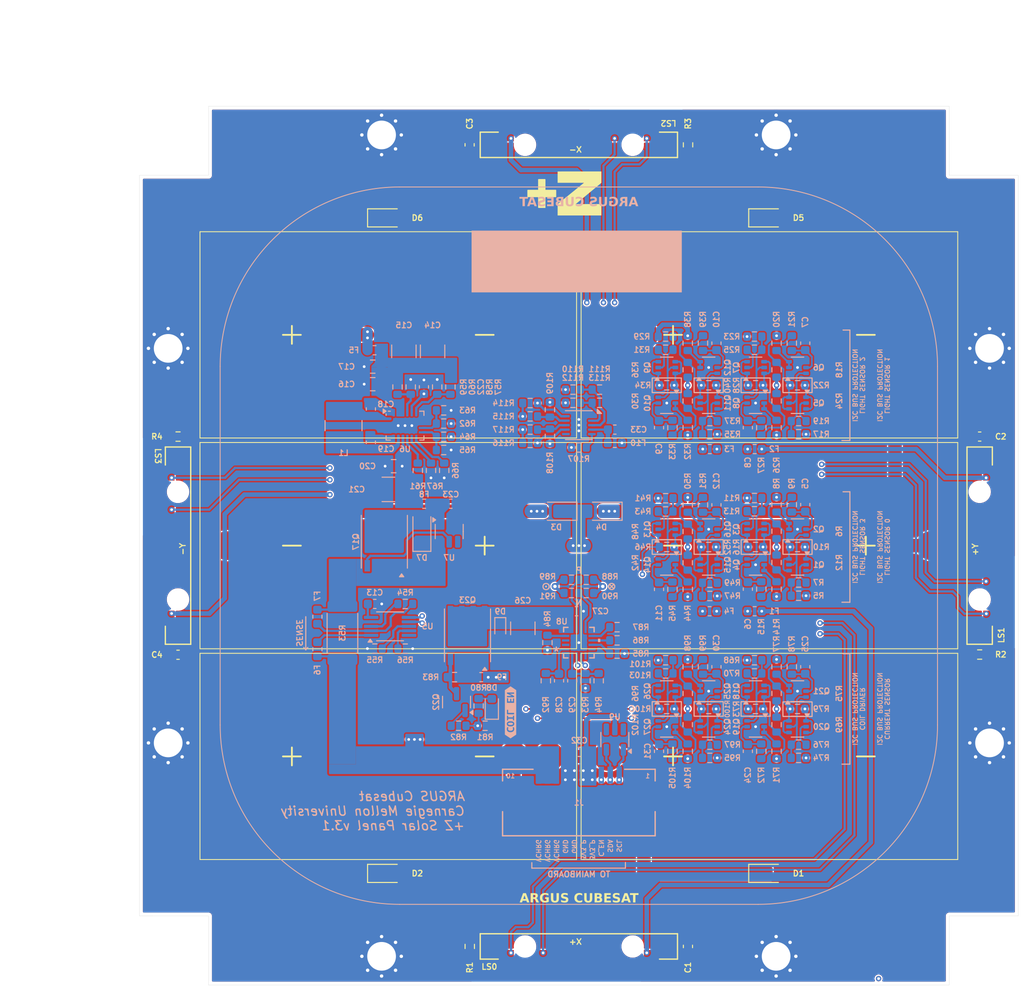
<source format=kicad_pcb>
(kicad_pcb (version 20241229) (generator "pcbnew") (generator_version "9.0")
  (layers (0 "F.Cu" signal) (4 "In1.Cu" signal) (6 "In2.Cu" signal) (2 "B.Cu" signal) (13 "F.Paste" user) (15 "B.Paste" user) (5 "F.SilkS" user "F.Silkscreen") (7 "B.SilkS" user "B.Silkscreen") (1 "F.Mask" user) (3 "B.Mask" user) (25 "Edge.Cuts" user))
  (net 0 "")
  (net 1 "GND")
  (net 2 "Net-(Q2B-G1)")
  (net 3 "Net-(Q4B-G1)")
  (net 4 "Net-(Q14B-G1)")
  (net 5 "/Coil Driver/VM")
  (net 6 "/Coil Driver/IPROPI")
  (net 7 "/Coil Driver/VREF")
  (net 8 "Net-(Q12B-G1)")
  (net 9 "Net-(Q6B-G1)")
  (net 10 "Net-(Q8B-G1)")
  (net 11 "Net-(U5-TIMER)")
  (net 12 "/Solar Charger/VSOLAR")
  (net 13 "Net-(U6-BST1)")
  (net 14 "Net-(U6-SW1)")
  (net 15 "Net-(U6-BST2)")
  (net 16 "Net-(U6-SW2)")
  (net 17 "/Solar Charger/Charge OR-ing/IN")
  (net 18 "/Solar Charger/MPPT/VCC")
  (net 19 "Net-(D7-A)")
  (net 20 "Net-(Q19B-G1)")
  (net 21 "Net-(Q21B-G1)")
  (net 22 "Net-(Q25B-G1)")
  (net 23 "Net-(D5-K)")
  (net 24 "VCHRG")
  (net 25 "COIL_P")
  (net 26 "Net-(Q27B-G1)")
  (net 27 "COIL_N")
  (net 28 "VBATT")
  (net 29 "SDA")
  (net 30 "SCL")
  (net 31 "3V3_P")
  (net 32 "Net-(U10-V_{CC})")
  (net 33 "Net-(D6-K)")
  (net 34 "Net-(D1-K)")
  (net 35 "COIL_DRIVER_EN")
  (net 36 "/Sun Pyramid/LS0_SCL")
  (net 37 "/Sun Pyramid/LS0_SDA")
  (net 38 "/Sun Pyramid/LS1_SCL")
  (net 39 "SCL_SPWR")
  (net 40 "Net-(D2-K)")
  (net 41 "Net-(D3-K)")
  (net 42 "Net-(Q12A-G2)")
  (net 43 "SDA_SPWR")
  (net 44 "Net-(Q15A-B1)")
  (net 45 "Net-(Q13A-B1)")
  (net 46 "/Coil Driver/SCL_M")
  (net 47 "/Coil Driver/SDA_M")
  (net 48 "/Sun Pyramid/LS1_SDA")
  (net 49 "Net-(D4-K)")
  (net 50 "Net-(D8-A)")
  (net 51 "/Sun Pyramid/LS2_SCL")
  (net 52 "Net-(U5-VCC)")
  (net 53 "Net-(U5-SENSE)")
  (net 54 "/Sun Pyramid/LS2_SDA")
  (net 57 "Net-(Q1B-B2)")
  (net 58 "/Sun Pyramid/LS3_SCL")
  (net 59 "/Sun Pyramid/LS3_SDA")
  (net 60 "/Sun Pyramid/LS0_3V3")
  (net 61 "/Sun Pyramid/LS1_3V3")
  (net 62 "/Coil Driver/coil")
  (net 63 "SCL_LS")
  (net 64 "Net-(Q1A-B1)")
  (net 65 "Net-(Q2A-G2)")
  (net 66 "SDA_LS")
  (net 67 "Net-(Q3A-B1)")
  (net 68 "Net-(Q3B-B2)")
  (net 69 "Net-(Q4A-G2)")
  (net 70 "Net-(Q5B-B2)")
  (net 71 "Net-(Q5A-B1)")
  (net 72 "Net-(Q6A-G2)")
  (net 73 "/Sun Pyramid/LS2_3V3")
  (net 74 "/Sun Pyramid/LS3_3V3")
  (net 75 "Net-(Q7B-B2)")
  (net 76 "Net-(Q7A-B1)")
  (net 77 "Net-(Q8A-G2)")
  (net 78 "Net-(Q9A-B1)")
  (net 79 "Net-(Q11B-B2)")
  (net 80 "Net-(Q13B-B2)")
  (net 81 "/Sun Pyramid/LS0_ADDR")
  (net 82 "/Sun Pyramid/LS1_ADDR")
  (net 83 "/Sun Pyramid/LS2_ADDR")
  (net 84 "/Sun Pyramid/LS3_ADDR")
  (net 85 "Net-(Q15B-B2)")
  (net 86 "Net-(Q17-G)")
  (net 87 "Net-(Q10B-G1)")
  (net 88 "Net-(Q16B-G1)")
  (net 89 "Net-(Q18A-B1)")
  (net 90 "Net-(Q18B-B2)")
  (net 91 "Net-(Q19A-G2)")
  (net 92 "Net-(Q20A-B1)")
  (net 93 "Net-(Q20B-B2)")
  (net 94 "Net-(Q21A-G2)")
  (net 95 "Net-(Q22-D)")
  (net 96 "Net-(Q22-G)")
  (net 97 "Net-(Q24A-B1)")
  (net 98 "Net-(Q24B-B2)")
  (net 99 "Net-(Q25A-G2)")
  (net 100 "Net-(Q26B-B2)")
  (net 101 "Net-(Q10A-G2)")
  (net 102 "Net-(Q10A-D1)")
  (net 103 "Net-(Q11A-B1)")
  (net 104 "Net-(Q14A-G2)")
  (net 105 "Net-(Q26A-B1)")
  (net 106 "Net-(Q16A-G2)")
  (net 107 "Net-(Q27A-G2)")
  (net 108 "Net-(U5-ON)")
  (net 109 "/Solar Charger/A0")
  (net 110 "/Solar Charger/A1")
  (net 111 "/Solar Charger/MPPT/MPPC")
  (net 112 "/Solar Charger/MPPT/RUN")
  (net 113 "/Solar Charger/PGOOD")
  (net 114 "/Solar Charger/MPPT/FB")
  (net 115 "Net-(U6-ILIM)")
  (net 116 "Net-(U6-MODE)")
  (net 117 "Net-(U6-EXTVCC)")
  (net 118 "Net-(U8-NFAULT)")
  (net 119 "Net-(U8-NSLEEP)")
  (net 120 "/Coil Driver/A0")
  (net 121 "/Coil Driver/A1")
  (net 122 "/I2C Translator/SDAOUT")
  (net 123 "/I2C Translator/SCLOUT")
  (net 124 "Net-(U10-ENABLE)")
  (net 125 "Net-(U10-XORL)")
  (net 126 "Net-(U10-XORH)")
  (net 134 "Net-(F9-Pad1)")
  (footprint "Argus-Miscellaneous:MountingHole_3.2mm_M3_DIN965_Pad_TopBottom" (layer "F.Cu") (at 105.025201 119.231201 180)
    (property "Reference" "H4" (hide yes))
    (property "Value" "MountingHole_Pad")
  )
  (footprint "Diode_SMD:D_PowerDI-123" (layer "F.Cu") (at 172.078651 60.678981)
    (property "Reference" "D5")
    (property "Value" "DFLS130LQ-7")
  )
  (footprint "Argus-Miscellaneous:MountingHole_3.2mm_M3_DIN965_Pad_TopBottom" (layer "F.Cu") (at 105.025201 75.2312 180)
    (property "Reference" "H2" (hide yes))
    (property "Value" "MountingHole_Pad")
  )
  (footprint "Resistor_SMD:R_0603_1608Metric" (layer "F.Cu") (at 138.6586 141.928501 -90)
    (property "Reference" "R1")
    (property "Value" "0R")
  )
  (footprint "custom-footprints:ypanel" (layer "F.Cu") (at 150.241 57.7088)
    (property "Reference" "Ref**" (hide yes))
    (property "Value" "Val**" (hide yes))
  )
  (footprint "Argus-Miscellaneous:MountingHole_3.2mm_M3_DIN965_Pad_TopBottom" (layer "F.Cu") (at 172.825201 51.4312 180)
    (property "Reference" "H5" (hide yes))
    (property "Value" "MountingHole_Pad")
  )
  (footprint "Argus-IC:SunSensor" (layer "F.Cu") (at 196.938814 97.2312 -90)
    (property "Reference" "U2" (hide yes))
    (property "Value" "SunSensor")
  )
  (footprint "Diode_SMD:D_PowerDI-123" (layer "F.Cu") (at 129.571751 60.678982)
    (property "Reference" "D6")
    (property "Value" "DFLS130LQ-7")
  )
  (footprint "Argus-Miscellaneous:SM141K06TF_S" (layer "F.Cu") (at 172.07865 73.724422 180)
    (property "Reference" "SC5" (hide yes))
    (property "Value" "SM141K06TF/S")
  )
  (footprint "Capacitor_SMD:C_0603_1608Metric" (layer "F.Cu") (at 162.991801 141.928502 90)
    (property "Reference" "C1")
    (property "Value" "100n")
  )
  (footprint "Argus-Miscellaneous:SM141K06TF_S" (layer "F.Cu") (at 129.57175 97.2312)
    (property "Reference" "SC3" (hide yes))
    (property "Value" "SM141K06TF/S")
  )
  (footprint "Argus-Miscellaneous:SM141K06TF_S" (layer "F.Cu") (at 172.07865 120.739821 180)
    (property "Reference" "SC1" (hide yes))
    (property "Value" "SM141K06TF/S")
  )
  (footprint "Resistor_SMD:R_0603_1608Metric" (layer "F.Cu") (at 163.001876 52.533201 -90)
    (property "Reference" "R3")
    (property "Value" "0R")
  )
  (footprint "Argus-Miscellaneous:MountingHole_3.2mm_M3_DIN965_Pad_TopBottom" (layer "F.Cu") (at 196.6252 119.231201 180)
    (property "Reference" "H1" (hide yes))
    (property "Value" "MountingHole_Pad")
  )
  (footprint "Argus-IC:SunSensor" (layer "F.Cu") (at 104.7115 97.2312 90)
    (property "Reference" "U4" (hide yes))
    (property "Value" "SunSensor")
  )
  (footprint "Argus-IC:SunSensor" (layer "F.Cu") (at 150.8252 143.343281 180)
    (property "Reference" "U1" (hide yes))
    (property "Value" "SunSensor")
  )
  (footprint "Resistor_SMD:R_0603_1608Metric" (layer "F.Cu") (at 106.126281 85.068061)
    (property "Reference" "R4")
    (property "Value" "0R")
  )
  (footprint "Argus-IC:SunSensor" (layer "F.Cu") (at 150.8252 51.118421)
    (property "Reference" "U3" (hide yes))
    (property "Value" "SunSensor")
  )
  (footprint "Argus-Miscellaneous:SM141K06TF_S" (layer "F.Cu") (at 172.078651 97.2312)
    (property "Reference" "SC4" (hide yes))
    (property "Value" "SM141K06TF/S")
  )
  (footprint "Argus-Miscellaneous:SM141K06TF_S" (layer "F.Cu") (at 129.571751 120.739821 180)
    (property "Reference" "SC2" (hide yes))
    (property "Value" "SM141K06TF/S")
  )
  (footprint "Diode_SMD:D_PowerDI-123" (layer "F.Cu") (at 129.571751 133.785261)
    (property "Reference" "D2")
    (property "Value" "DFLS130LQ-7")
  )
  (footprint "Argus-Miscellaneous:SM141K06TF_S" (layer "F.Cu") (at 129.571751 73.724422 180)
    (property "Reference" "SC6" (hide yes))
    (property "Value" "SM141K06TF/S")
  )
  (footprint "Capacitor_SMD:C_0603_1608Metric" (layer "F.Cu") (at 138.643274 52.533201 -90)
    (property "Reference" "C3")
    (property "Value" "100n")
  )
  (footprint "Argus-Miscellaneous:MountingHole_3.2mm_M3_DIN965_Pad_TopBottom" (layer "F.Cu") (at 196.6252 75.2312 180)
    (property "Reference" "H3" (hide yes))
    (property "Value" "MountingHole_Pad")
  )
  (footprint "Argus-Miscellaneous:MountingHole_3.2mm_M3_DIN965_Pad_TopBottom" (layer "F.Cu") (at 128.8252 143.0312 180)
    (property "Reference" "H6" (hide yes))
    (property "Value" "MountingHole_Pad")
  )
  (footprint "Capacitor_SMD:C_0603_1608Metric" (layer "F.Cu") (at 106.12628 109.401261)
    (property "Reference" "C4")
    (property "Value" "100n")
  )
  (footprint "Argus-Miscellaneous:MountingHole_3.2mm_M3_DIN965_Pad_TopBottom" (layer "F.Cu") (at 172.825201 143.0312 180)
    (property "Reference" "H8" (hide yes))
    (property "Value" "MountingHole_Pad")
  )
  (footprint "Argus-Miscellaneous:MountingHole_3.2mm_M3_DIN965_Pad_TopBottom" (layer "F.Cu") (at 128.8252 51.4312 180)
    (property "Reference" "H7" (hide yes))
    (property "Value" "MountingHole_Pad")
  )
  (footprint "Diode_SMD:D_PowerDI-123" (layer "F.Cu") (at 172.07865 133.785261)
    (property "Reference" "D1")
    (property "Value" "DFLS130LQ-7")
  )
  (footprint "Capacitor_SMD:C_0603_1608Metric" (layer "F.Cu") (at 195.52412 85.068061 180)
    (property "Reference" "C2")
    (property "Value" "100n")
  )
  (footprint "Resistor_SMD:R_0603_1608Metric" (layer "F.Cu") (at 195.524121 109.375862 180)
    (property "Reference" "R2")
    (property "Value" "0R")
  )
  (footprint "Capacitor_SMD:C_0603_1608Metric" (layer "B.Cu") (at 150.5712 104.5464)
    (property "Reference" "C27")
    (property "Value" "100n")
  )
  (footprint "Package_TO_SOT_SMD:SOT-363_SC-70-6" (layer "B.Cu") (at 170.5356 117.424201 180)
    (property "Reference" "Q19")
    (property "Value" "NX3008NBKS")
  )
  (footprint "Resistor_SMD:R_0603_1608Metric" (layer "B.Cu") (at 145.3896 85.7758)
    (property "Reference" "R116")
    (property "Value" "0R")
  )
  (footprint "Resistor_SMD:R_0603_1608Metric" (layer "B.Cu") (at 147.599401 82.067401 90)
    (property "Reference" "R109")
    (property "Value" "10k")
  )
  (footprint "Package_TO_SOT_SMD:SOT-363_SC-70-6" (layer "B.Cu") (at 160.6296 113.4618)
    (property "Reference" "Q26")
    (property "Value" "MBT2222ADW1T1")
  )
  (footprint "Resistor_SMD:R_0603_1608Metric" (layer "B.Cu") (at 162.966401 77.622399 90)
    (property "Reference" "R36")
    (property "Value" "10k")
  )
  (footprint "Resistor_SMD:R_0603_1608Metric" (layer "B.Cu") (at 151.561801 112.306401 90)
    (property "Reference" "R93")
    (property "Value" "TBD")
  )
  (footprint "Resistor_SMD:R_0603_1608Metric" (layer "B.Cu") (at 137.4115 117.3184 180)
    (property "Reference" "R82")
    (property "Value" "4k7")
  )
  (footprint "Capacitor_SMD:C_1210_3225Metric" (layer "B.Cu") (at 129.585401 90.959601 180)
    (property "Reference" "C21")
    (property "Value" "47u")
  )
  (footprint "Package_TO_SOT_SMD:SOT-363_SC-70-6" (layer "B.Cu") (at 160.629602 77.3684)
    (property "Reference" "Q9")
    (property "Value" "MBT2222ADW1T1")
  )
  (footprint "Resistor_SMD:R_0603_1608Metric" (layer "B.Cu") (at 170.5356 115.443 180)
    (property "Reference" "R73")
    (property "Value" "0R")
  )
  (footprint "Argus-Connectors:CON_522711069_MOL" (layer "B.Cu") (at 150.8252 125.8824 180)
    (property "Reference" "J1")
    (property "Value" "522711069")
  )
  (footprint "Package_TO_SOT_SMD:SOT-363_SC-70-6" (layer "B.Cu") (at 160.629601 99.3648 180)
    (property "Reference" "Q14")
    (property "Value" "NX3008NBKS")
  )
  (footprint "Resistor_SMD:R_0603_1608Metric" (layer "B.Cu") (at 174.574201 110.744002 -90)
    (property "Reference" "R78")
    (property "Value" "200k")
  )
  (footprint "Diode_SMD:D_PowerDI-123" (layer "B.Cu") (at 148.310601 93.395801 180)
    (property "Reference" "D3")
    (property "Value" "DFLS130LQ-7")
  )
  (footprint "Resistor_SMD:R_0603_1608Metric" (layer "B.Cu") (at 175.3362 101.346 180)
    (property "Reference" "R7")
    (property "Value" "680R")
  )
  (footprint "Package_TO_SOT_SMD:SOT-363_SC-70-6" (layer "B.Cu") (at 160.629601 117.424201 180)
    (property "Reference" "Q27")
    (property "Value" "NX3008NBKS")
  )
  (footprint "Fuse:Fuse_0603_1608Metric" (layer "B.Cu") (at 165.4302 86.4616 180)
    (property "Reference" "F3")
    (property "Value" "100mA")
  )
  (footprint "Package_TO_SOT_SMD:SOT-363_SC-70-6" (layer "B.Cu") (at 175.209202 99.364802 180)
    (property "Reference" "Q1")
    (property "Value" "MBT2222ADW1T1")
  )
  (footprint "Package_TO_SOT_SMD:SOT-23-6" (layer "B.Cu") (at 154.837 118.860939 90)
    (property "Reference" "U9")
    (property "Value" "D5V0P4UR6SO")
  )
  (footprint "Resistor_SMD:R_0603_1608Metric" (layer "B.Cu") (at 135.7576 82.1458)
    (property "Reference" "R63")
    (property "Value" "200k")
  )
  (footprint "Resistor_SMD:R_0603_1608Metric" (layer "B.Cu") (at 172.8724 84.074 90)
    (property "Reference" "R26")
    (property "Value" "100k")
  )
  (footprint "Resistor_SMD:R_0603_1608Metric" (layer "B.Cu") (at 172.872401 92.6592 -90)
    (property "Reference" "R8")
    (property "Value" "100k")
  )
  (footprint "Resistor_SMD:R_0603_1608Metric" (layer "B.Cu") (at 165.303201 115.443)
    (property "Reference" "R100")
    (property "Value" "0R")
  )
  (footprint "Package_TO_SOT_SMD:SOT-363_SC-70-6" (layer "B.Cu") (at 165.303202 99.3648 180)
    (property "Reference" "Q15")
    (property "Value" "MBT2222ADW1T1")
  )
  (footprint "Resistor_SMD:R_0603_1608Metric" (layer "B.Cu") (at 145.389601 84.290401)
    (property "Reference" "R117")
    (property "Value" "0R")
  )
  (footprint "Fuse:Fuse_0603_1608Metric" (layer "B.Cu") (at 121.666001 105.156 90)
    (property "Reference" "F7")
    (property "Value" "100mA")
  )
  (footprint "Package_TO_SOT_SMD:SOT-363_SC-70-6" (layer "B.Cu") (at 170.5356 113.4618)
    (property "Reference" "Q18")
    (property "Value" "MBT2222ADW1T1")
  )
  (footprint "Resistor_SMD:R_0603_1608Metric" (layer "B.Cu") (at 139.646701 115.1086 90)
    (property "Reference" "R80")
    (property "Value" "2k7")
  )
  (footprint "Package_TO_SOT_SMD:SOT-363_SC-70-6" (layer "B.Cu") (at 165.303201 81.3308 180)
    (property "Reference" "Q11")
    (property "Value" "MBT2222ADW1T1")
  )
  (footprint "Package_DFN_QFN:QFN-20-1EP_3x4mm_P0.5mm_EP1.65x2.65mm" (layer "B.Cu") (at 131.439601 83.847601 -90)
    (property "Reference" "U6")
    (property "Value" "LTC3130IUDC")
  )
  (footprint "Fuse:Fuse_0603_1608Metric" (layer "B.Cu") (at 121.666001 108.788201 -90)
    (property "Reference" "F6")
    (property "Value" "100mA")
  )
  (footprint "Package_TO_SOT_SMD:SOT-363_SC-70-6" (layer "B.Cu") (at 175.2092 81.3308 180)
    (property "Reference" "Q5")
    (property "Value" "MBT2222ADW1T1")
  )
  (footprint "Resistor_SMD:R_0603_1608Metric" (layer "B.Cu") (at 162.966399 95.6564 90)
    (property "Reference" "R48")
    (property "Value" "10k")
  )
  (footprint "Resistor_SMD:R_0603_1608Metric" (layer "B.Cu") (at 164.6682 74.650599 -90)
    (property "Reference" "R39")
    (property "Value" "200k")
  )
  (footprint "Resistor_SMD:R_0603_1608Metric" (layer "B.Cu") (at 140.3711 117.3184 180)
    (property "Reference" "R81")
    (property "Value" "10k")
  )
  (footprint "Resistor_SMD:R_0603_1608Metric" (layer "B.Cu") (at 147.599401 85.039201 -90)
    (property "Reference" "R108")
    (property "Value" "10k")
  )
  (footprint "Resistor_SMD:R_0603_1608Metric" (layer "B.Cu") (at 153.136601 81.3054 180)
    (property "Reference" "R113")
    (property "Value" "102k")
  )
  (footprint "Resistor_SMD:R_0603_1608Metric" (layer "B.Cu") (at 175.336201 102.819201 180)
    (property "Reference" "R5")
    (property "Value" "10k")
  )
  (footprint "Fuse:Fuse_0603_1608Metric" (layer "B.Cu") (at 170.434001 104.546401)
    (property "Reference" "F1")
    (property "Value" "100mA")
  )
  (footprint "Diode_SMD:D_PowerDI-123" (layer "B.Cu") (at 153.3398 93.3958 180)
    (property "Reference" "D4")
    (property "Value" "DFLS130LQ-7")
  )
  (footprint "Resistor_SMD:R_0603_1608Metric" (layer "B.Cu") (at 165.4302 120.904 180)
    (property "Reference" "R95")
    (property "Value" "10k")
  )
  (footprint "Resistor_SMD:R_0603_1608Metric" (layer "B.Cu") (at 134.335201 88.8514 90)
    (property "Reference" "R67")
    (property "Value" "0R")
  )
  (footprint "Diode_SMD:D_SOD-123F" (layer "B.Cu") (at 133.319201 95.6586 90)
    (property "Reference" "D7")
    (property "Value" "PMEG4005EH")
  )
  (footprint "Resistor_SMD:R_0603_1608Metric" (layer "B.Cu") (at 150.000201 101.041202)
    (property "Reference" "R89")
    (property "Value" "0R")
  )
  (footprint "Capacitor_SMD:C_0603_1608Metric" (layer "B.Cu") (at 150.8746 120.232539 180)
    (property "Reference" "C32")
    (property "Value" "100n")
  )
  (footprint "Resistor_SMD:R_0603_1608Metric" (layer "B.Cu") (at 160.502601 91.948)
    (property "Reference" "R41")
    (property "Value" "10k")
  )
  (footprint "Resistor_SMD:R_0603_1608Metric" (layer "B.Cu") (at 165.303201 97.383601)
    (property "Reference" "R52")
    (property "Value" "0R")
  )
  (footprint "Resistor_SMD:R_0603_1608Metric" (layer "B.Cu") (at 160.6296 115.443 180)
    (property "Reference" "R106")
    (property "Value" "0R")
  )
  (footprint "Resistor_SMD:R_0603_1608Metric" (layer "B.Cu") (at 135.026401 79.529601 90)
    (property "Reference" "R58")
    (property "Value" "126k")
  )
  (footprint "Resistor_SMD:R_0603_1608Metric" (layer "B.Cu") (at 175.209202 97.383601)
    (property "Reference" "R10")
    (property "Value" "0R")
  )
  (footprint "Resistor_SMD:R_0603_1608Metric" (layer "B.Cu") (at 165.4302 83.3374 180)
    (property "Reference" "R37")
    (property "Value" "680R")
  )
  (footprint "Resistor_SMD:R_0603_1608Metric" (layer "B.Cu") (at 147.142202 112.306401 -90)
    (property "Reference" "R92")
    (property "Value" "TBD")
  )
  (footprint "Resistor_SMD:R_0603_1608Metric" (layer "B.Cu") (at 170.5356 79.3496 180)
    (property "Reference" "R28")
    (property "Value" "0R")
  )
  (footprint "Resistor_SMD:R_0603_1608Metric" (layer "B.Cu") (at 162.966401 74.650599 -90)
    (property "Reference" "R38")
    (property "Value" "100k")
  )
  (footprint "Resistor_SMD:R_0603_1608Metric" (layer "B.Cu") (at 165.303201 79.3496)
    (property "Reference" "R40")
    (property "Value" "0R")
  )
  (footprint "Capacitor_SMD:C_0603_1608Metric" (layer "B.Cu") (at 128.0668 103.7336 180)
    (property "Reference" "C13")
    (property "Value" "3n3")
  )
  (footprint "Package_DFN_QFN:DFN-10-1EP_3x3mm_P0.5mm_EP1.65x2.38mm" (layer "B.Cu") (at 150.8252 83.7945 180)
    (property "Reference" "U10" (hide yes))
    (property "Value" "LTC4316IDD")
  )
  (footprint "Package_TO_SOT_SMD:SOT-363_SC-70-6" (layer "B.Cu") (at 165.303201 117.424201 180)
    (property "Reference" "Q24")
    (property "Value" "MBT2222ADW1T1")
  )
  (footprint "Resistor_SMD:R_0603_1608Metric" (layer "B.Cu") (at 150.164801 81.3054 180)
    (property "Reference" "R112")
    (property "Value" "976k")
  )
  (footprint "Package_TO_SOT_SMD:SOT-363_SC-70-6" (layer "B.Cu") (at 165.303201 77.3684)
    (property "Reference" "Q12")
    (property "Value" "NX3008NBKS")
  )
  (footprint "Argus-IC:WQFN16_RTE_TEX" (layer "B.Cu") (at 150.8252 108.0516)
    (property "Reference" "U8")
    (property "Value" "DRV8235RTER")
  )
  (footprint "Resistor_SMD:R_0603_1608Metric" (layer "B.Cu") (at 170.408601 73.914)
    (property "Reference" "R23")
    (property "Value" "10k")
  )
  (footprint "Package_TO_SOT_SMD:TSOT-23-6" (layer "B.Cu") (at 136.3672 95.6586 -90)
    (property "Reference" "U7")
    (property "Value" "LTC4412xS6")
  )
  (footprint "Resistor_SMD:R_0603_1608Metric" (layer "B.Cu") (at 172.8724 99.1108 -90)
    (property "Reference" "R12")
    (property "Value" "10k")
  )
  (footprint "Resistor_SMD:R_0603_1608Metric" (layer "B.Cu") (at 153.1366 79.832201 180)
    (property "Reference" "R111")
    (property "Value" "0R")
  )
  (footprint "Capacitor_SMD:C_1210_3225Metric" (layer "B.Cu") (at 134.513002 75.567201 90)
    (property "Reference" "C14")
    (property "Value" "47u")
  )
  (footprint "Resistor_SMD:R_0603_1608Metric" (layer "B.Cu") (at 171.1706 102.0826 90)
    (property "Reference" "R15")
    (property "Value" "200k")
  )
  (footprint "Resistor_SMD:R_0603_1608Metric" (layer "B.Cu") (at 162.966401 84.073999 90)
    (property "Reference" "R32")
    (property "Value" "100k")
  )
  (footprint "Resistor_SMD:R_0603_1608Metric" (layer "B.Cu") (at 160.502601 111.4806)
    (property "Reference" "R103")
    (property "Value" "680R")
  )
  (footprint "Package_TO_SOT_SMD:SOT-363_SC-70-6" (layer "B.Cu") (at 170.5356 77.3684)
    (property "Reference" "Q7")
    (property "Value" "MBT2222ADW1T1")
  )
  (footprint "Capacitor_SMD:C_0603_1608Metric" (layer "B.Cu") (at 176.072801 110.744 90)
    (property "Reference" "C25")
    (property "Value" "10n")
  )
  (footprint "Resistor_SMD:R_0603_1608Metric" (layer "B.Cu") (at 172.8724 77.6224 90)
    (property "Reference" "R18")
    (property "Value" "10k")
  )
  (footprint "Resistor_SMD:R_0603_1608Metric" (layer "B.Cu") (at 153.035 112.306399 -90)
    (property "Reference" "R94")
    (property "Value" "TBD")
  )
  (footprint "Package_TO_SOT_SMD:SOT-363_SC-70-6" (layer "B.Cu") (at 170.5356 99.364801 180)
    (property "Reference" "Q4")
    (property "Value" "NX3008NBKS")
  )
  (footprint "Capacitor_SMD:C_0805_2012Metric" (layer "B.Cu") (at 127.8328 77.269 180)
    (property "Reference" "C17")
    (property "Value" "1u")
  )
  (footprint "Resistor_SMD:R_0603_1608Metric" (layer "B.Cu") (at 170.408602 91.9226)
    (property "Reference" "R11")
    (property "Value" "10k")
  )
  (footprint "Package_TO_SOT_SMD:SOT-363_SC-70-6" (layer "B.Cu") (at 170.5356 81.3308 180)
    (property "Reference" "Q8")
    (property "Value" "NX3008NBKS")
  )
  (footprint "Resistor_SMD:R_0603_1608Metric" (layer "B.Cu") (at 162.9664 120.1674 90)
    (property "Reference" "R104")
    (property "Value" "100k")
  )
  (footprint "Capacitor_SMD:C_0603_1608Metric" (layer "B.Cu") (at 166.166801 74.650599 90)
    (property "Reference" "C10")
    (property "Value" "10n")
  )
  (footprint "Resistor_SMD:R_0603_1608Metric" (layer "B.Cu") (at 161.2646 120.1674 90)
    (property "Reference" "R105")
    (property "Value" "200k")
  )
  (footprint "Resistor_SMD:R_0603_1608Metric" (layer "B.Cu") (at 171.170601 120.167401 90)
    (property "Reference" "R72")
    (property "Value" "200k")
  )
  (footprint "kibuzzard-680A9610" (layer "B.Cu") (at 143.2052 115.824 90)
    (property "Reference" "kibuzzard-680A9610" (hide yes))
    (property "Value" "G***" (hide yes))
  )
  (footprint "Capacitor_SMD:C_0603_1608Metric" (layer "B.Cu") (at 166.166801 110.744001 90)
    (property "Reference" "C30")
    (property "Value" "10n")
  )
  (footprint "Resistor_SMD:R_0603_1608Metric" (layer "B.Cu") (at 174.574201 92.6592 -90)
    (property "Reference" "R9")
    (property "Value" "200k")
  )
  (footprint "Diode_SMD:Nexperia_DSN1608-2_1.6x0.8mm" (layer "B.Cu") (at 142.0622 106.2736 -90)
    (property "Reference" "D9")
    (property "Value" "PTVS10VZ1USK")
  )
  (footprint "Capacitor_SMD:C_1210_3225Metric" (layer "B.Cu") (at 144.5768 106.4514 -90)
    (property "Reference" "C26")
    (property "Value" "10u")
  )
  (footprint "Resistor_SMD:R_0603_1608Metric" (layer "B.Cu") (at 130.601401 79.529601 -90)
    (property "Reference" "R59")
    (property "Value" "1.91M")
  )
  (footprint "Capacitor_SMD:C_0603_1608Metric" (layer "B.Cu") (at 127.629601 81.9934 90)
    (property "Reference" "C18")
    (property "Value" "22n")
  )
  (footprint "Resistor_SMD:R_0603_1608Metric" (layer "B.Cu") (at 155.092401 106.3244 180)
    (property "Reference" "R87")
    (property "Value" "0R")
  )
  (footprint "Resistor_SMD:R_0603_1608Metric" (layer "B.Cu") (at 164.668201 110.744 -90)
    (property "Reference" "R99")
    (property "Value" "200k")
  )
  (footprint "Package_TO_SOT_SMD:SOT-23" (layer "B.Cu") (at 137.1829 114.6768 90)
    (property "Reference" "Q22")
    (property "Value" "IRLML2803")
  )
  (footprint "Argus-Passives:L_Coilcraft_LPS4018" (layer "B.Cu") (at 124.581601 83.847601 -90)
    (property "Reference" "L1")
    (property "Value" "6.8u")
  )
  (footprint "Capacitor_SMD:C_0603_1608Metric" (layer "B.Cu") (at 148.615402 112.306399 -90)
    (property "Reference" "C28")
    (property "Value" "1n")
  )
  (footprint "Capacitor_SMD:C_0603_1608Metric" (layer "B.Cu") (at 127.629601 85.701801 -90)
    (property "Reference" "C19")
    (property "Value" "22n")
  )
  (footprint "Capacitor_SMD:C_0603_1608Metric" (layer "B.Cu") (at 169.672 120.167401 -90)
    (property "Reference" "C24")
    (property "Value" "10n")
  )
  (footprint "Resistor_SMD:R_0603_1608Metric" (layer "B.Cu") (at 132.862001 88.851401 -90)
    (property "Reference" "R61")
    (property "Value" "100k")
  )
  (footprint "Package_TO_SOT_SMD:SOT-363_SC-70-6" (layer "B.Cu") (at 175.2092 77.3684)
    (property "Reference" "Q6")
    (property "Value" "NX3008NBKS")
  )
  (footprint "Resistor_SMD:R_0603_1608Metric" (layer "B.Cu") (at 131.470401 103.7336)
    (property "Reference" "R54")
    (property "Value" "1k")
  )
  (footprint "Capacitor_SMD:C_0603_1608Metric" (layer "B.Cu") (at 150.0886 112.3064 -90)
    (property "Reference" "C29")
    (property "Value" "100n")
  )
  (footprint "Fuse:Fuse_0603_1608Metric" (layer "B.Cu") (at 128.0414 75.438 180)
    (property "Reference" "F5")
    (property "Value" "500mA")
  )
  (footprint "Resistor_SMD:R_0603_1608Metric" (layer "B.Cu") (at 145.389601 81.3308)
    (property "Reference" "R114")
    (property "Value" "0R")
  )
  (footprint "Resistor_SMD:R_0603_1608Metric" (layer "B.Cu") (at 172.8724 81.1022 -90)
    (property "Reference" "R24")
    (property "Value" "10k")
  )
  (footprint "Resistor_SMD:R_0603_1608Metric" (layer "B.Cu") (at 160.5026 93.4212)
    (property "Reference" "R43")
    (property "Value" "680R")
  )
  (footprint "Resistor_SMD:R_0603_1608Metric" (layer "B.Cu") (at 161.264601 84.073999 90)
    (property "Reference" "R33")
    (property "Value" "200k")
  )
  (footprint "Fuse:Fuse_0603_1608Metric" (layer "B.Cu") (at 154.838402 85.7758 180)
    (property "Reference" "F10")
    (property "Value" "100mA")
  )
  (footprint "Resistor_SMD:R_0603_1608Metric" (layer "B.Cu") (at 162.9664 110.744 -90)
    (property "Reference" "R98")
    (property "Value" "100k")
  )
  (footprint "Resistor_SMD:R_0603_1608Metric" (layer "B.Cu") (at 165.4302 101.3714 180)
    (property "Reference" "R49")
    (property "Value" "680R")
  )
  (footprint "Capacitor_SMD:C_0603_1608Metric" (layer "B.Cu") (at 169.672 84.074001 -90)
    (property "Reference" "C8")
    (property "Value" "10n")
  )
  (footprint "Resistor_SMD:R_0603_1608Metric" (layer "B.Cu") (at 160.629601 97.3836 180)
    (property "Reference" "R46")
    (property "Value" "0R")
  )
  (footprint "Resistor_SMD:R_0603_1608Metric" (layer "B.Cu") (at 136.4996 79.529601 -90)
    (property "Reference" "R57")
    (property "Value" "1.91M")
  )
  (footprint "Capacitor_SMD:C_0603_1608Metric" (layer "B.Cu") (at 176.072801 74.6506 90)
    (property "Reference" "C7")
    (property "Value" "10n")
  )
  (footprint "LED_SMD:LED_0603_1608Metric" (layer "B.Cu") (at 141.1199 115.1086 90)
    (property "Reference" "D8")
    (property "Value" "GREEN")
  )
  (footprint "Resistor_SMD:R_0603_1608Metric" (layer "B.Cu") (at 162.9664 102.108 90)
    (property "Reference" "R44")
    (property "Value" "100k")
  )
  (footprint "Resistor_SMD:R_0603_1608Metric" (layer "B.Cu") (at 136.965601 111.895801)
    (property "Reference" "R83")
    (property "Value" "10k")
  )
  (footprint "Resistor_SMD:R_0603_1608Metric" (layer "B.Cu") (at 171.170601 84.074001 90)
    (property "Reference" "R27")
    (property "Value" "200k")
  )
  (footprint "Package_TO_SOT_SMD:SOT-363_SC-70-6" (layer "B.Cu") (at 160.6296 81.330799 180)
    (property "Reference" "Q10")
    (property "Value" "NX3008NBKS")
  )
  (footprint "Package_TO_SOT_SMD:SOT-363_SC-70-6" (layer "B.Cu") (at 175.209201 117.424201 180)
    (property "Reference" "Q20")
    (property "Value" "MBT2222ADW1T1")
  )
  (footprint "Resistor_SMD:R_0603_1608Metric" (layer "B.Cu") (at 128.0668 108.712001)
    (property "Reference" "R55")
    (property "Value" "0R")
  )
  (footprint "Resistor_SMD:R_0603_1608Metric" (layer "B.Cu") (at 150.000201 102.514401)
    (property "Reference" "R91")
    (property "Value" "0R")
  )
  (footprint "Resistor_SMD:R_0603_1608Metric" (layer "B.Cu") (at 175.336201 84.8106 180)
    (property "Reference" "R17")
    (property "Value" "10k")
  )
  (footprint "Resistor_SMD:R_0603_1608Metric" (layer "B.Cu") (at 147.320001 108.051601 90)
    (property "Reference" "R84")
    (property "Value" "10k")
  )
  (footprint "Resistor_SMD:R_0603_1608Metric" (layer "B.Cu") (at 170.408602 93.395799)
    (property "Reference" "R13")
    (property "Value" "680R")
  )
  (footprint "Resistor_SMD:R_0603_1608Metric" (layer "B.Cu") (at 151.650201 102.5144)
    (property "Reference" "R90")
    (property "Value" "0R")
  )
  (footprint "Capacitor_SMD:C_0603_1608Metric" (layer "B.Cu") (at 176.0728 92.659199 90)
    (property "Reference" "C5")
    (property "Value" "10n")
  )
  (footprint "Resistor_SMD:R_0603_1608Metric" (layer "B.Cu") (at 132.0746 79.5296 90)
    (property "Reference" "R60")
    (property "Value" "182k")
  )
  (footprint "Resistor_SMD:R_0603_1608Metric" (layer "B.Cu") (at 172.8724 110.744 -90)
    (property "Reference" "R77")
    (property "Value" "100k")
  )
  (footprint "Package_SO:PowerPAK_SO-8_Single" (layer "B.Cu") (at 129.1336 96.7994 90)
    (property "Reference" "Q17")
    (property "Value" "SIRA99DP-T1-GE3")
  )
  (footprint "Resistor_SMD:R_0603_1608Metric" (layer "B.Cu") (at 151.650201 101.041201)
    (property "Reference" "R88")
    (property "Value" "0R")
  )
  (footprint "Resistor_SMD:R_0603_1608Metric" (layer "B.Cu") (at 145.389601 82.8172)
    (property "Reference" "R115")
    (property "Value" "0R")
  )
  (footprint "Package_TO_SOT_SMD:SOT-363_SC-70-6" (layer "B.Cu") (at 175.2092 113.4618)
    (property "Reference" "Q21")
    (property "Value" "NX3008NBKS")
  )
  (footprint "Capacitor_SMD:C_0603_1608Metric" (layer "B.Cu") (at 169.672 102.0826 -90)
    (property "Reference" "C6")
    (property "Value" "10n")
  )
  (footprint "Resistor_SMD:R_0603_1608Metric" (layer "B.Cu") (at 174.574201 74.650601 -90)
    (property "Reference" "R21")
    (property "Value" "200k")
  )
  (footprint "Resistor_SMD:R_0603_1608Metric" (layer "B.Cu") (at 170.408601 110.007401)
    (property "Reference" "R68")
    (property "Value" "10k")
  )
  (footprint "Package_TO_SOT_SMD:SOT-363_SC-70-6" (layer "B.Cu") (at 160.629602 95.402401)
    (property "Reference" "Q13")
    (property "Value" "MBT2222ADW1T1")
  )
  (footprint "Resistor_SMD:R_0603_1608Metric" (layer "B.Cu") (at 135.808401 88.851401 -90)
    (property "Reference" "R66")
    (property "Value" "0R")
  )
  (footprint "Capacitor_SMD:C_0805_2012Metric" (layer "B.Cu") (at 127.832801 79.2248 180)
    (property "Reference" "C16")
    (property "Value" "1u")
  )
  (footprint "Capacitor_SMD:C_0603_1608Metric" (layer "B.Cu") (at 159.766001 84.074001 -90)
    (property "Reference" "C9")
    (property "Value" "10n")
  )
  (footprint "Package_SO:MSOP-10_3x3mm_P0.5mm" (layer "B.Cu") (at 129.768601 106.2321)
    (property "Reference" "U5")
    (property "Value" "ADM1176-1ARMZ-R7")
  )
  (footprint "Resistor_SMD:R_0603_1608Metric" (layer "B.Cu") (at 172.8724 74.6506 -90)
    (property "Reference" "R20")
    (property "Value" "100k")
  )
  (footprint "Resistor_SMD:R_0603_1608Metric" (layer "B.Cu") (at 150.8252 86.2838 180)
    (property "Reference" "R107")
    (property "Value" "10k")
  )
  (footprint "Resistor_SMD:R_0603_1608Metric" (layer "B.Cu") (at 135.757601 83.619001 180)
    (property "Reference" "R62")
    (property "Value" "1.47M")
  )
  (footprint "Resistor_SMD:R_0603_1608Metric" (layer "B.Cu") (at 172.8724 120.1674 90)
    (property "Reference" "R71")
    (property "Value" "100k")
  )
  (footprint "Resistor_SMD:R_0603_1608Metric" (layer "B.Cu") (at 172.872401 102.0826 90)
    (property "Reference" "R14")
    (property "Value" "100k")
  )
  (footprint "Resistor_SMD:R_0603_1608Metric" (layer "B.Cu") (at 170.408601 111.4806)
    (property "Reference" "R70")
    (property "Value" "680R")
  )
  (footprint "Fuse:Fuse_0603_1608Metric" (layer "B.Cu") (at 170.434001 86.4616)
    (property "Reference" "F2")
    (property "Value" "100mA")
  )
  (footprint "Capacitor_SMD:C_0603_1608Metric" (layer "B.Cu") (at 136.545 92.5598)
    (property "Reference" "C23")
    (property "Value" "100n")
  )
  (footprint "Capacitor_SMD:C_0603_1608Metric" (layer "B.Cu") (at 159.765999 102.108 -90)
    (property "Reference" "C11")
    (property "Value" "10n")
  )
  (footprint "Resistor_SMD:R_0603_1608Metric" (layer "B.Cu") (at 150.164801 79.8322 180)
    (property "Reference" "R110")
    (property "Value" "0R")
  )
  (footprint "Capacitor_SMD:C_0805_2012Metric" (layer "B.Cu") (at 130.1696 88.3688 180)
    (property "Reference" "C20")
    (property "Value" "1u")
  )
  (footprint "Resistor_SMD:R_0603_1608Metric" (layer "B.Cu") (at 162.966401 81.1022 -90)
    (property "Reference" "R30")
    (property "Value" "10k")
  )
  (footprint "Resistor_SMD:R_0603_1608Metric" (layer "B.Cu") (at 160.5026 110.007401)
    (property "Reference" "R101")
    (property "Value" "10k")
  )
  (footprint "Package_TO_SOT_SMD:SOT-363_SC-70-6" (layer "B.Cu") (at 175.2092 95.402399)
    (property "Reference" "Q2")
    (property "Value" "NX3008NBKS")
  )
  (footprint "Resistor_SMD:R_0603_1608Metric" (layer "B.Cu") (at 135.757601 85.0922)
    (property "Reference" "R64")
    (property "Value" "0R")
  )
  (footprint "Resistor_SMD:R_0603_1608Metric" (layer "B.Cu") (at 175.2092 79.3496)
    (property "Reference" "R22")
    (property "Value" "0R")
  )
  (footprint "Resistor_SMD:R_0603_1608Metric" (layer "B.Cu") (at 162.9664 99.1362 -90)
    (property "Reference" "R42")
    (property "Value" "10k")
  )
  (footprint "Resistor_SMD:R_0603_1608Metric" (layer "B.Cu") (at 170.4086 75.3872)
    (property "Reference" "R25")
    (property "Value" "680R")
  )
  (footprint "Resistor_SMD:R_0603_1608Metric" (layer "B.Cu") (at 162.9664 113.7158 90)
    (property "Reference" "R96")
    (property "Value" "10k")
  )
  (footprint "Resistor_SMD:R_0603_1608Metric" (layer "B.Cu") (at 165.4302 119.4308 180)
    (property "Reference" "R97")
    (property "Value" "680R")
  )
  (footprint "Package_TO_SOT_SMD:SOT-363_SC-70-6" (layer "B.Cu") (at 170.5356 95.402399)
    (property "Reference" "Q3")
    (property "Value" "MBT2222ADW1T1")
  )
  (footprint "Package_TO_SOT_SMD:SOT-363_SC-70-6" (layer "B.Cu") (at 165.303201 95.402399)
    (property "Reference" "Q16")
    (property "Value" "NX3008NBKS")
  )
  (footprint "Resistor_SMD:R_0603_1608Metric" (layer "B.Cu") (at 175.336201 120.904 180)
    (property "Reference" "R74")
    (property "Value" "10k")
  )
  (footprint "Fuse:Fuse_0603_1608Metric" (layer "B.Cu") (at 133.5732 92.5598 180)
    (property "Reference" "F8")
    (property "Value" "500mA")
  )
  (footprint "Package_TO_SOT_SMD:SOT-363_SC-70-6" (layer "B.Cu") (at 165.303201 113.4618)
    (property "Reference" "Q25")
    (property "Value" "NX3008NBKS")
  )
  (footprint "Capacitor_SMD:C_0603_1608Metric" (layer "B.Cu") (at 166.166802 92.6846 90)
    (property "Reference" "C12")
    (property "Value" "10n")
  )
  (footprint "Resistor_SMD:R_0603_1608Metric" (layer "B.Cu") (at 160.5026 73.913999)
    (property "Reference" "R29")
    (property "Value" "10k")
  )
  (footprint "Resistor_SMD:R_0603_1608Metric" (layer "B.Cu") (at 175.336201 119.430801 180)
    (property "Reference" "R76")
    (property "Value" "680R")
  )
  (footprint "Capacitor_SMD:C_0603_1608Metric" (layer "B.Cu") (at 154.838401 84.290401)
    (property "Reference" "C33")
    (property "Value" "100n")
  )
  (footprint "Resistor_SMD:R_0603_1608Metric" (layer "B.Cu") (at 175.2092 115.443)
    (property "Reference" "R79")
    (property "Value" "0R")
  )
  (footprint "Resistor_SMD:R_0603_1608Metric" (layer "B.Cu") (at 162.966401 117.195601 -90)
    (property "Reference" "R102")
    (property "Value" "10k")
  )
  (footprint "Resistor_SMD:R_0603_1608Metric" (layer "B.Cu") (at 131.4704 108.7213 180)
    (property "Reference" "R56")
    (property "Value" "0R")
  )
  (footprint "Resistor_SMD:R_0603_1608Metric" (layer "B.Cu") (at 172.8724 95.631 90)
    (property "Reference" "R6")
    (property "Value" "10k")
  )
  (footprint "Resistor_SMD:R_0603_1608Metric" (layer "B.Cu") (at 165.4302 84.810599 180)
    (property "Reference" "R35")
    (property "Value" "10k")
  )
  (footprint "Fuse:Fuse_0603_1608Metric" (layer "B.Cu") (at 139.937401 111.895801)
    (property "Reference" "F9")
    (property "Value" "500mA")
  )
  (footprint "Resistor_SMD:R_0603_1608Metric" (layer "B.Cu") (at 172.8724 113.7158 90)
    (property "Reference" "R75")
    (property "Value" "10k")
  )
  (footprint "Resistor_SMD:R_0603_1608Metric" (layer "B.Cu") (at 155.0924 107.7976 180)
    (property "Reference" "R86")
    (property "Value" "0R")
  )
  (footprint "Package_SO:PowerPAK_SO-8_Single" (layer "B.Cu") (at 138.4046 107.2358 90)
    (property "Reference" "Q23")
    (property "Value" "SIRA99DP-T1-GE3")
  )
  (footprint "Capacitor_SMD:C_1210_3225Metric" (layer "B.Cu") (at 131.312602 75.567201 90)
    (property "Reference" "C15")
    (property "Value" "10u")
  )
  (footprint "Resistor_SMD:R_0603_1608Metric" (layer "B.Cu") (at 170.5356 97.383601 180)
    (property "Reference" "R16")
    (property "Value" "0R")
  )
  (footprint "Resistor_SMD:R_0603_1608Metric" (layer "B.Cu") (at 172.8724 117.1956 -90)
    (property "Reference" "R69")
    (property "Value" "10k")
  )
  (footprint "Resistor_SMD:R_0603_1608Metric" (layer "B.Cu") (at 155.092401 109.270801)
    (property "Reference" "R85")
    (property "Value" "1k")
  )
  (footprint "Resistor_SMD:R_0603_1608Metric" (layer "B.Cu") (at 161.2646 102.108 90)
    (property "Reference" "R45")
    (property "Value" "200k")
  )
  (footprint "Resistor_SMD:R_0603_1608Metric" (layer "B.Cu") (at 135.7576 86.5654)
    (property "Reference" "R65")
    (property "Value" "0R")
  )
  (footprint "Resistor_SMD:R_0603_1608Metric" (layer "B.Cu") (at 160.6296 79.349599 180)
    (property "Reference" "R34")
    (property "Value" "0R")
  )
  (footprint "Resistor_SMD:R_0603_1608Metric" (layer "B.Cu") (at 164.668201 92.6846 -90)
    (property "Reference" "R51")
    (property "Value" "200k")
  )
  (footprint "Resistor_SMD:R_0603_1608Metric" (layer "B.Cu") (at 175.3362 83.3374 180)
    (property "Reference" "R19")
    (property "Value" "680R")
  )
  (footprint "Resistor_SMD:R_0603_1608Metric" (layer "B.Cu") (at 160.502601 75.3872)
    (property "Reference" "R31")
    (property "Value" "680R")
  )
  (footprint "Resistor_SMD:R_0603_1608Metric" (layer "B.Cu") (at 162.9664 92.6846 -90)
    (property "Reference" "R50")
    (property "Value" "100k")
  )
  (footprint "Capacitor_SMD:C_0603_1608Metric" (layer "B.Cu") (at 159.766001 120.167401 -90)
    (property "Reference" "C31")
    (property "Value" "10n")
  )
  (footprint "Capacitor_SMD:C_0603_1608Metric" (layer "B.Cu") (at 133.547801 79.529601 90)
    (property "Reference" "C22")
    (property "Value" "4u7")
  )
  (footprint "Resistor_SMD:R_0603_1608Metric" (layer "B.Cu") (at 165.4302 102.844601 180)
    (property "Reference" "R47")
    (property "Value" "10k")
  )
  (footprint "Fuse:Fuse_0603_1608Metric" (layer "B.Cu") (at 165.4048 104.546401 180)
    (property "Reference" "F4")
    (property "Value" "100mA")
  )
  (footprint "Resistor_SMD:R_2512_6332Metric" (layer "B.Cu") (at 124.460001 106.9687 -90)
    (property "Reference" "R53")
    (property "Value" "10m")
  )
  (gr_poly (pts (xy 163.677601 96.570801) (xy 166.928802 96.570801) (xy 166.928803 98.1964) (xy 163.677601 98.1964)) (stroke (width 0.127)) (fill no) (layer "B.SilkS"))
  (gr_line (start 145.580101 133.1976) (end 145.5801 132.588) (stroke (width 0.127)) (layer "B.SilkS"))
  (gr_line (start 180.162201 103.543101) (end 181.051201 103.543101) (stroke (width 0.127)) (layer "B.SilkS"))
  (gr_line (start 156.0195 133.1976) (end 145.580101 133.1976) (stroke (width 0.127)) (layer "B.SilkS"))
  (gr_line (start 156.0195 132.5626) (end 156.0195 133.1976) (stroke (width 0.127)) (layer "B.SilkS"))
  (gr_line (start 181.051201 91.2241) (end 180.289202 91.224102) (stroke (width 0.127)) (layer "B.SilkS"))
  (gr_line (start 181.0512 73.190101) (end 180.2892 73.190101) (stroke (width 0.127)) (layer "B.SilkS"))
  (gr_line (start 180.1622 85.509101) (end 181.0512 85.509101) (stroke (width 0.127)) (layer "B.SilkS"))
  (gr_line (start 181.0512 109.283501) (end 180.289202 109.283501) (stroke (width 0.127)) (layer "B.SilkS"))
  (gr_arc (start 130.8248 137.234661) (mid 116.682678 131.376794) (end 110.824801 117.234661) (stroke (width 0.1)) (layer "B.SilkS"))
  (gr_line (start 190.8248 117.234661) (end 190.824799 77.234661) (stroke (width 0.1)) (layer "B.SilkS"))
  (gr_line (start 181.051201 103.543101) (end 181.051201 91.2241) (stroke (width 0.127)) (layer "B.SilkS"))
  (gr_poly (pts (xy 168.910001 114.6302) (xy 172.1612 114.6302) (xy 172.161201 116.255801) (xy 168.91 116.2558)) (stroke (width 0.127)) (fill no) (layer "B.SilkS"))
  (gr_poly (pts (xy 168.9242 96.5708) (xy 172.175401 96.570801) (xy 172.175401 98.1964) (xy 168.9242 98.1964)) (stroke (width 0.127)) (fill no) (layer "B.SilkS"))
  (gr_line (start 180.162201 121.602502) (end 181.0512 121.602502) (stroke (width 0.127)) (layer "B.SilkS"))
  (gr_poly (pts (xy 159.004001 96.570801) (xy 162.2552 96.5708) (xy 162.255202 98.1964) (xy 159.004 98.1964)) (stroke (width 0.127)) (fill no) (layer "B.SilkS"))
  (gr_poly (pts (xy 163.6776 78.5368) (xy 166.928801 78.5368) (xy 166.928802 80.1624) (xy 163.6776 80.1624)) (stroke (width 0.127)) (fill no) (layer "B.SilkS"))
  (gr_line (start 181.0512 121.602502) (end 181.0512 109.283501) (stroke (width 0.127)) (layer "B.SilkS"))
  (gr_poly (pts (xy 159.004001 114.6302) (xy 162.2552 114.6302) (xy 162.255203 116.255801) (xy 159.004001 116.255801)) (stroke (width 0.127)) (fill no) (layer "B.SilkS"))
  (gr_line (start 130.8248 137.234661) (end 170.8248 137.234661) (stroke (width 0.1)) (layer "B.SilkS"))
  (gr_poly (pts (xy 176.834801 78.5368) (xy 176.834801 80.1624) (xy 173.583601 80.1624) (xy 173.583602 78.5368)) (stroke (width 0.127)) (fill no) (layer "B.SilkS"))
  (gr_poly (pts (xy 168.910001 78.5368) (xy 172.1612 78.5368) (xy 172.161201 80.1624) (xy 168.910001 80.1624)) (stroke (width 0.127)) (fill no) (layer "B.SilkS"))
  (gr_line (start 170.824799 57.234662) (end 130.824801 57.234661) (stroke (width 0.1)) (layer "B.SilkS"))
  (gr_arc (start 190.8248 117.234661) (mid 184.966936 131.376796) (end 170.8248 137.234661) (stroke (width 0.1)) (layer "B.SilkS"))
  (gr_line (start 120.370601 108.839001) (end 120.142 108.585) (stroke (width 0.127)) (layer "B.SilkS"))
  (gr_poly (pts (xy 159.004002 78.5368) (xy 162.2552 78.536801) (xy 162.255201 80.1624) (xy 159.004001 80.1624)) (stroke (width 0.127)) (fill no) (layer "B.SilkS"))
  (gr_poly (pts (xy 173.583601 114.6556) (xy 176.8348 114.6556) (xy 176.834803 116.281201) (xy 173.583601 116.281201)) (stroke (width 0.127)) (fill no) (layer "B.SilkS"))
  (gr_arc (start 110.824801 77.234662) (mid 116.682665 63.092525) (end 130.824801 57.234661) (stroke (width 0.1)) (layer "B.SilkS"))
  (gr_line (start 110.824801 77.234662) (end 110.824801 117.234661) (stroke (width 0.1)) (layer "B.SilkS"))
  (gr_poly (pts (xy 163.6776 114.6302) (xy 166.928801 114.6302) (xy 166.928802 116.255801) (xy 163.677602 116.255801)) (stroke (width 0.127)) (fill no) (layer "B.SilkS"))
  (gr_line (start 181.0512 85.509101) (end 181.0512 73.190101) (stroke (width 0.127)) (layer "B.SilkS"))
  (gr_poly (pts (xy 173.583601 96.570801) (xy 176.8348 96.5708) (xy 176.834802 98.1964) (xy 173.583601 98.196402)) (stroke (width 0.127)) (fill no) (layer "B.SilkS"))
  (gr_line (start 120.370601 105.156) (end 120.370601 108.839001) (stroke (width 0.127)) (layer "B.SilkS"))
  (gr_arc (start 170.824799 57.234662) (mid 184.966949 63.092523) (end 190.824799 77.234661) (stroke (width 0.1)) (layer "B.SilkS"))
  (gr_line (start 120.370601 108.839001) (end 120.5992 108.585) (stroke (width 0.127)) (layer "B.SilkS"))
  (gr_poly (pts (xy 162.306001 68.9864) (xy 162.306002 62.103) (xy 138.861803 62.103) (xy 138.861802 68.9864)) (fill yes) (layer "B.SilkS"))
  (gr_line (start 192.1252 48.231201) (end 192.1252 55.9312) (stroke (width 0.0254)) (layer "Edge.Cuts"))
  (gr_line (start 199.8252 55.9312) (end 199.8252 138.5312) (stroke (width 0.0254)) (layer "Edge.Cuts"))
  (gr_line (start 109.525201 138.531201) (end 101.825201 138.5312) (stroke (width 0.0254)) (layer "Edge.Cuts"))
  (gr_line (start 192.1252 55.9312) (end 199.8252 55.9312) (stroke (width 0.0254)) (layer "Edge.Cuts"))
  (gr_line (start 109.525201 48.231201) (end 192.1252 48.231201) (stroke (width 0.0254)) (layer "Edge.Cuts"))
  (gr_line (start 192.1252 146.2312) (end 192.1252 138.5312) (stroke (width 0.0254)) (layer "Edge.Cuts"))
  (gr_line (start 109.525201 146.2312) (end 109.525201 138.531201) (stroke (width 0.0254)) (layer "Edge.Cuts"))
  (gr_line (start 109.525202 55.9312) (end 101.825201 55.9312) (stroke (width 0.0254)) (layer "Edge.Cuts"))
  (gr_line (start 192.125201 146.231261) (end 109.525201 146.231261) (stroke (width 0.0254)) (layer "Edge.Cuts"))
  (gr_line (start 101.825201 138.5312) (end 101.825201 55.9312) (stroke (width 0.0254)) (layer "Edge.Cuts"))
  (gr_line (start 192.1252 138.5312) (end 199.8252 138.5312) (stroke (width 0.0254)) (layer "Edge.Cuts"))
  (gr_line (start 109.525201 48.231201) (end 109.525202 55.9312) (stroke (width 0.0254)) (layer "Edge.Cuts"))
  (gr_text "LS1" (at 197.9422 107.227 90) (layer "F.SilkS") (effects (font (size 0.635 0.635) (thickness 0.127) (bold yes))))
  (gr_text "LS0" (at 140.843001 144.1958 0) (layer "F.SilkS") (effects (font (size 0.635 0.635) (thickness 0.127) (bold yes))))
  (gr_text "+Y" (at 195.4022 97.663 90) (layer "F.SilkS") (effects (font (size 0.635 0.635) (thickness 0.127) (bold yes)) (justify bottom)))
  (gr_text "-X" (at 150.4442 53.4416 0) (layer "F.SilkS") (effects (font (size 0.635 0.635) (thickness 0.127) (bold yes)) (justify bottom)))
  (gr_text "LS3" (at 103.886 87.2354 270) (layer "F.SilkS") (effects (font (size 0.635 0.635) (thickness 0.127) (bold yes))))
  (gr_text "+X" (at 150.4442 141.7828 0) (layer "F.SilkS") (effects (font (size 0.635 0.635) (thickness 0.127) (bold yes)) (justify bottom)))
  (gr_text "-Y" (at 107.0102 97.6122 90) (layer "F.SilkS") (effects (font (size 0.635 0.635) (thickness 0.127) (bold yes)) (justify bottom)))
  (gr_text "LS2" (at 160.821001 50.1142 180) (layer "F.SilkS") (effects (font (size 0.635 0.635) (thickness 0.127) (bold yes))))
  (gr_text "ARGUS CUBESAT" (at 150.8506 136.6012 0) (layer "F.SilkS") (effects (font (size 1.016 1.016) (thickness 0.2286) (bold yes))))
  (gr_text "C_EN" (at 153.3106 129.9464 270) (layer "B.SilkS") (effects (font (size 0.508 0.508) (thickness 0.1016) (bold yes)) (justify right mirror)))
  (gr_text "SDA" (at 154.310601 129.9464 270) (layer "B.SilkS") (effects (font (size 0.508 0.508) (thickness 0.1016) (bold yes)) (justify right mirror)))
  (gr_text "SENSE" (at 119.278401 108.585 270) (layer "B.SilkS") (effects (font (size 0.635 0.635) (thickness 0.127) (italic yes)) (justify left bottom mirror)))
  (gr_text "⊙" (at 147.167602 101.727001 0) (layer "B.SilkS") (effects (font (size 0.889 0.889) (thickness 0.127)) (justify mirror)))
  (gr_text "LIGHT SENSOR 0\nI2C BUS PROTECTION" (at 184.785001 97.383601 270) (layer "B.SilkS") (effects (font (size 0.508 0.508) (thickness 0.1016)) (justify mirror)))
  (gr_text "SCL" (at 155.310602 129.9464 270) (layer "B.SilkS") (effects (font (size 0.508 0.508) (thickness 0.1016) (bold yes)) (justify right mirror)))
  (gr_text "LIGHT SENSOR 1\nI2C BUS PROTECTION" (at 184.785 79.3496 270) (layer "B.SilkS") (effects (font (size 0.508 0.508) (thickness 0.1016)) (justify mirror)))
  (gr_text "N" (at 150.8252 103.5558 180) (layer "B.SilkS") (effects (font (size 0.635 0.635) (thickness 0.127)) (justify mirror)))
  (gr_text "CURRENT SENSOR\nI2C BUS PROTECTION" (at 184.785001 115.443 270) (layer "B.SilkS") (effects (font (size 0.508 0.508) (thickness 0.1016)) (justify mirror)))
  (gr_text "GND" (at 150.310601 129.9464 270) (layer "B.SilkS") (effects (font (size 0.508 0.508) (thickness 0.1016) (bold yes)) (justify right mirror)))
  (gr_text "LIGHT SENSOR 3\nI2C BUS PROTECTION" (at 182.0164 97.3836 270) (layer "B.SilkS") (effects (font (size 0.508 0.508) (thickness 0.1016)) (justify mirror)))
  (gr_text "10" (at 143.2052 123.2154 0) (layer "B.SilkS") (effects (font (size 0.508 0.508) (thickness 0.1016) (bold yes)) (justify bottom mirror)))
  (gr_text "VCHRG" (at 148.3106 129.9464 270) (layer "B.SilkS") (effects (font (size 0.508 0.508) (thickness 0.1016) (bold yes)) (justify right mirror)))
  (gr_text "VCHRG" (at 146.310602 129.9464 270) (layer "B.SilkS") (effects (font (size 0.508 0.508) (thickness 0.1016) (bold yes)) (justify right mirror)))
  (gr_text "GND" (at 149.3106 129.9464 270) (layer "B.SilkS") (effects (font (size 0.508 0.508) (thickness 0.1016) (bold yes)) (justify right mirror)))
  (gr_text "ARGUS Cubesat\nCarnegie Mellon University\n+Z Solar Panel v3.1" (at 138.2268 129.0574 0) (layer "B.SilkS") (effects (font (size 1.016 1.016) (thickness 0.1524) (italic yes)) (justify left bottom mirror)))
  (gr_text "TO MAINBOARD" (at 150.8252 133.8834 0) (layer "B.SilkS") (effects (font (size 0.635 0.635) (thickness 0.127) (bold yes)) (justify mirror)))
  (gr_text "3V3_P" (at 151.3106 129.9464 270) (layer "B.SilkS") (effects (font (size 0.508 0.508) (thickness 0.1016) (bold yes)) (justify right mirror)))
  (gr_text "1" (at 158.496001 123.2154 0) (layer "B.SilkS") (effects (font (size 0.508 0.508) (thickness 0.1016) (bold yes)) (justify bottom mirror)))
  (gr_text "ARGUS CUBESAT" (at 150.8252 58.9534 0) (layer "B.SilkS") (effects (font (size 1.016 1.016) (thickness 0.2286) (bold yes)) (justify mirror)))
  (gr_text "VCHRG" (at 147.3106 129.9464 270) (layer "B.SilkS") (effects (font (size 0.508 0.508) (thickness 0.1016) (bold yes)) (justify right mirror)))
  (gr_text "⊗" (at 154.482802 101.854001 180) (layer "B.SilkS") (effects (font (size 0.889 0.889) (thickness 0.127)) (justify mirror)))
  (gr_text "3V3_P" (at 152.310601 129.9464 270) (layer "B.SilkS") (effects (font (size 0.508 0.508) (thickness 0.1016) (bold yes)) (justify right mirror)))
  (gr_text "LIGHT SENSOR 2\nI2C BUS PROTECTION" (at 182.0164 79.3496 270) (layer "B.SilkS") (effects (font (size 0.508 0.508) (thickness 0.1016)) (justify mirror)))
  (gr_text "COIL DRIVER\nI2C BUS PROTECTION" (at 182.0164 115.443 270) (layer "B.SilkS") (effects (font (size 0.508 0.508) (thickness 0.1016)) (justify mirror)))
  (gr_text "P" (at 150.8252 99.9744 0) (layer "B.SilkS") (effects (font (size 0.635 0.635) (thickness 0.127)) (justify mirror)))
  (via (at 134.335201 89.676401) (size 0.6096) (drill 0.3048) (layers "F.Cu" "B.Cu") (net 1))
  (via (at 150.323801 122.3264) (size 0.6096) (drill 0.3048) (layers "F.Cu" "B.Cu") (net 1))
  (via (at 165.303201 77.3684) (size 0.6096) (drill 0.3048) (layers "F.Cu" "B.Cu") (net 1))
  (via (at 149.323801 123.342401) (size 0.6096) (drill 0.3048) (layers "F.Cu" "B.Cu") (net 1))
  (via (at 129.219602 88.3688) (size 0.6096) (drill 0.3048) (layers "F.Cu" "B.Cu") (net 1))
  (via (at 136.582601 82.1458) (size 0.6096) (drill 0.3048) (layers "F.Cu" "B.Cu") (net 1))
  (via (at 128.841801 103.733601) (size 0.6096) (drill 0.3048) (layers "F.Cu" "B.Cu") (net 1))
  (via (at 170.5356 81.3308) (size 0.6096) (drill 0.3048) (layers "F.Cu" "B.Cu") (net 1))
  (via (at 136.582601 86.565402) (size 0.6096) (drill 0.3048) (layers "F.Cu" "B.Cu") (net 1))
  (via (at 150.8252 108.0516) (size 0.6096) (drill 0.3048) (layers "F.Cu" "B.Cu") (net 1))
  (via (at 132.2016 83.847601) (size 0.6096) (drill 0.3048) (layers "F.Cu" "B.Cu") (net 1))
  (via (at 131.439601 83.847601) (size 0.6096) (drill 0.3048) (layers "F.Cu" "B.Cu") (net 1))
  (via (at 175.2092 77.3684) (size 0.6096) (drill 0.3048) (layers "F.Cu" "B.Cu") (net 1))
  (via (at 130.677601 83.847601) (size 0.6096) (drill 0.3048) (layers "F.Cu" "B.Cu") (net 1))
  (via (at 165.303201 113.4618) (size 0.6096) (drill 0.3048) (layers "F.Cu" "B.Cu") (net 1))
  (via (at 126.882802 79.2248) (size 0.6096) (drill 0.3048) (layers "F.Cu" "B.Cu") (net 1))
  (via (at 127.241801 108.712001) (size 0.6096) (drill 0.3048) (layers "F.Cu" "B.Cu") (net 1))
  (via (at 126.882801 77.269) (size 0.6096) (drill 0.3048) (layers "F.Cu" "B.Cu") (net 1))
  (via (at 135.026401 78.704601) (size 0.6096) (drill 0.3048) (layers "F.Cu" "B.Cu") (net 1))
  (via (at 132.2954 108.7213) (size 0.6096) (drill 0.3048) (layers "F.Cu" "B.Cu") (net 1))
  (via (at 160.629601 117.424201) (size 0.6096) (drill 0.3048) (layers "F.Cu" "B.Cu") (net 1))
  (via (at 132.0746 78.7046) (size 0.6096) (drill 0.3048) (layers "F.Cu" "B.Cu") (net 1))
  (via (at 151.3462 104.5464) (size 0.6096) (drill 0.3048) (layers "F.Cu" "B.Cu") (net 1))
  (via (at 135.808401 89.676401) (size 0.6096) (drill 0.3048) (layers "F.Cu" "B.Cu") (net 1))
  (via (at 150.8252 84.4295) (size 0.6096) (drill 0.3048) (layers "F.Cu" "B.Cu") (net 1))
  (via (at 160.6296 81.3308) (size 0.6096) (drill 0.3048) (layers "F.Cu" "B.Cu") (net 1))
  (via (at 149.323801 122.326401) (size 0.6096) (drill 0.3048) (layers "F.Cu" "B.Cu") (net 1))
  (via (at 170.5356 117.424201) (size 0.6096) (drill 0.3048) (layers "F.Cu" "B.Cu") (net 1))
  (via (at 170.5356 99.364801) (size 0.6096) (drill 0.3048) (layers "F.Cu" "B.Cu") (net 1))
  (via (at 165.303201 95.402401) (size 0.6096) (drill 0.3048) (layers "F.Cu" "B.Cu") (net 1))
  (via (at 175.2092 113.4618) (size 0.6096) (drill 0.3048) (layers "F.Cu" "B.Cu") (net 1))
  (via (at 150.3238 123.3424) (size 0.6096) (drill 0.3048) (layers "F.Cu" "B.Cu") (net 1))
  (via (at 175.209202 95.402401) (size 0.6096) (drill 0.3048) (layers "F.Cu" "B.Cu") (net 1))
  (via (at 133.5478 78.7546) (size 0.6096) (drill 0.3048) (layers "F.Cu" "B.Cu") (net 1))
  (via (at 150.8252 83.7945) (size 0.6096) (drill 0.3048) (layers "F.Cu" "B.Cu") (net 1))
  (via (at 150.8252 83.159501) (size 0.6096) (drill 0.3048) (layers "F.Cu" "B.Cu") (net 1))
  (segment (start 176.8094 95.224601) (end 176.631602 95.402399) (width 0.2032) (layer "B.Cu") (net 2))
  (segment (start 174.574201 93.4842) (end 176.022799 93.4842) (width 0.2032) (layer "B.Cu") (net 2))
  (segment (start 176.8094 94.1708) (end 176.8094 95.224601) (width 0.2032) (layer "B.Cu") (net 2))
  (segment (start 176.0728 93.434199) (end 176.8094 94.1708) (width 0.2032) (layer "B.Cu") (net 2))
  (segment (start 176.631602 95.402399) (end 176.159199 95.402399) (width 0.2032) (layer "B.Cu") (net 2))
  (segment (start 169.585602 99.3648) (end 169.113201 99.364801) (width 0.2032) (layer "B.Cu") (net 3))
  (segment (start 171.170601 101.2576) (end 169.722001 101.2576) (width 0.2032) (layer "B.Cu") (net 3))
  (segment (start 169.113201 99.364801) (end 168.960802 99.517201) (width 0.2032) (layer "B.Cu") (net 3))
  (segment (start 168.960802 99.517201) (end 168.9608 100.6348) (width 0.2032) (layer "B.Cu") (net 3))
  (segment (start 168.9608 100.6348) (end 169.6336 101.3076) (width 0.2032) (layer "B.Cu") (net 3))
  (segment (start 161.2646 101.283) (end 159.816 101.283) (width 0.2032) (layer "B.Cu") (net 4))
  (segment (start 159.029402 100.596401) (end 159.765999 101.333) (width 0.2032) (layer "B.Cu") (net 4))
  (segment (start 159.21116 99.360842) (end 159.029401 99.542601) (width 0.2032) (layer "B.Cu") (net 4))
  (segment (start 159.029401 99.542601) (end 159.029402 100.596401) (width 0.2032) (layer "B.Cu") (net 4))
  (segment (start 159.675642 99.360841) (end 159.21116 99.360842) (width 0.2032) (layer "B.Cu") (net 4))
  (segment (start 148.856 108.801601) (end 148.615401 109.042201) (width 0.254) (layer "B.Cu") (net 6))
  (segment (start 149.352 108.801601) (end 148.856 108.801601) (width 0.254) (layer "B.Cu") (net 6))
  (segment (start 148.565402 111.481401) (end 147.142201 111.4814) (width 0.254) (layer "B.Cu") (net 6))
  (segment (start 148.615401 109.042201) (end 148.615401 111.5314) (width 0.254) (layer "B.Cu") (net 6))
  (segment (start 150.088601 111.5314) (end 152.984999 111.5314) (width 0.254) (layer "B.Cu") (net 7))
  (segment (start 150.075199 109.5248) (end 150.0752 111.517999) (width 0.254) (layer "B.Cu") (net 7))
  (segment (start 166.700202 77.3684) (end 166.253201 77.3684) (width 0.2032) (layer "B.Cu") (net 8))
  (segment (start 166.903401 77.1652) (end 166.700202 77.3684) (width 0.2032) (layer "B.Cu") (net 8))
  (segment (start 166.166801 75.4256) (end 166.9034 76.162198) (width 0.2032) (layer "B.Cu") (net 8))
  (segment (start 164.6682 75.475601) (end 166.116802 75.475599) (width 0.2032) (layer "B.Cu") (net 8))
  (segment (start 166.9034 76.162198) (end 166.903401 77.1652) (width 0.2032) (layer "B.Cu") (net 8))
  (segment (start 174.574201 75.475601) (end 176.022801 75.475601) (width 0.2032) (layer "B.Cu") (net 9))
  (segment (start 176.8094 76.1622) (end 176.8094 77.1652) (width 0.2032) (layer "B.Cu") (net 9))
  (segment (start 176.8094 77.1652) (end 176.6062 77.3684) (width 0.2032) (layer "B.Cu") (net 9))
  (segment (start 176.6062 77.3684) (end 176.159201 77.3684) (width 0.2032) (layer "B.Cu") (net 9))
  (segment (start 176.072801 75.4256) (end 176.8094 76.1622) (width 0.2032) (layer "B.Cu") (net 9))
  (segment (start 169.5856 81.3308) (end 169.138601 81.3308) (width 0.2032) (layer "B.Cu") (net 10))
  (segment (start 168.935401 81.534) (end 168.9354 82.5624) (width 0.2032) (layer "B.Cu") (net 10))
  (segment (start 171.170601 83.249001) (end 169.722001 83.249001) (width 0.2032) (layer "B.Cu") (net 10))
  (segment (start 168.9354 82.5624) (end 169.672 83.299) (width 0.2032) (layer "B.Cu") (net 10))
  (segment (start 169.138601 81.3308) (end 168.935401 81.534) (width 0.2032) (layer "B.Cu") (net 10))
  (segment (start 127.2918 103.7336) (end 127.291802 105.169001) (width 0.254) (layer "B.Cu") (net 11))
  (via (at 136.582601 83.619001) (size 0.6096) (drill 0.3048) (layers "F.Cu" "B.Cu") (net 17))
  (via (at 131.1196 88.3688) (size 0.6096) (drill 0.3048) (layers "F.Cu" "B.Cu") (net 17))
  (via (at 133.547801 80.3046) (size 0.6096) (drill 0.3048) (layers "F.Cu" "B.Cu") (net 18))
  (via (at 136.582601 85.0922) (size 0.6096) (drill 0.3048) (layers "F.Cu" "B.Cu") (net 18))
  (segment (start 132.189601 81.6628) (end 133.547801 80.3046) (width 0.254) (layer "B.Cu") (net 18))
  (segment (start 132.189601 82.3976) (end 132.189601 81.6628) (width 0.254) (layer "B.Cu") (net 18))
  (segment (start 169.585603 117.424201) (end 169.138601 117.424201) (width 0.2032) (layer "B.Cu") (net 20))
  (segment (start 168.935402 118.655802) (end 169.672001 119.392401) (width 0.2032) (layer "B.Cu") (net 20))
  (segment (start 169.722002 119.3424) (end 171.170601 119.3424) (width 0.2032) (layer "B.Cu") (net 20))
  (segment (start 169.138601 117.424201) (end 168.935401 117.6274) (width 0.2032) (layer "B.Cu") (net 20))
  (segment (start 168.935401 117.6274) (end 168.935402 118.655802) (width 0.2032) (layer "B.Cu") (net 20))
  (segment (start 176.834801 112.280999) (end 176.8348 113.258601) (width 0.2032) (layer "B.Cu") (net 21))
  (segment (start 176.8348 113.258601) (end 176.631601 113.4618) (width 0.2032) (layer "B.Cu") (net 21))
  (segment (start 176.072802 111.519) (end 176.834801 112.280999) (width 0.2032) (layer "B.Cu") (net 21))
  (segment (start 176.631601 113.4618) (end 176.159199 113.4618) (width 0.2032) (layer "B.Cu") (net 21))
  (segment (start 174.574201 111.569001) (end 176.022801 111.569) (width 0.2032) (layer "B.Cu") (net 21))
  (segment (start 166.903401 113.284001) (end 166.7256 113.4618) (width 0.2032) (layer "B.Cu") (net 22))
  (segment (start 166.9034 112.2556) (end 166.903401 113.284001) (width 0.2032) (layer "B.Cu") (net 22))
  (segment (start 166.166801 111.519) (end 166.9034 112.2556) (width 0.2032) (layer "B.Cu") (net 22))
  (segment (start 166.7256 113.4618) (end 166.253201 113.4618) (width 0.2032) (layer "B.Cu") (net 22))
  (segment (start 164.668201 111.569) (end 166.1168 111.569001) (width 0.2032) (layer "B.Cu") (net 22))
  (segment (start 143.57175 60.678981) (end 131.445 60.678981) (width 1.4986) (layer "F.Cu") (net 23))
  (segment (start 158.078651 73.724422) (end 158.078651 60.678981) (width 1.4986) (layer "F.Cu") (net 23))
  (segment (start 158.078651 73.724422) (end 143.571751 73.724422) (width 1.4986) (layer "F.Cu") (net 23))
  (segment (start 158.078651 60.678981) (end 171.228651 60.678982) (width 1.4986) (layer "F.Cu") (net 23))
  (segment (start 143.571751 73.724422) (end 143.57175 60.678981) (width 1.4986) (layer "F.Cu") (net 23))
  (segment (start 124.097702 104.368499) (end 121.666001 104.368501) (width 0.254) (layer "B.Cu") (net 24))
  (segment (start 150.037801 103.3526) (end 150.0378 101.8794) (width 0.254) (layer "B.Cu") (net 25))
  (segment (start 150.575201 103.890001) (end 150.037801 103.3526) (width 0.254) (layer "B.Cu") (net 25))
  (segment (start 150.8252 101.092) (end 150.8252 101.041202) (width 0.254) (layer "B.Cu") (net 25))
  (segment (start 150.575201 106.5784) (end 150.575201 103.890001) (width 0.254) (layer "B.Cu") (net 25))
  (segment (start 150.0378 101.8794) (end 150.8252 101.092) (width 0.254) (layer "B.Cu") (net 25))
  (segment (start 159.2326 117.424201) (end 159.029401 117.6274) (width 0.2032) (layer "B.Cu") (net 26))
  (segment (start 159.029401 118.7196) (end 159.702201 119.3924) (width 0.2032) (layer "B.Cu") (net 26))
  (segment (start 159.679601 117.424201) (end 159.2326 117.424201) (width 0.2032) (layer "B.Cu") (net 26))
  (segment (start 159.029401 117.6274) (end 159.029401 118.7196) (width 0.2032) (layer "B.Cu") (net 26))
  (segment (start 161.2646 119.3424) (end 159.816 119.3424) (width 0.2032) (layer "B.Cu") (net 26))
  (segment (start 152.1206 103.809801) (end 150.8252 102.514401) (width 0.254) (layer "B.Cu") (net 27))
  (segment (start 151.575201 106.5784) (end 151.575202 105.676) (width 0.254) (layer "B.Cu") (net 27))
  (segment (start 151.575202 105.676) (end 152.120601 105.1306) (width 0.254) (layer "B.Cu") (net 27))
  (segment (start 152.120601 105.1306) (end 152.1206 103.809801) (width 0.254) (layer "B.Cu") (net 27))
  (via (at 131.8514 118.8466) (size 0.6096) (drill 0.3048) (layers "F.Cu" "B.Cu") (net 28))
  (via (at 141.604901 111.912401) (size 0.6096) (drill 0.3048) (layers "F.Cu" "B.Cu") (net 28))
  (via (at 132.486401 118.846601) (size 0.6096) (drill 0.3048) (layers "F.Cu" "B.Cu") (net 28))
  (via (at 142.493899 111.912401) (size 0.6096) (drill 0.3048) (layers "F.Cu" "B.Cu") (net 28))
  (via (at 133.121402 118.8466) (size 0.6096) (drill 0.3048) (layers "F.Cu" "B.Cu") (net 28))
  (via (at 140.716 111.9124) (size 0.6096) (drill 0.3048) (layers "F.Cu" "B.Cu") (net 28))
  (segment (start 121.8785 109.575701) (end 124.104501 109.575701) (width 0.254) (layer "B.Cu") (net 28))
  (segment (start 156.692601 115.443) (end 144.919701 115.443) (width 0.2032) (layer "F.Cu") (net 29))
  (via (at 169.710601 115.443) (size 0.6096) (drill 0.3048) (layers "F.Cu" "B.Cu") (net 29))
  (via (at 156.692601 115.443) (size 0.6096) (drill 0.3048) (layers "F.Cu" "B.Cu") (net 29))
  (via (at 159.8046 115.443) (size 0.6096) (drill 0.3048) (layers "F.Cu" "B.Cu") (net 29))
  (via (at 144.919701 115.443) (size 0.6096) (drill 0.3048) (layers "F.Cu" "B.Cu") (net 29))
  (via (at 154.32519 123.3424) (size 0.6096) (drill 0.3048) (layers "F.Cu" "B.Cu") (net 29))
  (via (at 146.214601 85.775802) (size 0.6096) (drill 0.3048) (layers "F.Cu" "B.Cu") (net 29))
  (segment (start 159.029401 113.944401) (end 159.196801 114.111801) (width 0.2032) (layer "B.Cu") (net 29))
  (segment (start 154.3238 121.5804) (end 153.887001 121.143601) (width 0.254) (layer "B.Cu") (net 29))
  (segment (start 159.679601 114.111801) (end 159.6796 115.318) (width 0.2032) (layer "B.Cu") (net 29))
  (segment (start 154.325191 122.8324) (end 154.323801 122.83101) (width 0.254) (layer "B.Cu") (net 29))
  (segment (start 154.323801 122.83101) (end 154.3238 121.5804) (width 0.254) (layer "B.Cu") (net 29))
  (segment (start 153.887001 121.143601) (end 153.887001 119.998439) (width 0.254) (layer "B.Cu") (net 29))
  (segment (start 169.5856 114.111801) (end 169.102801 114.111801) (width 0.2032) (layer "B.Cu") (net 29))
  (segment (start 169.102801 112.8118) (end 169.5856 112.8118) (width 0.2032) (layer "B.Cu") (net 29))
  (segment (start 168.9608 113.9698) (end 168.960801 112.9538) (width 0.2032) (layer "B.Cu") (net 29))
  (segment (start 159.6796 112.8118) (end 159.171401 112.8118) (width 0.2032) (layer "B.Cu") (net 29))
  (segment (start 159.029401 112.953801) (end 159.029401 113.944401) (width 0.2032) (layer "B.Cu") (net 29))
  (segment (start 168.960801 112.9538) (end 169.102801 112.8118) (width 0.2032) (layer "B.Cu") (net 29))
  (segment (start 148.056601 85.0646) (end 146.925801 85.064601) (width 0.254) (layer "B.Cu") (net 29))
  (segment (start 159.196801 114.111801) (end 159.679601 114.111801) (width 0.2032) (layer "B.Cu") (net 29))
  (segment (start 159.171401 112.8118) (end 159.029401 112.953801) (width 0.2032) (layer "B.Cu") (net 29))
  (segment (start 169.5856 114.111801) (end 169.5856 115.318) (width 0.2032) (layer "B.Cu") (net 29))
  (segment (start 169.102801 114.111801) (end 168.9608 113.9698) (width 0.2032) (layer "B.Cu") (net 29))
  (segment (start 146.925801 85.064601) (end 146.214601 85.775802) (width 0.254) (layer "B.Cu") (net 29))
  (segment (start 148.8267 84.294501) (end 148.056601 85.0646) (width 0.254) (layer "B.Cu") (net 29))
  (segment (start 149.375201 84.294501) (end 148.8267 84.294501) (width 0.254) (layer "B.Cu") (net 29))
  (segment (start 156.692601 116.4844) (end 146.2024 116.4844) (width 0.2032) (layer "F.Cu") (net 30))
  (via (at 166.1282 115.443) (size 0.6096) (drill 0.3048) (layers "F.Cu" "B.Cu") (net 30))
  (via (at 155.325191 123.342401) (size 0.6096) (drill 0.3048) (layers "F.Cu" "B.Cu") (net 30))
  (via (at 146.214601 116.4844) (size 0.6096) (drill 0.3048) (layers "F.Cu" "B.Cu") (net 30))
  (via (at 156.692601 116.4844) (size 0.6096) (drill 0.3048) (layers "F.Cu" "B.Cu") (net 30))
  (via (at 146.214601 81.3308) (size 0.6096) (drill 0.3048) (layers "F.Cu" "B.Cu") (net 30))
  (via (at 176.034201 115.443) (size 0.6096) (drill 0.3048) (layers "F.Cu" "B.Cu") (net 30))
  (segment (start 176.667401 118.074201) (end 176.809401 117.9322) (width 0.2032) (layer "B.Cu") (net 30))
  (segment (start 155.3238 121.57454) (end 155.787 121.11134) (width 0.254) (layer "B.Cu") (net 30))
  (segment (start 155.325191 122.832401) (end 155.3238 122.83101) (width 0.254) (layer "B.Cu") (net 30))
  (segment (start 166.736 116.7742) (end 166.253201 116.7742) (width 0.2032) (layer "B.Cu") (net 30))
  (segment (start 166.253201 116.7742) (end 166.253201 115.568001) (width 0.2032) (layer "B.Cu") (net 30))
  (segment (start 149.375201 82.7945) (end 148.8599 82.794501) (width 0.254) (layer "B.Cu") (net 30))
  (segment (start 176.8094 116.9162) (end 176.667401 116.7742) (width 0.2032) (layer "B.Cu") (net 30))
  (segment (start 176.809401 117.9322) (end 176.8094 116.9162) (width 0.2032) (layer "B.Cu") (net 30))
  (segment (start 155.787 121.11134) (end 155.787 119.998439) (width 0.254) (layer "B.Cu") (net 30))
  (segment (start 146.951201 82.067401) (end 146.214601 81.3308) (width 0.254) (layer "B.Cu") (net 30))
  (segment (start 148.8599 82.794501) (end 148.132801 82.067401) (width 0.254) (layer "B.Cu") (net 30))
  (segment (start 176.159201 118.0742) (end 176.667401 118.074201) (width 0.2032) (layer "B.Cu") (net 30))
  (segment (start 176.1592 116.7742) (end 176.159201 115.568) (width 0.2032) (layer "B.Cu") (net 30))
  (segment (start 166.878001 116.9162) (end 166.736 116.7742) (width 0.2032) (layer "B.Cu") (net 30))
  (segment (start 148.132801 82.067401) (end 146.951201 82.067401) (width 0.254) (layer "B.Cu") (net 30))
  (segment (start 166.7106 118.074201) (end 166.878001 117.9068) (width 0.2032) (layer "B.Cu") (net 30))
  (segment (start 155.3238 122.83101) (end 155.3238 121.57454) (width 0.254) (layer "B.Cu") (net 30))
  (segment (start 166.878001 117.9068) (end 166.878001 116.9162) (width 0.2032) (layer "B.Cu") (net 30))
  (segment (start 176.667401 116.7742) (end 176.1592 116.7742) (width 0.2032) (layer "B.Cu") (net 30))
  (segment (start 166.253201 118.074201) (end 166.7106 118.074201) (width 0.2032) (layer "B.Cu") (net 30))
  (via (at 155.917401 109.270801) (size 0.6096) (drill 0.3048) (layers "F.Cu" "B.Cu") (net 31))
  (via (at 166.192302 104.546401) (size 0.6096) (drill 0.3048) (layers "F.Cu" "B.Cu") (net 31))
  (via (at 149.3398 81.3054) (size 0.6096) (drill 0.3048) (layers "F.Cu" "B.Cu") (net 31))
  (via (at 149.3398 79.832201) (size 0.6096) (drill 0.3048) (layers "F.Cu" "B.Cu") (net 31))
  (via (at 166.217702 86.4616) (size 0.6096) (drill 0.3048) (layers "F.Cu" "B.Cu") (net 31))
  (via (at 172.8724 115.443) (size 0.6096) (drill 0.3048) (layers "F.Cu" "B.Cu") (net 31))
  (via (at 162.966401 120.992401) (size 0.6096) (drill 0.3048) (layers "F.Cu" "B.Cu") (net 31))
  (via (at 172.8724 120.9924) (size 0.6096) (drill 0.3048) (layers "F.Cu" "B.Cu") (net 31))
  (via (at 147.599401 81.242401) (size 0.6096) (drill 0.3048) (layers "F.Cu" "B.Cu") (net 31))
  (via (at 147.599401 85.864201) (size 0.6096) (drill 0.3048) (layers "F.Cu" "B.Cu") (net 31))
  (via (at 151.323801 123.342401) (size 0.6096) (drill 0.3048) (layers "F.Cu" "B.Cu") (net 31))
  (via (at 152.323801 123.3424) (size 0.6096) (drill 0.3048) (layers "F.Cu" "B.Cu") (net 31))
  (via (at 159.6776 110.007401) (size 0.6096) (drill 0.3048) (layers "F.Cu" "B.Cu") (net 31))
  (via (at 166.2552 120.904) (size 0.6096) (drill 0.3048) (layers "F.Cu" "B.Cu") (net 31))
  (via (at 147.320001 108.8766) (size 0.6096) (drill 0.3048) (layers "F.Cu" "B.Cu") (net 31))
  (via (at 151.561801 113.1314) (size 0.6096) (drill 0.3048) (layers "F.Cu" "B.Cu") (net 31))
  (via (at 150.000201 86.283801) (size 0.6096) (drill 0.3048) (layers "F.Cu" "B.Cu") (net 31))
  (via (at 162.966401 115.4176) (size 0.6096) (drill 0.3048) (layers "F.Cu" "B.Cu") (net 31))
  (via (at 151.323801 122.326401) (size 0.6096) (drill 0.3048) (layers "F.Cu" "B.Cu") (net 31))
  (via (at 169.583601 110.007401) (size 0.6096) (drill 0.3048) (layers "F.Cu" "B.Cu") (net 31))
  (via (at 176.161201 120.904) (size 0.6096) (drill 0.3048) (layers "F.Cu" "B.Cu") (net 31))
  (via (at 162.9664 109.919) (size 0.6096) (drill 0.3048) (layers "F.Cu" "B.Cu") (net 31))
  (via (at 172.8724 109.919) (size 0.6096) (drill 0.3048) (layers "F.Cu" "B.Cu") (net 31))
  (via (at 169.646499 86.4616) (size 0.6096) (drill 0.3048) (layers "F.Cu" "B.Cu") (net 31))
  (via (at 152.3238 122.3264) (size 0.6096) (drill 0.3048) (layers "F.Cu" "B.Cu") (net 31))
  (via (at 169.6465 104.5464) (size 0.6096) (drill 0.3048) (layers "F.Cu" "B.Cu") (net 31))
  (via (at 155.625901 85.7758) (size 0.6096) (drill 0.3048) (layers "F.Cu" "B.Cu") (net 31))
  (segment (start 152.068401 116.295539) (end 154.4814 116.295539) (width 0.508) (layer "B.Cu") (net 31))
  (segment (start 162.9664 114.5408) (end 162.9664 116.3706) (width 0.381) (layer "B.Cu") (net 31))
  (segment (start 151.649601 116.71434) (end 152.068401 116.295539) (width 0.508) (layer "B.Cu") (net 31))
  (segment (start 154.4814 116.295539) (end 154.837 116.65114) (width 0.508) (layer "B.Cu") (net 31))
  (segment (start 172.8724 116.3706) (end 172.8724 114.5408) (width 0.381) (layer "B.Cu") (net 31))
  (segment (start 151.649601 120.232539) (end 151.649601 116.71434) (width 0.508) (layer "B.Cu") (net 31))
  (segment (start 154.837 116.65114) (end 154.837 117.723439) (width 0.508) (layer "B.Cu") (net 31))
  (segment (start 154.063401 84.2904) (end 154.063401 85.763299) (width 0.508) (layer "B.Cu") (net 32))
  (segment (start 152.275201 84.294501) (end 154.0593 84.294501) (width 0.254) (layer "B.Cu") (net 32))
  (segment (start 115.571751 60.678982) (end 128.721751 60.678981) (width 1.4986) (layer "F.Cu") (net 33))
  (segment (start 115.571751 73.724422) (end 115.571751 60.678982) (width 1.4986) (layer "F.Cu") (net 33))
  (segment (start 115.571751 73.724422) (end 111.571751 73.724422) (width 1.4986) (layer "F.Cu") (net 33))
  (segment (start 127.242221 73.724422) (end 115.571751 73.724422) (width 1.4986) (layer "F.Cu") (net 33))
  (via (at 127.253899 74.0664) (size 0.6096) (drill 0.3048) (layers "F.Cu" "B.Cu") (net 33))
  (via (at 127.254001 73.3806) (size 0.6096) (drill 0.3048) (layers "F.Cu" "B.Cu") (net 33))
  (segment (start 127.2539 75.438) (end 127.253899 74.0664) (width 1.143) (layer "B.Cu") (net 33))
  (segment (start 127.2539 73.380701) (end 127.254001 73.3806) (width 1.143) (layer "B.Cu") (net 33))
  (segment (start 127.253899 74.0664) (end 127.2539 73.380701) (width 1.143) (layer "B.Cu") (net 33))
  (segment (start 154.07865 120.739821) (end 158.07865 120.739821) (width 1.4986) (layer "F.Cu") (net 34))
  (segment (start 158.07865 120.739821) (end 158.07865 133.785261) (width 1.4986) (layer "F.Cu") (net 34))
  (segment (start 143.571751 120.739821) (end 143.571751 133.785261) (width 1.4986) (layer "F.Cu") (net 34))
  (segment (start 158.07865 120.739821) (end 143.571751 120.739821) (width 1.4986) (layer "F.Cu") (net 34))
  (segment (start 143.571751 133.785261) (end 131.343401 133.785261) (width 1.4986) (layer "F.Cu") (net 34))
  (segment (start 158.07865 133.785261) (end 171.22865 133.785261) (width 1.4986) (layer "F.Cu") (net 34))
  (via (at 153.3238 123.342401) (size 0.6096) (drill 0.3048) (layers "F.Cu" "B.Cu") (net 35))
  (via (at 139.546101 117.3184) (size 0.6096) (drill 0.3048) (layers "F.Cu" "B.Cu") (net 35))
  (segment (start 139.546101 117.3184) (end 138.236501 117.3184) (width 0.2032) (layer "B.Cu") (net 35))
  (segment (start 139.646701 115.9336) (end 139.6467 117.2178) (width 0.2032) (layer "B.Cu") (net 35))
  (via (at 177.723801 105.867201) (size 0.6096) (drill 0.3048) (layers "F.Cu" "B.Cu") (net 36))
  (via (at 174.384201 97.383601) (size 0.6096) (drill 0.3048) (layers "F.Cu" "B.Cu") (net 36))
  (via (at 146.837401 142.6464) (size 0.6096) (drill 0.3048) (layers "F.Cu" "B.Cu") (net 36))
  (segment (start 173.6598 96.659201) (end 174.384201 97.383601) (width 0.2032) (layer "B.Cu") (net 36))
  (segment (start 173.751 98.714801) (end 173.6344 98.8314) (width 0.2032) (layer "B.Cu") (net 36))
  (segment (start 173.749201 92.6592) (end 172.339001 92.6592) (width 0.2032) (layer "B.Cu") (net 36))
  (segment (start 177.723801 105.867201) (end 180.213 105.867201) (width 0.254) (layer "B.Cu") (net 36))
  (segment (start 172.339001 92.6592) (end 172.008801 92.9894) (width 0.2032) (layer "B.Cu") (net 36))
  (segment (start 173.6344 99.8474) (end 173.801802 100.014802) (width 0.2032) (layer "B.Cu") (net 36))
  (segment (start 146.8374 135.6868) (end 149.1488 133.3754) (width 0.254) (layer "B.Cu") (net 36))
  (segment (start 180.213 105.867201) (end 181.5592 107.2134) (width 0.254) (layer "B.Cu") (net 36))
  (segment (start 174.574201 91.834201) (end 173.749201 92.6592) (width 0.2032) (layer "B.Cu") (net 36))
  (segment (start 149.1488 133.3754) (end 177.723801 133.3754) (width 0.254) (layer "B.Cu") (net 36))
  (segment (start 172.008801 92.9894) (end 172.008802 93.942401) (width 0.2032) (layer "B.Cu") (net 36))
  (segment (start 173.6344 98.8314) (end 173.6344 99.8474) (width 0.2032) (layer "B.Cu") (net 36))
  (segment (start 181.5592 107.2134) (end 181.5592 129.54) (width 0.254) (layer "B.Cu") (net 36))
  (segment (start 173.801802 100.014802) (end 174.259201 100.014802) (width 0.2032) (layer "B.Cu") (net 36))
  (segment (start 172.8724 94.806) (end 173.6598 95.5934) (width 0.2032) (layer "B.Cu") (net 36))
  (segment (start 146.837401 142.6464) (end 146.8374 135.6868) (width 0.254) (layer "B.Cu") (net 36))
  (segment (start 174.259201 98.714801) (end 174.259201 97.508602) (width 0.2032) (layer "B.Cu") (net 36))
  (segment (start 173.6598 95.5934) (end 173.6598 96.659201) (width 0.2032) (layer "B.Cu") (net 36))
  (segment (start 177.723801 133.3754) (end 181.5592 129.54) (width 0.254) (layer "B.Cu") (net 36))
  (segment (start 174.259201 98.714801) (end 173.751 98.714801) (width 0.2032) (layer "B.Cu") (net 36))
  (segment (start 172.008802 93.942401) (end 172.8724 94.806) (width 0.2032) (layer "B.Cu") (net 36))
  (via (at 143.256 142.6464) (size 0.6096) (drill 0.3048) (layers "F.Cu" "B.Cu") (net 37))
  (via (at 171.3606 97.383601) (size 0.6096) (drill 0.3048) (layers "F.Cu" "B.Cu") (net 37))
  (via (at 177.723801 107.061001) (size 0.6096) (drill 0.3048) (layers "F.Cu" "B.Cu") (net 37))
  (segment (start 172.8724 99.935801) (end 173.736 100.799401) (width 0.2032) (layer "B.Cu") (net 37))
  (segment (start 173.736 100.799401) (end 173.736 101.727001) (width 0.2032) (layer "B.Cu") (net 37))
  (segment (start 172.085001 98.108001) (end 172.085001 99.148401) (width 0.2032) (layer "B.Cu") (net 37))
  (segment (start 171.485601 94.7524) (end 171.943 94.7524) (width 0.2032) (layer "B.Cu") (net 37))
  (segment (start 172.110401 94.9198) (end 172.110401 95.9104) (width 0.2032) (layer "B.Cu") (net 37))
  (segment (start 177.7746 107.061001) (end 179.781201 107.061001) (width 0.254) (layer "B.Cu") (net 37))
  (segment (start 143.256 142.6464) (end 143.256001 140.3096) (width 0.254) (layer "B.Cu") (net 37))
  (segment (start 171.968402 96.052399) (end 171.485601 96.052399) (width 0.2032) (layer "B.Cu") (net 37))
  (segment (start 171.995601 102.0826) (end 171.1706 102.9076) (width 0.2032) (layer "B.Cu") (net 37))
  (segment (start 143.256001 140.3096) (end 143.7894 139.7762) (width 0.254) (layer "B.Cu") (net 37))
  (segment (start 148.717001 132.2324) (end 145.6944 135.255) (width 0.254) (layer "B.Cu") (net 37))
  (segment (start 145.6944 139.2682) (end 145.6944 135.255) (width 0.254) (layer "B.Cu") (net 37))
  (segment (start 177.723801 107.061001) (end 177.723801 107.010201) (width 0.254) (layer "B.Cu") (net 37))
  (segment (start 179.781201 107.061001) (end 180.467001 107.746801) (width 0.254) (layer "B.Cu") (net 37))
  (segment (start 172.110401 95.9104) (end 171.968402 96.052399) (width 0.2032) (layer "B.Cu") (net 37))
  (segment (start 143.7894 139.7762) (end 145.1864 139.7762) (width 0.254) (layer "B.Cu") (net 37))
  (segment (start 171.485601 96.052399) (end 171.485601 97.258601) (width 0.2032) (layer "B.Cu") (net 37))
  (segment (start 173.380401 102.0826) (end 171.995601 102.0826) (width 0.2032) (layer "B.Cu") (net 37))
  (segment (start 177.723801 107.010201) (end 177.7746 107.061001) (width 0.254) (layer "B.Cu") (net 37))
  (segment (start 171.943 94.7524) (end 172.110401 94.9198) (width 0.2032) (layer "B.Cu") (net 37))
  (segment (start 180.467001 107.746801) (end 180.467001 128.8542) (width 0.254) (layer "B.Cu") (net 37))
  (segment (start 177.088801 132.2324) (end 148.717001 132.2324) (width 0.254) (layer "B.Cu") (net 37))
  (segment (start 172.085001 99.148401) (end 172.8724 99.935801) (width 0.2032) (layer "B.Cu") (net 37))
  (segment (start 180.467001 128.8542) (end 177.088801 132.2324) (width 0.254) (layer "B.Cu") (net 37))
  (segment (start 145.1864 139.7762) (end 145.6944 139.2682) (width 0.254) (layer "B.Cu") (net 37))
  (segment (start 173.736 101.727001) (end 173.380401 102.0826) (width 0.2032) (layer "B.Cu") (net 37))
  (segment (start 171.3606 97.383601) (end 172.085001 98.108001) (width 0.2032) (layer "B.Cu") (net 37))
  (via (at 174.3842 79.3496) (size 0.6096) (drill 0.3048) (layers "F.Cu" "B.Cu") (net 38))
  (via (at 196.2404 101.219) (size 0.6096) (drill 0.3048) (layers "F.Cu" "B.Cu") (net 38))
  (via (at 177.9016 88.1634) (size 0.6096) (drill 0.3048) (layers "F.Cu" "B.Cu") (net 38))
  (segment (start 172.288201 74.650601) (end 172.008802 74.93) (width 0.2032) (layer "B.Cu") (net 38))
  (segment (start 174.2592 80.6808) (end 173.751001 80.6808) (width 0.2032) (layer "B.Cu") (net 38))
  (segment (start 173.6344 78.599801) (end 174.3842 79.3496) (width 0.2032) (layer "B.Cu") (net 38))
  (segment (start 187.655202 88.163401) (end 177.9016 88.1634) (width 0.254) (layer "B.Cu") (net 38))
  (segment (start 189.509401 90.0176) (end 187.655202 88.163401) (width 0.254) (layer "B.Cu") (net 38))
  (segment (start 189.509401 100.2284) (end 189.509401 90.0176) (width 0.254) (layer "B.Cu") (net 38))
  (segment (start 173.751001 80.6808) (end 173.597321 80.834481) (width 0.2032) (layer "B.Cu") (net 38))
  (segment (start 172.008802 74.93) (end 172.0088 75.9338) (width 0.2032) (layer "B.Cu") (net 38))
  (segment (start 173.597321 80.834481) (end 173.597321 81.827121) (width 0.2032) (layer "B.Cu") (net 38))
  (segment (start 173.6344 77.5594) (end 173.6344 78.599801) (width 0.2032) (layer "B.Cu") (net 38))
  (segment (start 173.749201 74.650601) (end 172.288201 74.650601) (width 0.2032) (layer "B.Cu") (net 38))
  (segment (start 174.2592 80.6808) (end 174.259201 79.474601) (width 0.2032) (layer "B.Cu") (net 38))
  (segment (start 190.500001 101.219) (end 189.509401 100.2284) (width 0.254) (layer "B.Cu") (net 38))
  (segment (start 172.8724 76.7974) (end 173.6344 77.5594) (width 0.2032) (layer "B.Cu") (net 38))
  (segment (start 173.751 81.9808) (end 174.259201 81.9808) (width 0.2032) (layer "B.Cu") (net 38))
  (segment (start 173.597321 81.827121) (end 173.751 81.9808) (width 0.2032) (layer "B.Cu") (net 38))
  (segment (start 196.2404 101.219) (end 190.500001 101.219) (width 0.254) (layer "B.Cu") (net 38))
  (segment (start 172.0088 75.9338) (end 172.8724 76.7974) (width 0.2032) (layer "B.Cu") (net 38))
  (segment (start 174.574201 73.825602) (end 173.749201 74.650601) (width 0.2032) (layer "B.Cu") (net 38))
  (via (at 174.3842 115.443) (size 0.6096) (drill 0.3048) (layers "F.Cu" "B.Cu") (net 39))
  (via (at 133.35 105.0798) (size 0.6096) (drill 0.3048) (layers "F.Cu" "B.Cu") (net 39))
  (segment (start 173.6344 117.9068) (end 173.8018 118.0742) (width 0.2032) (layer "B.Cu") (net 39))
  (segment (start 173.6344 116.9162) (end 173.6344 117.9068) (width 0.2032) (layer "B.Cu") (net 39))
  (segment (start 133.35 105.084877) (end 133.202778 105.2321) (width 0.254) (layer "B.Cu") (net 39))
  (segment (start 172.339 110.744) (end 172.0088 111.0742) (width 0.2032) (layer "B.Cu") (net 39))
  (segment (start 173.7492 110.744) (end 172.339 110.744) (width 0.2032) (layer "B.Cu") (net 39))
  (segment (start 133.202778 105.2321) (end 131.881101 105.232101) (width 0.254) (layer "B.Cu") (net 39))
  (segment (start 173.6598 114.718601) (end 174.3842 115.443) (width 0.2032) (layer "B.Cu") (net 39))
  (segment (start 173.8018 118.0742) (end 174.259201 118.074201) (width 0.2032) (layer "B.Cu") (net 39))
  (segment (start 173.6598 113.678201) (end 173.6598 114.718601) (width 0.2032) (layer "B.Cu") (net 39))
  (segment (start 172.0088 111.0742) (end 172.0088 112.0272) (width 0.2032) (layer "B.Cu") (net 39))
  (segment (start 174.2592 116.7742) (end 174.259201 115.568001) (width 0.2032) (layer "B.Cu") (net 39))
  (segment (start 133.35 105.0798) (end 133.35 105.084877) (width 0.254) (layer "B.Cu") (net 39))
  (segment (start 172.0088 112.0272) (end 172.8724 112.8908) (width 0.2032) (layer "B.Cu") (net 39))
  (segment (start 173.7764 116.7742) (end 173.6344 116.9162) (width 0.2032) (layer "B.Cu") (net 39))
  (segment (start 174.2592 116.7742) (end 173.7764 116.7742) (width 0.2032) (layer "B.Cu") (net 39))
  (segment (start 172.8724 112.8908) (end 173.6598 113.678201) (width 0.2032) (layer "B.Cu") (net 39))
  (segment (start 174.574201 109.919) (end 173.7492 110.744) (width 0.2032) (layer "B.Cu") (net 39))
  (segment (start 115.571752 133.785261) (end 128.72175 133.785261) (width 1.4986) (layer "F.Cu") (net 40))
  (segment (start 111.57175 97.2312) (end 115.571751 97.231202) (width 1.4986) (layer "F.Cu") (net 40))
  (segment (start 115.571751 120.739821) (end 111.571751 120.739821) (width 1.4986) (layer "F.Cu") (net 40))
  (segment (start 115.571751 120.739821) (end 115.571751 97.231202) (width 1.4986) (layer "F.Cu") (net 40))
  (segment (start 146.7866 93.3958) (end 115.571751 93.395801) (width 1.4986) (layer "F.Cu") (net 40))
  (segment (start 115.571751 120.739821) (end 115.571752 133.785261) (width 1.4986) (layer "F.Cu") (net 40))
  (segment (start 115.571751 93.395801) (end 115.571751 97.231202) (width 1.4986) (layer "F.Cu") (net 40))
  (via (at 146.7866 93.3958) (size 0.6096) (drill 0.3048) (layers "F.Cu" "B.Cu") (net 40))
  (via (at 145.516601 93.395801) (size 0.6096) (drill 0.3048) (layers "F.Cu" "B.Cu") (net 40))
  (via (at 146.1516 93.3958) (size 0.6096) (drill 0.3048) (layers "F.Cu" "B.Cu") (net 40))
  (segment (start 146.507201 93.395801) (end 145.516601 93.395801) (width 1.4986) (layer "B.Cu") (net 40))
  (segment (start 150.8252 97.2312) (end 158.078651 97.2312) (width 1.4986) (layer "F.Cu") (net 41))
  (segment (start 143.57175 97.2312) (end 150.8252 97.2312) (width 1.4986) (layer "F.Cu") (net 41))
  (via (at 150.1902 97.2312) (size 0.6096) (drill 0.3048) (layers "F.Cu" "B.Cu") (net 41))
  (via (at 151.460201 97.2312) (size 0.6096) (drill 0.3048) (layers "F.Cu" "B.Cu") (net 41))
  (via (at 150.8252 97.2312) (size 0.6096) (drill 0.3048) (layers "F.Cu" "B.Cu") (net 41))
  (segment (start 150.8506 93.3958) (end 151.587201 93.395801) (width 1.4986) (layer "B.Cu") (net 41))
  (segment (start 150.8252 97.2312) (end 150.8252 93.4212) (width 1.4986) (layer "B.Cu") (net 41))
  (segment (start 150.8252 97.2312) (end 151.4348 97.2312) (width 1.4986) (layer "B.Cu") (net 41))
  (segment (start 150.8252 97.2312) (end 150.1902 97.2312) (width 1.4986) (layer "B.Cu") (net 41))
  (segment (start 149.1606 93.395801) (end 150.8506 93.3958) (width 1.4986) (layer "B.Cu") (net 41))
  (segment (start 150.8252 93.4212) (end 150.8506 93.3958) (width 1.4986) (layer "B.Cu") (net 41))
  (segment (start 164.209201 76.718399) (end 162.966401 75.4756) (width 0.2032) (layer "B.Cu") (net 42))
  (segment (start 164.353203 77.3684) (end 164.3532 76.718399) (width 0.2032) (layer "B.Cu") (net 42))
  (via (at 171.3606 115.443) (size 0.6096) (drill 0.3048) (layers "F.Cu" "B.Cu") (net 43))
  (via (at 133.35 105.867201) (size 0.6096) (drill 0.3048) (layers "F.Cu" "B.Cu") (net 43))
  (segment (start 133.35 105.867201) (end 133.214901 105.732101) (width 0.254) (layer "B.Cu") (net 43))
  (segment (start 173.736001 119.8626) (end 173.431201 120.167401) (width 0.2032) (layer "B.Cu") (net 43))
  (segment (start 171.9684 114.111801) (end 171.485601 114.111801) (width 0.2032) (layer "B.Cu") (net 43))
  (segment (start 171.995601 120.167401) (end 171.170601 120.992401) (width 0.2032) (layer "B.Cu") (net 43))
  (segment (start 172.085 116.1674) (end 172.085001 117.2332) (width 0.2032) (layer "B.Cu") (net 43))
  (segment (start 133.214901 105.732101) (end 131.881101 105.732101) (width 0.254) (layer "B.Cu") (net 43))
  (segment (start 172.085001 117.2332) (end 172.8724 118.0206) (width 0.2032) (layer "B.Cu") (net 43))
  (segment (start 172.8724 118.0206) (end 173.736 118.8842) (width 0.2032) (layer "B.Cu") (net 43))
  (segment (start 171.485601 114.111801) (end 171.485602 115.318) (width 0.2032) (layer "B.Cu") (net 43))
  (segment (start 171.485602 112.8118) (end 171.993801 112.8118) (width 0.2032) (layer "B.Cu") (net 43))
  (segment (start 173.736 118.8842) (end 173.736001 119.8626) (width 0.2032) (layer "B.Cu") (net 43))
  (segment (start 172.110401 113.9698) (end 171.9684 114.111801) (width 0.2032) (layer "B.Cu") (net 43))
  (segment (start 171.993801 112.8118) (end 172.110401 112.9284) (width 0.2032) (layer "B.Cu") (net 43))
  (segment (start 173.431201 120.167401) (end 171.995601 120.167401) (width 0.2032) (layer "B.Cu") (net 43))
  (segment (start 171.3606 115.443) (end 172.085 116.1674) (width 0.2032) (layer "B.Cu") (net 43))
  (segment (start 172.110401 112.9284) (end 172.110401 113.9698) (width 0.2032) (layer "B.Cu") (net 43))
  (segment (start 165.6334 100.7496) (end 166.2552 101.3714) (width 0.2032) (layer "B.Cu") (net 44))
  (segment (start 166.2532 99.3648) (end 165.836601 99.3648) (width 0.2032) (layer "B.Cu") (net 44))
  (segment (start 165.6334 99.568001) (end 165.6334 100.7496) (width 0.2032) (layer "B.Cu") (net 44))
  (segment (start 165.836601 99.3648) (end 165.6334 99.568001) (width 0.2032) (layer "B.Cu") (net 44))
  (segment (start 159.6776 93.4212) (end 160.3248 94.0684) (width 0.2032) (layer "B.Cu") (net 45))
  (segment (start 160.3248 95.2246) (end 160.147 95.4024) (width 0.2032) (layer "B.Cu") (net 45))
  (segment (start 160.147 95.4024) (end 159.679601 95.4024) (width 0.2032) (layer "B.Cu") (net 45))
  (segment (start 160.3248 94.0684) (end 160.3248 95.2246) (width 0.2032) (layer "B.Cu") (net 45))
  (via (at 150.698202 110.5916) (size 0.6096) (drill 0.3048) (layers "F.Cu" "B.Cu") (net 46))
  (via (at 164.478201 115.443) (size 0.6096) (drill 0.3048) (layers "F.Cu" "B.Cu") (net 46))
  (segment (start 163.843201 110.744) (end 162.433001 110.744) (width 0.2032) (layer "B.Cu") (net 46))
  (segment (start 150.698202 110.5916) (end 150.575201 110.4686) (width 0.254) (layer "B.Cu") (net 46))
  (segment (start 164.3532 116.7742) (end 163.883101 116.7742) (width 0.2032) (layer "B.Cu") (net 46))
  (segment (start 150.575201 110.4686) (end 150.5752 109.5248) (width 0.254) (layer "B.Cu") (net 46))
  (segment (start 164.3532 116.7742) (end 164.3532 115.568) (width 0.2032) (layer "B.Cu") (net 46))
  (segment (start 163.703002 116.9543) (end 163.703001 117.9068) (width 0.2032) (layer "B.Cu") (net 46))
  (segment (start 162.1028 112.0272) (end 162.9664 112.8908) (width 0.2032) (layer "B.Cu") (net 46))
  (segment (start 163.703001 117.9068) (end 163.870401 118.074201) (width 0.2032) (layer "B.Cu") (net 46))
  (segment (start 162.433001 110.744) (end 162.102801 111.074201) (width 0.2032) (layer "B.Cu") (net 46))
  (segment (start 163.778281 114.74308) (end 164.478201 115.443) (width 0.2032) (layer "B.Cu") (net 46))
  (segment (start 164.668201 109.919) (end 163.843201 110.744) (width 0.2032) (layer "B.Cu") (net 46))
  (segment (start 162.102801 111.074201) (end 162.1028 112.0272) (width 0.2032) (layer "B.Cu") (net 46))
  (segment (start 163.870401 118.074201) (end 164.3532 118.0742) (width 0.2032) (layer "B.Cu") (net 46))
  (segment (start 162.9664 112.8908) (end 163.778281 113.702681) (width 0.2032) (layer "B.Cu") (net 46))
  (segment (start 163.883101 116.7742) (end 163.703002 116.9543) (width 0.2032) (layer "B.Cu") (net 46))
  (segment (start 163.778281 113.702681) (end 163.778281 114.74308) (width 0.2032) (layer "B.Cu") (net 46))
  (via (at 151.536401 110.5916) (size 0.6096) (drill 0.3048) (layers "F.Cu" "B.Cu") (net 47))
  (via (at 161.454601 115.443) (size 0.6096) (drill 0.3048) (layers "F.Cu" "B.Cu") (net 47))
  (segment (start 161.579601 114.111801) (end 162.087801 114.111801) (width 0.2032) (layer "B.Cu") (net 47))
  (segment (start 162.179001 116.1674) (end 161.454601 115.443) (width 0.2032) (layer "B.Cu") (net 47))
  (segment (start 162.966401 118.020601) (end 162.179001 117.2332) (width 0.2032) (layer "B.Cu") (net 47))
  (segment (start 162.179001 117.2332) (end 162.179001 116.1674) (width 0.2032) (layer "B.Cu") (net 47))
  (segment (start 161.2646 120.9924) (end 162.0896 120.1674) (width 0.2032) (layer "B.Cu") (net 47))
  (segment (start 162.2298 112.9538) (end 162.087801 112.8118) (width 0.2032) (layer "B.Cu") (net 47))
  (segment (start 162.087801 112.8118) (end 161.5796 112.8118) (width 0.2032) (layer "B.Cu") (net 47))
  (segment (start 151.536401 110.5916) (end 151.075201 110.1304) (width 0.254) (layer "B.Cu") (net 47))
  (segment (start 161.579601 114.111801) (end 161.5796 115.318) (width 0.2032) (layer "B.Cu") (net 47))
  (segment (start 163.5506 120.1674) (end 163.83 119.888) (width 0.2032) (layer "B.Cu") (net 47))
  (segment (start 163.83 118.8842) (end 162.966401 118.020601) (width 0.2032) (layer "B.Cu") (net 47))
  (segment (start 151.075201 110.1304) (end 151.075201 109.5248) (width 0.254) (layer "B.Cu") (net 47))
  (segment (start 162.2298 113.969801) (end 162.2298 112.9538) (width 0.2032) (layer "B.Cu") (net 47))
  (segment (start 162.0896 120.1674) (end 163.5506 120.1674) (width 0.2032) (layer "B.Cu") (net 47))
  (segment (start 163.83 119.888) (end 163.83 118.8842) (width 0.2032) (layer "B.Cu") (net 47))
  (segment (start 162.087801 114.111801) (end 162.2298 113.969801) (width 0.2032) (layer "B.Cu") (net 47))
  (via (at 171.3606 79.3496) (size 0.6096) (drill 0.3048) (layers "F.Cu" "B.Cu") (net 48))
  (via (at 196.265801 104.825801) (size 0.6096) (drill 0.3048) (layers "F.Cu" "B.Cu") (net 48))
  (via (at 177.9016 89.281001) (size 0.6096) (drill 0.3048) (layers "F.Cu" "B.Cu") (net 48))
  (segment (start 171.9684 76.7184) (end 172.135802 76.885801) (width 0.2032) (layer "B.Cu") (net 48))
  (segment (start 192.532 102.3366) (end 193.116201 102.9208) (width 0.254) (layer "B.Cu") (net 48))
  (segment (start 172.085001 81.1398) (end 172.872401 81.9272) (width 0.2032) (layer "B.Cu") (net 48))
  (segment (start 173.736 82.7908) (end 173.736001 83.7692) (width 0.2032) (layer "B.Cu") (net 48))
  (segment (start 172.135802 77.851001) (end 171.9684 78.0184) (width 0.2032) (layer "B.Cu") (net 48))
  (segment (start 189.941201 102.3366) (end 192.532 102.3366) (width 0.254) (layer "B.Cu") (net 48))
  (segment (start 193.116201 104.1146) (end 193.8274 104.8258) (width 0.254) (layer "B.Cu") (net 48))
  (segment (start 171.995601 84.074001) (end 171.170601 84.899) (width 0.2032) (layer "B.Cu") (net 48))
  (segment (start 171.485601 76.718401) (end 171.9684 76.7184) (width 0.2032) (layer "B.Cu") (net 48))
  (segment (start 188.4172 90.5002) (end 188.4172 100.8126) (width 0.254) (layer "B.Cu") (net 48))
  (segment (start 171.9684 78.0184) (end 171.485601 78.0184) (width 0.2032) (layer "B.Cu") (net 48))
  (segment (start 173.736001 83.7692) (end 173.431201 84.074001) (width 0.2032) (layer "B.Cu") (net 48))
  (segment (start 177.9016 89.281001) (end 187.198 89.281) (width 0.254) (layer "B.Cu") (net 48))
  (segment (start 173.431201 84.074001) (end 171.995601 84.074001) (width 0.2032) (layer "B.Cu") (net 48))
  (segment (start 172.872401 81.9272) (end 173.736 82.7908) (width 0.2032) (layer "B.Cu") (net 48))
  (segment (start 193.8274 104.8258) (end 196.265801 104.825801) (width 0.254) (layer "B.Cu") (net 48))
  (segment (start 171.485601 78.0184) (end 171.485601 79.224601) (width 0.2032) (layer "B.Cu") (net 48))
  (segment (start 187.198 89.281) (end 188.4172 90.5002) (width 0.254) (layer "B.Cu") (net 48))
  (segment (start 172.135802 76.885801) (end 172.135802 77.851001) (width 0.2032) (layer "B.Cu") (net 48))
  (segment (start 171.3606 79.3496) (end 172.085 80.074) (width 0.2032) (layer "B.Cu") (net 48))
  (segment (start 193.116201 102.9208) (end 193.116201 104.1146) (width 0.254) (layer "B.Cu") (net 48))
  (segment (start 188.4172 100.8126) (end 189.941201 102.3366) (width 0.254) (layer "B.Cu") (net 48))
  (segment (start 172.085 80.074) (end 172.085001 81.1398) (width 0.2032) (layer "B.Cu") (net 48))
  (segment (start 190.078651 73.724422) (end 186.07865 73.724422) (width 1.4986) (layer "F.Cu") (net 49))
  (segment (start 186.07865 93.3958) (end 186.07865 73.724422) (width 1.4986) (layer "F.Cu") (net 49))
  (segment (start 186.078651 97.2312) (end 190.078651 97.2312) (width 1.4986) (layer "F.Cu") (net 49))
  (segment (start 186.07865 60.678982) (end 173.863001 60.678981) (width 1.4986) (layer "F.Cu") (net 49))
  (segment (start 155.600401 93.395801) (end 186.07865 93.3958) (width 1.4986) (layer "F.Cu") (net 49))
  (segment (start 155.600401 93.395801) (end 154.189801 93.395801) (width 1.4986) (layer "F.Cu") (net 49))
  (segment (start 186.078651 97.2312) (end 186.07865 93.3958) (width 1.4986) (layer "F.Cu") (net 49))
  (segment (start 153.5548 93.3958) (end 155.600401 93.395801) (width 1.4986) (layer "F.Cu") (net 49))
  (segment (start 186.07865 73.724422) (end 186.07865 60.678982) (width 1.4986) (layer "F.Cu") (net 49))
  (via (at 154.824801 93.395801) (size 0.6096) (drill 0.3048) (layers "F.Cu" "B.Cu") (net 49))
  (via (at 154.189801 93.395801) (size 0.6096) (drill 0.3048) (layers "F.Cu" "B.Cu") (net 49))
  (via (at 153.5548 93.3958) (size 0.6096) (drill 0.3048) (layers "F.Cu" "B.Cu") (net 49))
  (segment (start 139.646701 114.283599) (end 141.0824 114.283599) (width 0.2032) (layer "B.Cu") (net 50))
  (segment (start 161.163002 49.2506) (end 162.001201 50.0888) (width 0.254) (layer "F.Cu") (net 51))
  (segment (start 162.001201 50.0888) (end 162.001201 53.009801) (width 0.254) (layer "F.Cu") (net 51))
  (segment (start 155.905201 49.2506) (end 161.163002 49.2506) (width 0.254) (layer "F.Cu") (net 51))
  (segment (start 162.001201 53.009801) (end 162.349601 53.358201) (width 0.254) (layer "F.Cu") (net 51))
  (segment (start 162.349601 53.358201) (end 163.001875 53.358201) (width 0.254) (layer "F.Cu") (net 51))
  (segment (start 154.8252 50.330601) (end 155.905201 49.2506) (width 0.254) (layer "F.Cu") (net 51))
  (via (at 154.813001 51.816001) (size 0.6096) (drill 0.3048) (layers "F.Cu" "B.Cu") (net 51))
  (via (at 161.454601 79.3496) (size 0.6096) (drill 0.3048) (layers "F.Cu" "B.Cu") (net 51))
  (via (at 153.568401 70.1294) (size 0.6096) (drill 0.3048) (layers "F.Cu" "B.Cu") (net 51))
  (segment (start 153.568401 54.864001) (end 153.568401 70.1294) (width 0.254) (layer "B.Cu") (net 51))
  (segment (start 161.5796 78.018399) (end 161.579601 79.224599) (width 0.2032) (layer "B.Cu") (net 51))
  (segment (start 162.0896 84.074001) (end 161.2646 84.899) (width 0.2032) (layer "B.Cu") (net 51))
  (segment (start 162.062399 76.718399) (end 162.2298 76.885801) (width 0.2032) (layer "B.Cu") (net 51))
  (segment (start 154.813001 51.816001) (end 154.813001 53.619401) (width 0.254) (layer "B.Cu") (net 51))
  (segment (start 162.2298 77.876401) (end 162.087801 78.0184) (width 0.2032) (layer "B.Cu") (net 51))
  (segment (start 162.2044 80.099399) (end 161.454601 79.3496) (width 0.2032) (layer "B.Cu") (net 51))
  (segment (start 154.813001 53.619401) (end 153.568401 54.864001) (width 0.254) (layer "B.Cu") (net 51))
  (segment (start 163.830001 83.82) (end 163.576 84.074001) (width 0.2032) (layer "B.Cu") (net 51))
  (segment (start 163.576 84.074001) (end 162.0896 84.074001) (width 0.2032) (layer "B.Cu") (net 51))
  (segment (start 163.830001 82.790799) (end 163.830001 83.82) (width 0.2032) (layer "B.Cu") (net 51))
  (segment (start 162.2298 76.885801) (end 162.2298 77.876401) (width 0.2032) (layer "B.Cu") (net 51))
  (segment (start 162.2044 81.165199) (end 162.2044 80.099399) (width 0.2032) (layer "B.Cu") (net 51))
  (segment (start 162.966401 81.9272) (end 163.830001 82.790799) (width 0.2032) (layer "B.Cu") (net 51))
  (segment (start 162.966401 81.9272) (end 162.2044 81.165199) (width 0.2032) (layer "B.Cu") (net 51))
  (segment (start 162.087801 78.0184) (end 161.5796 78.018399) (width 0.2032) (layer "B.Cu") (net 51))
  (segment (start 161.579601 76.718399) (end 162.062399 76.718399) (width 0.2032) (layer "B.Cu") (net 51))
  (segment (start 122.434599 107.232101) (end 121.666001 108.000699) (width 0.254) (layer "B.Cu") (net 52))
  (segment (start 127.656102 107.232101) (end 122.434599 107.232101) (width 0.254) (layer "B.Cu") (net 52))
  (segment (start 129.844801 106.172) (end 129.284701 106.732099) (width 0.254) (layer "B.Cu") (net 53))
  (segment (start 129.284701 106.732099) (end 127.6561 106.732099) (width 0.254) (layer "B.Cu") (net 53))
  (segment (start 130.352801 104.6988) (end 129.844801 105.2068) (width 0.254) (layer "B.Cu") (net 53))
  (segment (start 127.6561 106.732099) (end 122.454599 106.7321) (width 0.254) (layer "B.Cu") (net 53))
  (segment (start 131.330201 104.698801) (end 130.352801 104.6988) (width 0.254) (layer "B.Cu") (net 53))
  (segment (start 132.295402 103.733601) (end 131.330201 104.698801) (width 0.254) (layer "B.Cu") (net 53))
  (segment (start 129.844801 105.2068) (end 129.844801 106.172) (width 0.254) (layer "B.Cu") (net 53))
  (segment (start 122.454599 106.7321) (end 121.666001 105.943502) (width 0.254) (layer "B.Cu") (net 53))
  (via (at 158.394401 51.816) (size 0.6096) (drill 0.3048) (layers "F.Cu" "B.Cu") (net 54))
  (via (at 154.813002 70.1294) (size 0.6096) (drill 0.3048) (layers "F.Cu" "B.Cu") (net 54))
  (via (at 164.478201 79.3496) (size 0.6096) (drill 0.3048) (layers "F.Cu" "B.Cu") (net 54))
  (segment (start 155.651201 54.7116) (end 154.813001 55.5498) (width 0.254) (layer "B.Cu") (net 54))
  (segment (start 164.3532 80.6808) (end 164.3532 79.4746) (width 0.2032) (layer "B.Cu") (net 54))
  (segment (start 162.102801 74.93) (end 162.102801 75.933799) (width 0.2032) (layer "B.Cu") (net 54))
  (segment (start 163.8704 81.980799) (end 164.3532 81.9808) (width 0.2032) (layer "B.Cu") (net 54))
  (segment (start 163.7284 78.599799) (end 164.478201 79.3496) (width 0.2032) (layer "B.Cu") (net 54))
  (segment (start 162.966401 76.797399) (end 163.7284 77.559399) (width 0.2032) (layer "B.Cu") (net 54))
  (segment (start 162.102801 75.933799) (end 162.966401 76.797399) (width 0.2032) (layer "B.Cu") (net 54))
  (segment (start 163.703001 80.8228) (end 163.703001 81.8134) (width 0.2032) (layer "B.Cu") (net 54))
  (segment (start 163.845001 80.6808) (end 163.703001 80.8228) (width 0.2032) (layer "B.Cu") (net 54))
  (segment (start 164.6682 73.825599) (end 163.843198 74.6506) (width 0.2032) (layer "B.Cu") (net 54))
  (segment (start 163.843198 74.6506) (end 162.3822 74.650601) (width 0.2032) (layer "B.Cu") (net 54))
  (segment (start 158.394401 53.8988) (end 157.581601 54.7116) (width 0.254) (layer "B.Cu") (net 54))
  (segment (start 158.394401 51.816) (end 158.394401 53.8988) (width 0.254) (layer "B.Cu") (net 54))
  (segment (start 154.813001 55.5498) (end 154.813002 70.1294) (width 0.254) (layer "B.Cu") (net 54))
  (segment (start 163.7284 77.559399) (end 163.7284 78.599799) (width 0.2032) (layer "B.Cu") (net 54))
  (segment (start 164.3532 80.6808) (end 163.845001 80.6808) (width 0.2032) (layer "B.Cu") (net 54))
  (segment (start 157.581601 54.7116) (end 155.651201 54.7116) (width 0.254) (layer "B.Cu") (net 54))
  (segment (start 162.3822 74.650601) (end 162.102801 74.93) (width 0.2032) (layer "B.Cu") (net 54))
  (segment (start 163.703001 81.8134) (end 163.8704 81.980799) (width 0.2032) (layer "B.Cu") (net 54))
  (segment (start 175.107601 96.393) (end 175.1076 98.9838) (width 0.2032) (layer "B.Cu") (net 57))
  (segment (start 174.7266 99.364802) (end 174.259201 99.364802) (width 0.2032) (layer "B.Cu") (net 57))
  (segment (start 175.1076 98.9838) (end 175.1076 100.7496) (width 0.2032) (layer "B.Cu") (net 57))
  (segment (start 176.1592 96.052399) (end 175.448202 96.052399) (width 0.2032) (layer "B.Cu") (net 57))
  (segment (start 174.511202 102.819201) (end 174.5112 101.346) (width 0.2032) (layer "B.Cu") (net 57))
  (segment (start 175.1076 100.7496) (end 174.5112 101.346) (width 0.2032) (layer "B.Cu") (net 57))
  (segment (start 175.448202 96.052399) (end 175.107601 96.393) (width 0.2032) (layer "B.Cu") (net 57))
  (segment (start 175.1076 98.9838) (end 174.7266 99.364802) (width 0.2032) (layer "B.Cu") (net 57))
  (via (at 105.41 93.218) (size 0.6096) (drill 0.3048) (layers "F.Cu" "B.Cu") (net 58))
  (via (at 161.454601 97.383601) (size 0.6096) (drill 0.3048) (layers "F.Cu" "B.Cu") (net 58))
  (via (at 123.063 89.8906) (size 0.6096) (drill 0.3048) (layers "F.Cu" "B.Cu") (net 58))
  (segment (start 112.928401 89.8906) (end 109.601001 93.218) (width 0.254) (layer "B.Cu") (net 58))
  (segment (start 162.2298 94.9198) (end 162.2298 95.885) (width 0.2032) (layer "B.Cu") (net 58))
  (segment (start 162.0896 102.108) (end 161.2646 102.933) (width 0.2032) (layer "B.Cu") (net 58))
  (segment (start 161.454601 97.383601) (end 162.24148 98.17048) (width 0.2032) (layer "B.Cu") (net 58))
  (segment (start 162.062401 94.752401) (end 162.2298 94.9198) (width 0.2032) (layer "B.Cu") (net 58))
  (segment (start 162.9664 99.9612) (end 163.83 100.8248) (width 0.2032) (layer "B.Cu") (net 58))
  (segment (start 162.2298 95.885) (end 162.062401 96.052401) (width 0.2032) (layer "B.Cu") (net 58))
  (segment (start 163.830002 101.828601) (end 163.5506 102.108) (width 0.2032) (layer "B.Cu") (net 58))
  (segment (start 163.83 100.8248) (end 163.830002 101.828601) (width 0.2032) (layer "B.Cu") (net 58))
  (segment (start 162.24148 99.236281) (end 162.9664 99.9612) (width 0.2032) (layer "B.Cu") (net 58))
  (segment (start 161.579601 96.0524) (end 161.579601 97.258601) (width 0.2032) (layer "B.Cu") (net 58))
  (segment (start 161.579601 94.752401) (end 162.062401 94.752401) (width 0.2032) (layer "B.Cu") (net 58))
  (segment (start 109.601001 93.218) (end 105.41 93.218) (width 0.254) (layer "B.Cu") (net 58))
  (segment (start 162.062401 96.052401) (end 161.579601 96.0524) (width 0.2032) (layer "B.Cu") (net 58))
  (segment (start 162.24148 98.17048) (end 162.24148 99.236281) (width 0.2032) (layer "B.Cu") (net 58))
  (segment (start 123.063 89.8906) (end 112.928401 89.8906) (width 0.254) (layer "B.Cu") (net 58))
  (segment (start 163.5506 102.108) (end 162.0896 102.108) (width 0.2032) (layer "B.Cu") (net 58))
  (segment (start 106.951281 85.068061) (end 106.95128 85.711181) (width 0.254) (layer "F.Cu") (net 59))
  (segment (start 106.95128 85.711181) (end 106.6038 86.058661) (width 0.254) (layer "F.Cu") (net 59))
  (segment (start 102.895401 88.166861) (end 103.959741 89.2312) (width 0.254) (layer "F.Cu") (net 59))
  (segment (start 103.301801 86.058661) (end 102.895401 86.465062) (width 0.254) (layer "F.Cu") (net 59))
  (segment (start 102.895401 86.465062) (end 102.895401 88.166861) (width 0.254) (layer "F.Cu") (net 59))
  (segment (start 106.6038 86.058661) (end 103.301801 86.058661) (width 0.254) (layer "F.Cu") (net 59))
  (via (at 164.478201 97.383601) (size 0.6096) (drill 0.3048) (layers "F.Cu" "B.Cu") (net 59))
  (via (at 105.410001 89.662) (size 0.6096) (drill 0.3048) (layers "F.Cu" "B.Cu") (net 59))
  (via (at 123.063001 88.5698) (size 0.6096) (drill 0.3048) (layers "F.Cu" "B.Cu") (net 59))
  (segment (start 163.753801 96.6592) (end 164.478201 97.383601) (width 0.2032) (layer "B.Cu") (net 59))
  (segment (start 123.063001 88.5698) (end 112.4712 88.5698) (width 0.254) (layer "B.Cu") (net 59))
  (segment (start 163.703 98.8822) (end 163.703 99.8728) (width 0.2032) (layer "B.Cu") (net 59))
  (segment (start 162.4584 92.6846) (end 162.102802 93.0402) (width 0.2032) (layer "B.Cu") (net 59))
  (segment (start 111.379 89.662) (end 105.410001 89.662) (width 0.254) (layer "B.Cu") (net 59))
  (segment (start 162.102802 93.0402) (end 162.102802 93.967801) (width 0.2032) (layer "B.Cu") (net 59))
  (segment (start 164.3532 98.7148) (end 163.870401 98.714801) (width 0.2032) (layer "B.Cu") (net 59))
  (segment (start 163.870401 98.714801) (end 163.703 98.8822) (width 0.2032) (layer "B.Cu") (net 59))
  (segment (start 112.4712 88.5698) (end 111.379 89.662) (width 0.254) (layer "B.Cu") (net 59))
  (segment (start 163.753802 95.618802) (end 163.753801 96.6592) (width 0.2032) (layer "B.Cu") (net 59))
  (segment (start 162.102802 93.967801) (end 162.966399 94.8314) (width 0.2032) (layer "B.Cu") (net 59))
  (segment (start 162.966399 94.8314) (end 163.753802 95.618802) (width 0.2032) (layer "B.Cu") (net 59))
  (segment (start 163.845 100.0148) (end 164.3532 100.0148) (width 0.2032) (layer "B.Cu") (net 59))
  (segment (start 163.703 99.8728) (end 163.845 100.0148) (width 0.2032) (layer "B.Cu") (net 59))
  (segment (start 163.8432 92.6846) (end 162.4584 92.6846) (width 0.2032) (layer "B.Cu") (net 59))
  (segment (start 164.3532 98.7148) (end 164.3532 97.5086) (width 0.2032) (layer "B.Cu") (net 59))
  (segment (start 164.6682 91.8596) (end 163.8432 92.6846) (width 0.2032) (layer "B.Cu") (net 59))
  (segment (start 157.2768 145.672461) (end 158.8252 144.124061) (width 0.254) (layer "F.Cu") (net 60))
  (segment (start 138.6586 145.037461) (end 139.293601 145.672462) (width 0.254) (layer "F.Cu") (net 60))
  (segment (start 162.991801 142.703501) (end 158.908702 142.703501) (width 0.508) (layer "F.Cu") (net 60))
  (segment (start 139.293601 145.672462) (end 157.2768 145.672461) (width 0.254) (layer "F.Cu") (net 60))
  (segment (start 138.6586 142.753501) (end 138.6586 145.037461) (width 0.254) (layer "F.Cu") (net 60))
  (via (at 172.8724 97.383601) (size 0.6096) (drill 0.3048) (layers "F.Cu" "B.Cu") (net 60))
  (via (at 171.221501 104.5464) (size 0.6096) (drill 0.3048) (layers "F.Cu" "B.Cu") (net 60))
  (via (at 158.394401 142.6464) (size 0.6096) (drill 0.3048) (layers "F.Cu" "B.Cu") (net 60))
  (via (at 176.161201 102.819201) (size 0.6096) (drill 0.3048) (layers "F.Cu" "B.Cu") (net 60))
  (via (at 172.8724 91.8342) (size 0.6096) (drill 0.3048) (layers "F.Cu" "B.Cu") (net 60))
  (via (at 172.872401 102.9076) (size 0.6096) (drill 0.3048) (layers "F.Cu" "B.Cu") (net 60))
  (via (at 169.583601 91.9226) (size 0.6096) (drill 0.3048) (layers "F.Cu" "B.Cu") (net 60))
  (segment (start 183.388 130.3274) (end 183.388 106.4768) (width 0.508) (layer "B.Cu") (net 60))
  (segment (start 172.8724 98.2858) (end 172.8724 97.383601) (width 0.381) (layer "B.Cu") (net 60))
  (segment (start 172.8724 97.383601) (end 172.872401 96.456) (width 0.381) (layer "B.Cu") (net 60))
  (segment (start 183.388 106.4768) (end 181.4576 104.5464) (width 0.508) (layer "B.Cu") (net 60))
  (segment (start 181.4576 104.5464) (end 171.221501 104.5464) (width 0.508) (layer "B.Cu") (net 60))
  (segment (start 158.3944 136.6266) (end 159.943801 135.0772) (width 0.508) (layer "B.Cu") (net 60))
  (segment (start 159.943801 135.0772) (end 178.638201 135.0772) (width 0.508) (layer "B.Cu") (net 60))
  (segment (start 158.394401 142.6464) (end 158.3944 136.6266) (width 0.508) (layer "B.Cu") (net 60))
  (segment (start 178.638201 135.0772) (end 183.388 130.3274) (width 0.508) (layer "B.Cu") (net 60))
  (segment (start 196.29912 88.349506) (end 196.291201 88.357427) (width 0.508) (layer "F.Cu") (net 61))
  (segment (start 196.291201 88.357427) (end 196.291201 89.230201) (width 0.508) (layer "F.Cu") (net 61))
  (segment (start 196.29912 85.068061) (end 196.29912 88.349506) (width 0.508) (layer "F.Cu") (net 61))
  (via (at 169.583601 73.914) (size 0.6096) (drill 0.3048) (layers "F.Cu" "B.Cu") (net 61))
  (via (at 172.8724 79.3496) (size 0.6096) (drill 0.3048) (layers "F.Cu" "B.Cu") (net 61))
  (via (at 171.221502 86.4616) (size 0.6096) (drill 0.3048) (layers "F.Cu" "B.Cu") (net 61))
  (via (at 176.161201 84.810601) (size 0.6096) (drill 0.3048) (layers "F.Cu" "B.Cu") (net 61))
  (via (at 172.8724 84.899) (size 0.6096) (drill 0.3048) (layers "F.Cu" "B.Cu") (net 61))
  (via (at 196.240401 89.662) (size 0.6096) (drill 0.3048) (layers "F.Cu" "B.Cu") (net 61))
  (via (at 172.8724 73.8256) (size 0.6096) (drill 0.3048) (layers "F.Cu" "B.Cu") (net 61))
  (segment (start 172.8724 80.2772) (end 172.8724 79.3496) (width 0.381) (layer "B.Cu") (net 61))
  (segment (start 191.643001 89.662) (end 188.442601 86.4616) (width 0.508) (layer "B.Cu") (net 61))
  (segment (start 196.240401 89.662) (end 191.643001 89.662) (width 0.508) (layer "B.Cu") (net 61))
  (segment (start 172.8724 79.3496) (end 172.8724 78.4474) (width 0.381) (layer "B.Cu") (net 61))
  (segment (start 188.442601 86.4616) (end 171.221502 86.4616) (width 0.508) (layer "B.Cu") (net 61))
  (via (at 184.2516 145.5166) (size 0.6096) (drill 0.3048) (layers "F.Cu" "B.Cu") (net 62))
  (via (at 153.492201 101.777801) (size 0.762) (drill 0.381) (layers "F.Cu" "B.Cu") (net 62))
  (via (at 148.158202 101.777801) (size 0.762) (drill 0.381) (layers "F.Cu" "B.Cu") (net 62))
  (segment (start 152.475201 101.041201) (end 152.755601 101.041201) (width 0.3683) (layer "B.Cu") (net 62))
  (segment (start 148.158202 101.777801) (end 148.894801 102.5144) (width 0.3683) (layer "B.Cu") (net 62))
  (segment (start 148.8948 101.041202) (end 149.1752 101.041201) (width 0.3683) (layer "B.Cu") (net 62))
  (segment (start 148.894801 102.5144) (end 149.1752 102.5144) (width 0.3683) (layer "B.Cu") (net 62))
  (segment (start 152.755601 101.041201) (end 153.492201 101.777801) (width 0.3683) (layer "B.Cu") (net 62))
  (segment (start 148.158202 101.777801) (end 148.8948 101.041202) (width 0.3683) (layer "B.Cu") (net 62))
  (segment (start 152.475201 102.5144) (end 152.755601 102.514401) (width 0.3683) (layer "B.Cu") (net 62))
  (segment (start 152.755601 102.514401) (end 153.492201 101.777801) (width 0.3683) (layer "B.Cu") (net 62))
  (via (at 159.8046 79.349599) (size 0.6096) (drill 0.3048) (layers "F.Cu" "B.Cu") (net 63))
  (via (at 176.0342 79.3496) (size 0.6096) (drill 0.3048) (layers "F.Cu" "B.Cu") (net 63))
  (via (at 176.034201 97.383601) (size 0.6096) (drill 0.3048) (layers "F.Cu" "B.Cu") (net 63))
  (via (at 157.911801 100.431601) (size 0.6096) (drill 0.3048) (layers "F.Cu" "B.Cu") (net 63))
  (via (at 144.5646 82.8172) (size 0.6096) (drill 0.3048) (layers "F.Cu" "B.Cu") (net 63))
  (segment (start 144.5646 82.8172) (end 144.564601 81.3308) (width 0.254) (layer "B.Cu") (net 63))
  (segment (start 176.8094 99.8474) (end 176.644301 100.0125) (width 0.2032) (layer "B.Cu") (net 63))
  (segment (start 159.029401 94.869) (end 159.029401 95.9104) (width 0.2032) (layer "B.Cu") (net 63))
  (segment (start 176.8094 81.8134) (end 176.642001 81.9808) (width 0.2032) (layer "B.Cu") (net 63))
  (segment (start 176.8094 98.8822) (end 176.8094 99.8474) (width 0.2032) (layer "B.Cu") (net 63))
  (segment (start 159.029401 95.9104) (end 159.1714 96.0524) (width 0.2032) (layer "B.Cu") (net 63))
  (segment (start 157.911801 98.0186) (end 157.911801 100.431601) (width 0.2032) (layer "B.Cu") (net 63))
  (segment (start 159.1968 78.0184) (end 159.6796 78.018399) (width 0.2032) (layer "B.Cu") (net 63))
  (segment (start 159.029401 76.860401) (end 159.029401 77.851001) (width 0.2032) (layer "B.Cu") (net 63))
  (segment (start 159.679601 94.752401) (end 159.146 94.752401) (width 0.2032) (layer "B.Cu") (net 63))
  (segment (start 159.6796 78.018399) (end 159.679601 79.224599) (width 0.2032) (layer "B.Cu") (net 63))
  (segment (start 176.642001 98.714801) (end 176.8094 98.8822) (width 0.2032) (layer "B.Cu") (net 63))
  (segment (start 159.1714 96.0524) (end 159.679601 96.0524) (width 0.2032) (layer "B.Cu") (net 63))
  (segment (start 159.679601 76.718399) (end 159.171402 76.718399) (width 0.2032) (layer "B.Cu") (net 63))
  (segment (start 176.646603 100.014802) (end 176.1592 100.014801) (width 0.2032) (layer "B.Cu") (net 63))
  (segment (start 158.546801 97.3836) (end 157.911801 98.0186) (width 0.2032) (layer "B.Cu") (net 63))
  (segment (start 176.1592 80.6808) (end 176.667401 80.6808) (width 0.2032) (layer "B.Cu") (net 63))
  (segment (start 159.679601 96.0524) (end 159.679601 97.258601) (width 0.2032) (layer "B.Cu") (net 63))
  (segment (start 159.146 94.752401) (end 159.029401 94.869) (width 0.2032) (layer "B.Cu") (net 63))
  (segment (start 176.159201 98.714801) (end 176.642001 98.714801) (width 0.2032) (layer "B.Cu") (net 63))
  (segment (start 176.1592 80.6808) (end 176.159201 79.474601) (width 0.2032) (layer "B.Cu") (net 63))
  (segment (start 176.644301 100.0125) (end 176.646603 100.014802) (width 0.2032) (layer "B.Cu") (net 63))
  (segment (start 176.8094 80.8228) (end 176.8094 81.8134) (width 0.2032) (layer "B.Cu") (net 63))
  (segment (start 159.029401 77.851001) (end 159.1968 78.0184) (width 0.2032) (layer "B.Cu") (net 63))
  (segment (start 159.804601 97.3836) (end 158.546801 97.3836) (width 0.2032) (layer "B.Cu") (net 63))
  (segment (start 159.171402 76.718399) (end 159.029401 76.860401) (width 0.2032) (layer "B.Cu") (net 63))
  (segment (start 176.642001 81.9808) (end 176.1592 81.9808) (width 0.2032) (layer "B.Cu") (net 63))
  (segment (start 176.159201 98.714801) (end 176.1592 97.508601) (width 0.2032) (layer "B.Cu") (net 63))
  (segment (start 176.667401 80.6808) (end 176.8094 80.8228) (width 0.2032) (layer "B.Cu") (net 63))
  (segment (start 175.4886 100.6734) (end 176.1612 101.346) (width 0.2032) (layer "B.Cu") (net 64))
  (segment (start 176.159199 99.364801) (end 175.7426 99.364802) (width 0.2032) (layer "B.Cu") (net 64))
  (segment (start 175.488601 99.618801) (end 175.4886 100.6734) (width 0.2032) (layer "B.Cu") (net 64))
  (segment (start 175.7426 99.364802) (end 175.488601 99.618801) (width 0.2032) (layer "B.Cu") (net 64))
  (segment (start 174.259202 95.402399) (end 174.2592 94.752399) (width 0.2032) (layer "B.Cu") (net 65))
  (segment (start 174.1406 94.752399) (end 172.872401 93.4842) (width 0.2032) (layer "B.Cu") (net 65))
  (via (at 169.704 79.343) (size 0.6096) (drill 0.3048) (layers "F.Cu" "B.Cu") (net 66))
  (via (at 169.710601 97.383601) (size 0.6096) (drill 0.3048) (layers "F.Cu" "B.Cu") (net 66))
  (via (at 144.564601 84.290401) (size 0.6096) (drill 0.3048) (layers "F.Cu" "B.Cu") (net 66))
  (via (at 166.1282 97.3836) (size 0.6096) (drill 0.3048) (layers "F.Cu" "B.Cu") (net 66))
  (via (at 166.1282 79.3496) (size 0.6096) (drill 0.3048) (layers "F.Cu" "B.Cu") (net 66))
  (segment (start 169.5856 76.7184) (end 169.102801 76.718401) (width 0.2032) (layer "B.Cu") (net 66))
  (segment (start 166.7614 80.6808) (end 166.9034 80.8228) (width 0.2032) (layer "B.Cu") (net 66))
  (segment (start 166.253201 80.6808) (end 166.253201 79.474601) (width 0.2032) (layer "B.Cu") (net 66))
  (segment (start 168.935402 76.885801) (end 168.9354 77.851) (width 0.2032) (layer "B.Cu") (net 66))
  (segment (start 166.761402 81.980799) (end 166.253201 81.9808) (width 0.2032) (layer "B.Cu") (net 66))
  (segment (start 169.5856 78.0184) (end 169.5856 79.2246) (width 0.2032) (layer "B.Cu") (net 66))
  (segment (start 168.9354 77.851) (end 169.102801 78.0184) (width 0.2032) (layer "B.Cu") (net 66))
  (segment (start 166.253201 80.6808) (end 166.7614 80.6808) (width 0.2032) (layer "B.Cu") (net 66))
  (segment (start 169.102802 94.752399) (end 168.935401 94.9198) (width 0.2032) (layer "B.Cu") (net 66))
  (segment (start 169.5856 97.258601) (end 169.5856 96.052399) (width 0.2032) (layer "B.Cu") (net 66))
  (segment (start 166.253201 97.5086) (end 166.253201 98.714801) (width 0.2032) (layer "B.Cu") (net 66))
  (segment (start 169.102801 78.0184) (end 169.5856 78.0184) (width 0.2032) (layer "B.Cu") (net 66))
  (segment (start 166.9034 98.8568) (end 166.9034 99.8474) (width 0.2032) (layer "B.Cu") (net 66))
  (segment (start 144.564601 84.290401) (end 144.5646 85.7758) (width 0.254) (layer "B.Cu") (net 66))
  (segment (start 168.935401 95.9104) (end 169.0774 96.052399) (width 0.2032) (layer "B.Cu") (net 66))
  (segment (start 169.0774 96.052399) (end 169.5856 96.052399) (width 0.2032) (layer "B.Cu") (net 66))
  (segment (start 166.736 100.0148) (end 166.253202 100.0148) (width 0.2032) (layer "B.Cu") (net 66))
  (segment (start 166.9034 80.8228) (end 166.903401 81.8388) (width 0.2032) (layer "B.Cu") (net 66))
  (segment (start 166.7614 98.714801) (end 166.9034 98.8568) (width 0.2032) (layer "B.Cu") (net 66))
  (segment (start 166.9034 99.8474) (end 166.736 100.0148) (width 0.2032) (layer "B.Cu") (net 66))
  (segment (start 169.5856 94.752399) (end 169.102802 94.752399) (width 0.2032) (layer "B.Cu") (net 66))
  (segment (start 168.935401 94.9198) (end 168.935401 95.9104) (width 0.2032) (layer "B.Cu") (net 66))
  (segment (start 166.253201 98.714801) (end 166.7614 98.714801) (width 0.2032) (layer "B.Cu") (net 66))
  (segment (start 169.102801 76.718401) (end 168.935402 76.885801) (width 0.2032) (layer "B.Cu") (net 66))
  (segment (start 166.903401 81.8388) (end 166.761402 81.980799) (width 0.2032) (layer "B.Cu") (net 66))
  (segment (start 169.583601 93.395799) (end 170.256201 94.068399) (width 0.2032) (layer "B.Cu") (net 67))
  (segment (start 170.256201 94.068399) (end 170.2562 95.1738) (width 0.2032) (layer "B.Cu") (net 67))
  (segment (start 170.027602 95.402399) (end 169.585601 95.402399) (width 0.2032) (layer "B.Cu") (net 67))
  (segment (start 170.2562 95.1738) (end 170.027602 95.402399) (width 0.2032) (layer "B.Cu") (net 67))
  (segment (start 170.6372 98.3488) (end 170.271201 98.714801) (width 0.2032) (layer "B.Cu") (net 68))
  (segment (start 170.6372 95.7072) (end 170.942002 95.402399) (width 0.2032) (layer "B.Cu") (net 68))
  (segment (start 170.6372 93.992199) (end 170.6372 95.7072) (width 0.2032) (layer "B.Cu") (net 68))
  (segment (start 171.2336 91.9226) (end 171.2336 93.395799) (width 0.2032) (layer "B.Cu") (net 68))
  (segment (start 170.6372 95.7072) (end 170.6372 98.3488) (width 0.2032) (layer "B.Cu") (net 68))
  (segment (start 170.271201 98.714801) (end 169.5856 98.714801) (width 0.2032) (layer "B.Cu") (net 68))
  (segment (start 170.942002 95.402399) (end 171.4856 95.402399) (width 0.2032) (layer "B.Cu") (net 68))
  (segment (start 171.2336 93.395799) (end 170.6372 93.992199) (width 0.2032) (layer "B.Cu") (net 68))
  (segment (start 171.485599 99.3648) (end 171.4856 100.0148) (width 0.2032) (layer "B.Cu") (net 69))
  (segment (start 171.629601 100.0148) (end 172.8724 101.2576) (width 0.2032) (layer "B.Cu") (net 69))
  (segment (start 175.1076 82.741) (end 174.5112 83.3374) (width 0.2032) (layer "B.Cu") (net 70))
  (segment (start 175.107601 80.8736) (end 175.1076 82.741) (width 0.2032) (layer "B.Cu") (net 70))
  (segment (start 175.3974 78.0184) (end 175.1076 78.3082) (width 0.2032) (layer "B.Cu") (net 70))
  (segment (start 174.752 81.3308) (end 174.259201 81.3308) (width 0.2032) (layer "B.Cu") (net 70))
  (segment (start 175.1076 78.3082) (end 175.107601 80.8736) (width 0.2032) (layer "B.Cu") (net 70))
  (segment (start 175.107602 80.975201) (end 174.752 81.3308) (width 0.2032) (layer "B.Cu") (net 70))
  (segment (start 175.107601 80.8736) (end 175.107602 80.975201) (width 0.2032) (layer "B.Cu") (net 70))
  (segment (start 174.5112 83.3374) (end 174.511201 84.8106) (width 0.2032) (layer "B.Cu") (net 70))
  (segment (start 176.1592 78.0184) (end 175.3974 78.0184) (width 0.2032) (layer "B.Cu") (net 70))
  (segment (start 175.6918 81.3308) (end 175.514001 81.5086) (width 0.2032) (layer "B.Cu") (net 71))
  (segment (start 175.514001 82.6902) (end 176.161201 83.3374) (width 0.2032) (layer "B.Cu") (net 71))
  (segment (start 176.159201 81.3308) (end 175.6918 81.3308) (width 0.2032) (layer "B.Cu") (net 71))
  (segment (start 175.514001 81.5086) (end 175.514001 82.6902) (width 0.2032) (layer "B.Cu") (net 71))
  (segment (start 174.259201 77.3684) (end 174.2592 76.7184) (width 0.2032) (layer "B.Cu") (net 72))
  (segment (start 174.115201 76.718401) (end 172.8724 75.4756) (width 0.2032) (layer "B.Cu") (net 72))
  (segment (start 138.643274 51.758202) (end 142.805799 51.758201) (width 0.508) (layer "F.Cu") (net 73))
  (via (at 166.255201 84.810599) (size 0.6096) (drill 0.3048) (layers "F.Cu" "B.Cu") (net 73))
  (via (at 162.9664 79.3496) (size 0.6096) (drill 0.3048) (layers "F.Cu" "B.Cu") (net 73))
  (via (at 162.966401 84.899) (size 0.6096) (drill 0.3048) (layers "F.Cu" "B.Cu") (net 73))
  (via (at 162.966401 73.825599) (size 0.6096) (drill 0.3048) (layers "F.Cu" "B.Cu") (net 73))
  (via (at 164.642699 86.4616) (size 0.6096) (drill 0.3048) (layers "F.Cu" "B.Cu") (net 73))
  (via (at 143.256001 51.816001) (size 0.6096) (drill 0.3048) (layers "F.Cu" "B.Cu") (net 73))
  (via (at 151.7142 70.1294) (size 0.6096) (drill 0.3048) (layers "F.Cu" "B.Cu") (net 73))
  (segment (start 162.9664 79.3496) (end 162.966401 78.447399) (width 0.381) (layer "B.Cu") (net 73))
  (segment (start 144.373601 55.3466) (end 143.256001 54.229) (width 0.508) (layer "B.Cu") (net 73))
  (segment (start 143.256001 54.229) (end 143.256001 51.816001) (width 0.508) (layer "B.Cu") (net 73))
  (segment (start 159.6776 73.913999) (end 159.6776 73.088001) (width 0.508) (layer "B.Cu") (net 73))
  (segment (start 150.571201 55.3466) (end 144.373601 55.3466) (width 0.508) (layer "B.Cu") (net 73))
  (segment (start 162.9664 73.0504) (end 162.966401 73.825599) (width 0.508) (layer "B.Cu") (net 73))
  (segment (start 159.6776 73.088001) (end 160.1724 72.593201) (width 0.508) (layer "B.Cu") (net 73))
  (segment (start 151.714201 56.4896) (end 150.571201 55.3466) (width 0.508) (layer "B.Cu") (net 73))
  (segment (start 162.966401 80.277199) (end 162.9664 79.3496) (width 0.381) (layer "B.Cu") (net 73))
  (segment (start 162.5092 72.593201) (end 162.9664 73.0504) (width 0.508) (layer "B.Cu") (net 73))
  (segment (start 151.7142 70.1294) (end 151.714201 56.4896) (width 0.508) (layer "B.Cu") (net 73))
  (segment (start 160.1724 72.593201) (end 162.5092 72.593201) (width 0.508) (layer "B.Cu") (net 73))
  (segment (start 105.351281 109.401262) (end 105.351281 105.290921) (width 0.508) (layer "F.Cu") (net 74))
  (via (at 162.9664 102.933) (size 0.6096) (drill 0.3048) (layers "F.Cu" "B.Cu") (net 74))
  (via (at 105.41 104.800401) (size 0.6096) (drill 0.3048) (layers "F.Cu" "B.Cu") (net 74))
  (via (at 164.617299 104.5464) (size 0.6096) (drill 0.3048) (layers "F.Cu" "B.Cu") (net 74))
  (via (at 166.2552 102.844601) (size 0.6096) (drill 0.3048) (layers "F.Cu" "B.Cu") (net 74))
  (via (at 123.063 91.5416) (size 0.6096) (drill 0.3048) (layers "F.Cu" "B.Cu") (net 74))
  (via (at 162.966399 91.8596) (size 0.6096) (drill 0.3048) (layers "F.Cu" "B.Cu") (net 74))
  (via (at 159.677601 91.948) (size 0.6096) (drill 0.3048) (layers "F.Cu" "B.Cu") (net 74))
  (via (at 162.966399 97.3836) (size 0.6096) (drill 0.3048) (layers "F.Cu" "B.Cu") (net 74))
  (segment (start 111.328201 103.0986) (end 111.328201 93.726) (width 0.508) (layer "B.Cu") (net 74))
  (segment (start 105.41 104.800401) (end 109.6264 104.800401) (width 0.508) (layer "B.Cu") (net 74))
  (segment (start 162.966399 97.3836) (end 162.9664 96.4814) (width 0.381) (layer "B.Cu") (net 74))
  (segment (start 111.328201 93.726) (end 113.5126 91.5416) (width 0.508) (layer "B.Cu") (net 74))
  (segment (start 162.966401 98.3112) (end 162.966399 97.3836) (width 0.381) (layer "B.Cu") (net 74))
  (segment (start 109.6264 104.800401) (end 111.328201 103.0986) (width 0.508) (layer "B.Cu") (net 74))
  (segment (start 113.5126 91.5416) (end 123.063 91.5416) (width 0.508) (layer "B.Cu") (net 74))
  (segment (start 171.2336 73.914) (end 171.233601 75.3872) (width 0.2032) (layer "B.Cu") (net 75))
  (segment (start 170.637201 80.3656) (end 170.322001 80.6808) (width 0.2032) (layer "B.Cu") (net 75))
  (segment (start 170.637201 75.9836) (end 170.6372 78.003401) (width 0.2032) (layer "B.Cu") (net 75))
  (segment (start 171.233601 75.3872) (end 170.637201 75.9836) (width 0.2032) (layer "B.Cu") (net 75))
  (segment (start 170.6372 78.003401) (end 170.6372 77.724) (width 0.2032) (layer "B.Cu") (net 75))
  (segment (start 170.9928 77.3684) (end 171.4856 77.3684) (width 0.2032) (layer "B.Cu") (net 75))
  (segment (start 170.6372 78.003401) (end 170.637201 80.3656) (width 0.2032) (layer "B.Cu") (net 75))
  (segment (start 170.322001 80.6808) (end 169.5856 80.6808) (width 0.2032) (layer "B.Cu") (net 75))
  (segment (start 170.6372 77.724) (end 170.9928 77.3684) (width 0.2032) (layer "B.Cu") (net 75))
  (segment (start 170.230801 77.1652) (end 170.027601 77.3684) (width 0.2032) (layer "B.Cu") (net 76))
  (segment (start 170.027601 77.3684) (end 169.585601 77.3684) (width 0.2032) (layer "B.Cu") (net 76))
  (segment (start 170.2308 76.0344) (end 170.230801 77.1652) (width 0.2032) (layer "B.Cu") (net 76))
  (segment (start 169.5836 75.3872) (end 170.2308 76.0344) (width 0.2032) (layer "B.Cu") (net 76))
  (segment (start 171.604201 81.9808) (end 172.8724 83.249) (width 0.2032) (layer "B.Cu") (net 77))
  (segment (start 171.485601 81.3308) (end 171.485601 81.9808) (width 0.2032) (layer "B.Cu") (net 77))
  (segment (start 160.324801 76.0344) (end 160.3248 77.1652) (width 0.2032) (layer "B.Cu") (net 78))
  (segment (start 159.677601 75.3872) (end 160.324801 76.0344) (width 0.2032) (layer "B.Cu") (net 78))
  (segment (start 160.3248 77.1652) (end 160.121602 77.3684) (width 0.2032) (layer "B.Cu") (net 78))
  (segment (start 160.121602 77.3684) (end 159.679601 77.3684) (width 0.2032) (layer "B.Cu") (net 78))
  (segment (start 165.201601 81.026001) (end 165.201601 82.740998) (width 0.2032) (layer "B.Cu") (net 79))
  (segment (start 164.6052 83.337399) (end 164.605201 84.810599) (width 0.2032) (layer "B.Cu") (net 79))
  (segment (start 166.253201 78.0184) (end 165.542201 78.018399) (width 0.2032) (layer "B.Cu") (net 79))
  (segment (start 165.201601 78.359) (end 165.201601 81.026001) (width 0.2032) (layer "B.Cu") (net 79))
  (segment (start 164.896801 81.330799) (end 164.353203 81.3308) (width 0.2032) (layer "B.Cu") (net 79))
  (segment (start 165.542201 78.018399) (end 165.201601 78.359) (width 0.2032) (layer "B.Cu") (net 79))
  (segment (start 165.201601 82.740998) (end 164.6052 83.337399) (width 0.2032) (layer "B.Cu") (net 79))
  (segment (start 165.201601 81.026001) (end 164.896801 81.330799) (width 0.2032) (layer "B.Cu") (net 79))
  (segment (start 160.7312 95.758) (end 161.086801 95.402401) (width 0.2032) (layer "B.Cu") (net 80))
  (segment (start 160.390601 98.7148) (end 160.731201 98.3742) (width 0.2032) (layer "B.Cu") (net 80))
  (segment (start 161.086801 95.402401) (end 161.5796 95.402401) (width 0.2032) (layer "B.Cu") (net 80))
  (segment (start 160.731201 98.3742) (end 160.7312 95.758) (width 0.2032) (layer "B.Cu") (net 80))
  (segment (start 159.679601 98.714801) (end 160.390601 98.7148) (width 0.2032) (layer "B.Cu") (net 80))
  (segment (start 160.7312 95.758) (end 160.731202 94.017601) (width 0.2032) (layer "B.Cu") (net 80))
  (segment (start 160.731202 94.017601) (end 161.327602 93.421201) (width 0.2032) (layer "B.Cu") (net 80))
  (segment (start 161.327602 93.421201) (end 161.327601 91.948) (width 0.2032) (layer "B.Cu") (net 80))
  (segment (start 140.1318 145.215261) (end 139.7762 144.859661) (width 0.254) (layer "F.Cu") (net 81))
  (segment (start 149.733002 145.215261) (end 140.1318 145.215261) (width 0.254) (layer "F.Cu") (net 81))
  (segment (start 139.776201 141.532261) (end 139.347441 141.103501) (width 0.254) (layer "F.Cu") (net 81))
  (segment (start 150.8252 144.123061) (end 149.733002 145.215261) (width 0.254) (layer "F.Cu") (net 81))
  (segment (start 139.7762 144.859661) (end 139.776201 141.532261) (width 0.254) (layer "F.Cu") (net 81))
  (segment (start 139.347441 141.103501) (end 138.6586 141.103501) (width 0.254) (layer "F.Cu") (net 81))
  (segment (start 199.1614 108.3564) (end 198.141939 109.375861) (width 0.254) (layer "F.Cu") (net 82))
  (segment (start 199.161401 98.704401) (end 199.1614 108.3564) (width 0.254) (layer "F.Cu") (net 82))
  (segment (start 197.6882 97.2312) (end 199.161401 98.704401) (width 0.254) (layer "F.Cu") (net 82))
  (segment (start 198.141939 109.375861) (end 196.34912 109.375862) (width 0.254) (layer "F.Cu") (net 82))
  (segment (start 150.825201 50.3936) (end 152.400002 48.818801) (width 0.254) (layer "F.Cu") (net 83))
  (segment (start 163.001875 49.819474) (end 163.001876 51.708202) (width 0.254) (layer "F.Cu") (net 83))
  (segment (start 152.400002 48.818801) (end 162.001201 48.818801) (width 0.254) (layer "F.Cu") (net 83))
  (segment (start 162.001201 48.818801) (end 163.001875 49.819474) (width 0.254) (layer "F.Cu") (net 83))
  (segment (start 102.971602 85.068061) (end 102.412801 85.626862) (width 0.254) (layer "F.Cu") (net 84))
  (segment (start 102.412801 95.685261) (end 103.95874 97.2312) (width 0.254) (layer "F.Cu") (net 84))
  (segment (start 105.301281 85.068061) (end 102.971602 85.068061) (width 0.254) (layer "F.Cu") (net 84))
  (segment (start 102.412801 85.626862) (end 102.412801 95.685261) (width 0.254) (layer "F.Cu") (net 84))
  (segment (start 165.201601 99.0092) (end 164.846001 99.3648) (width 0.2032) (layer "B.Cu") (net 85))
  (segment (start 164.605202 101.3714) (end 164.605201 102.844601) (width 0.2032) (layer "B.Cu") (net 85))
  (segment (start 164.846001 99.3648) (end 164.353201 99.3648) (width 0.2032) (layer "B.Cu") (net 85))
  (segment (start 166.253201 96.052399) (end 165.516802 96.052399) (width 0.2032) (layer "B.Cu") (net 85))
  (segment (start 165.201601 96.367601) (end 165.201601 100.775001) (width 0.2032) (layer "B.Cu") (net 85))
  (segment (start 165.201601 100.775001) (end 164.605202 101.3714) (width 0.2032) (layer "B.Cu") (net 85))
  (segment (start 165.516802 96.052399) (end 165.201601 96.367601) (width 0.2032) (layer "B.Cu") (net 85))
  (segment (start 135.672652 95.7834) (end 132.4864 95.7834) (width 0.254) (layer "B.Cu") (net 86))
  (segment (start 132.4864 95.7834) (end 131.6482 96.6216) (width 0.254) (layer "B.Cu") (net 86))
  (segment (start 131.6482 98.044) (end 131.318 98.3742) (width 0.254) (layer "B.Cu") (net 86))
  (segment (start 131.6482 96.6216) (end 131.6482 98.044) (width 0.254) (layer "B.Cu") (net 86))
  (segment (start 127.2286 98.7298) (end 127.2286 99.469401) (width 0.254) (layer "B.Cu") (net 86))
  (segment (start 131.318 98.3742) (end 127.5842 98.3742) (width 0.254) (layer "B.Cu") (net 86))
  (segment (start 127.5842 98.3742) (end 127.2286 98.7298) (width 0.254) (layer "B.Cu") (net 86))
  (segment (start 136.3672 96.477949) (end 135.672652 95.7834) (width 0.254) (layer "B.Cu") (net 86))
  (segment (start 159.029401 81.5086) (end 159.029401 82.562401) (width 0.2032) (layer "B.Cu") (net 87))
  (segment (start 159.679601 81.3308) (end 159.207201 81.330799) (width 0.2032) (layer "B.Cu") (net 87))
  (segment (start 161.2646 83.248999) (end 159.816001 83.248999) (width 0.2032) (layer "B.Cu") (net 87))
  (segment (start 159.207201 81.330799) (end 159.029401 81.5086) (width 0.2032) (layer "B.Cu") (net 87))
  (segment (start 159.029401 82.562401) (end 159.766 83.299) (width 0.2032) (layer "B.Cu") (net 87))
  (segment (start 166.253199 95.402399) (end 166.700201 95.402399) (width 0.2032) (layer "B.Cu") (net 88))
  (segment (start 166.903401 94.196198) (end 166.166803 93.459601) (width 0.2032) (layer "B.Cu") (net 88))
  (segment (start 166.9034 95.1992) (end 166.903401 94.196198) (width 0.2032) (layer "B.Cu") (net 88))
  (segment (start 166.700201 95.402399) (end 166.9034 95.1992) (width 0.2032) (layer "B.Cu") (net 88))
  (segment (start 164.668201 93.5096) (end 166.116804 93.5096) (width 0.2032) (layer "B.Cu") (net 88))
  (segment (start 170.205401 113.258601) (end 170.0022 113.4618) (width 0.2032) (layer "B.Cu") (net 89))
  (segment (start 170.0022 113.4618) (end 169.585601 113.4618) (width 0.2032) (layer "B.Cu") (net 89))
  (segment (start 169.583601 111.4806) (end 170.205401 112.1024) (width 0.2032) (layer "B.Cu") (net 89))
  (segment (start 170.205401 112.1024) (end 170.205401 113.258601) (width 0.2032) (layer "B.Cu") (net 89))
  (segment (start 170.6372 113.944401) (end 170.6372 116.459) (width 0.2032) (layer "B.Cu") (net 90))
  (segment (start 171.2336 111.4806) (end 171.2336 110.007401) (width 0.2032) (layer "B.Cu") (net 90))
  (segment (start 171.2336 111.4806) (end 170.6372 112.077) (width 0.2032) (layer "B.Cu") (net 90))
  (segment (start 171.03725 113.4618) (end 171.4856 113.4618) (width 0.2032) (layer "B.Cu") (net 90))
  (segment (start 170.6372 113.944401) (end 170.6372 113.86185) (width 0.2032) (layer "B.Cu") (net 90))
  (segment (start 170.6372 112.077) (end 170.6372 113.944401) (width 0.2032) (layer "B.Cu") (net 90))
  (segment (start 170.6372 113.86185) (end 171.03725 113.4618) (width 0.2032) (layer "B.Cu") (net 90))
  (segment (start 170.322 116.7742) (end 169.5856 116.7742) (width 0.2032) (layer "B.Cu") (net 90))
  (segment (start 170.6372 116.459) (end 170.322 116.7742) (width 0.2032) (layer "B.Cu") (net 90))
  (segment (start 171.485601 117.424201) (end 171.485601 118.074201) (width 0.2032) (layer "B.Cu") (net 91))
  (segment (start 171.604201 118.074201) (end 172.8724 119.3424) (width 0.2032) (layer "B.Cu") (net 91))
  (segment (start 175.539401 118.809001) (end 176.161201 119.430801) (width 0.2032) (layer "B.Cu") (net 92))
  (segment (start 175.7426 117.424201) (end 175.539401 117.6274) (width 0.2032) (layer "B.Cu") (net 92))
  (segment (start 175.539401 117.6274) (end 175.539401 118.809001) (width 0.2032) (layer "B.Cu") (net 92))
  (segment (start 176.159199 117.424201) (end 175.7426 117.424201) (width 0.2032) (layer "B.Cu") (net 92))
  (segment (start 175.133 117.1194) (end 174.8282 117.4242) (width 0.2032) (layer "B.Cu") (net 93))
  (segment (start 174.511201 119.430801) (end 174.511201 120.904) (width 0.2032) (layer "B.Cu") (net 93))
  (segment (start 175.133001 118.809001) (end 174.511201 119.430801) (width 0.2032) (layer "B.Cu") (net 93))
  (segment (start 175.448202 114.111801) (end 175.133 114.427) (width 0.2032) (layer "B.Cu") (net 93))
  (segment (start 175.133 116.8146) (end 175.133 117.1194) (width 0.2032) (layer "B.Cu") (net 93))
  (segment (start 176.159201 114.111801) (end 175.448202 114.111801) (width 0.2032) (layer "B.Cu") (net 93))
  (segment (start 174.8282 117.4242) (end 174.259201 117.4242) (width 0.2032) (layer "B.Cu") (net 93))
  (segment (start 175.133 114.427) (end 175.133 116.8146) (width 0.2032) (layer "B.Cu") (net 93))
  (segment (start 175.133 116.8146) (end 175.133001 118.809001) (width 0.2032) (layer "B.Cu") (net 93))
  (segment (start 174.115202 112.8118) (end 172.8724 111.569) (width 0.2032) (layer "B.Cu") (net 94))
  (segment (start 174.259201 113.4618) (end 174.2592 112.8118) (width 0.2032) (layer "B.Cu") (net 94))
  (segment (start 136.4996 111.0742) (end 136.4996 111.5368) (width 0.381) (layer "B.Cu") (net 95))
  (segment (start 136.4996 109.8964) (end 136.4996 111.0742) (width 0.381) (layer "B.Cu") (net 95))
  (segment (start 136.4996 111.5368) (end 136.140602 111.895801) (width 0.381) (layer "B.Cu") (net 95))
  (segment (start 136.4996 113.056) (end 137.1829 113.739299) (width 0.381) (layer "B.Cu") (net 95))
  (segment (start 136.4996 111.0742) (end 136.4996 113.056) (width 0.381) (layer "B.Cu") (net 95))
  (segment (start 138.1329 115.6143) (end 136.5865 117.1607) (width 0.2032) (layer "B.Cu") (net 96))
  (segment (start 165.6334 118.809) (end 166.2552 119.4308) (width 0.2032) (layer "B.Cu") (net 97))
  (segment (start 165.811202 117.424201) (end 165.633401 117.602) (width 0.2032) (layer "B.Cu") (net 97))
  (segment (start 166.253201 117.424201) (end 165.811202 117.424201) (width 0.2032) (layer "B.Cu") (net 97))
  (segment (start 165.633401 117.602) (end 165.6334 118.809) (width 0.2032) (layer "B.Cu") (net 97))
  (segment (start 164.605202 120.904) (end 164.605201 119.430801) (width 0.2032) (layer "B.Cu") (net 98))
  (segment (start 166.253201 114.111801) (end 165.491401 114.111801) (width 0.2032) (layer "B.Cu") (net 98))
  (segment (start 165.201601 117.017801) (end 164.795201 117.424201) (width 0.2032) (layer "B.Cu") (net 98))
  (segment (start 164.795201 117.424201) (end 164.3532 117.424201) (width 0.2032) (layer "B.Cu") (net 98))
  (segment (start 165.201601 114.4016) (end 165.201601 117.017801) (width 0.2032) (layer "B.Cu") (net 98))
  (segment (start 165.491401 114.111801) (end 165.201601 114.4016) (width 0.2032) (layer "B.Cu") (net 98))
  (segment (start 165.201601 118.834401) (end 164.605201 119.430801) (width 0.2032) (layer "B.Cu") (net 98))
  (segment (start 165.201601 117.017801) (end 165.201601 118.834401) (width 0.2032) (layer "B.Cu") (net 98))
  (segment (start 164.3532 113.4618) (end 164.353201 112.8118) (width 0.2032) (layer "B.Cu") (net 99))
  (segment (start 164.2092 112.8118) (end 162.966401 111.569001) (width 0.2032) (layer "B.Cu") (net 99))
  (segment (start 160.7312 113.8682) (end 160.7312 116.4336) (width 0.2032) (layer "B.Cu") (net 100))
  (segment (start 160.7312 113.8682) (end 160.731201 113.792) (width 0.2032) (layer "B.Cu") (net 100))
  (segment (start 160.731201 112.077) (end 160.7312 113.8682) (width 0.2032) (layer "B.Cu") (net 100))
  (segment (start 161.327602 110.007401) (end 161.327601 111.4806) (width 0.2032) (layer "B.Cu") (net 100))
  (segment (start 161.327601 111.4806) (end 160.731201 112.077) (width 0.2032) (layer "B.Cu") (net 100))
  (segment (start 161.061401 113.4618) (end 161.579601 113.4618) (width 0.2032) (layer "B.Cu") (net 100))
  (segment (start 160.3906 116.7742) (end 159.6796 116.7742) (width 0.2032) (layer "B.Cu") (net 100))
  (segment (start 160.731201 113.792) (end 161.061401 113.4618) (width 0.2032) (layer "B.Cu") (net 100))
  (segment (start 160.7312 116.4336) (end 160.3906 116.7742) (width 0.2032) (layer "B.Cu") (net 100))
  (segment (start 161.6982 81.980799) (end 162.966401 83.248999) (width 0.2032) (layer "B.Cu") (net 101))
  (segment (start 161.5796 81.3308) (end 161.5796 81.980799) (width 0.2032) (layer "B.Cu") (net 101))
  (segment (start 160.731202 77.749401) (end 160.731201 80.3148) (width 0.2032) (layer "B.Cu") (net 102))
  (segment (start 160.731201 80.3148) (end 160.365202 80.6808) (width 0.2032) (layer "B.Cu") (net 102))
  (segment (start 161.3276 73.913999) (end 161.327601 75.3872) (width 0.2032) (layer "B.Cu") (net 102))
  (segment (start 160.731201 75.9836) (end 160.731202 77.749401) (width 0.2032) (layer "B.Cu") (net 102))
  (segment (start 161.327601 75.3872) (end 160.731201 75.9836) (width 0.2032) (layer "B.Cu") (net 102))
  (segment (start 161.112202 77.3684) (end 161.5796 77.3684) (width 0.2032) (layer "B.Cu") (net 102))
  (segment (start 160.365202 80.6808) (end 159.679601 80.6808) (width 0.2032) (layer "B.Cu") (net 102))
  (segment (start 160.731202 77.749401) (end 161.112202 77.3684) (width 0.2032) (layer "B.Cu") (net 102))
  (segment (start 166.253199 81.330799) (end 165.785802 81.3308) (width 0.2032) (layer "B.Cu") (net 103))
  (segment (start 165.785802 81.3308) (end 165.608 81.5086) (width 0.2032) (layer "B.Cu") (net 103))
  (segment (start 165.608 81.5086) (end 165.608001 82.6902) (width 0.2032) (layer "B.Cu") (net 103))
  (segment (start 165.608001 82.6902) (end 166.2552 83.3374) (width 0.2032) (layer "B.Cu") (net 103))
  (segment (start 161.5796 99.364802) (end 161.579601 100.0148) (width 0.2032) (layer "B.Cu") (net 104))
  (segment (start 161.6982 100.0148) (end 162.966399 101.283) (width 0.2032) (layer "B.Cu") (net 104))
  (segment (start 159.679601 113.4618) (end 160.121601 113.4618) (width 0.2032) (layer "B.Cu") (net 105))
  (segment (start 160.121601 113.4618) (end 160.3248 113.258601) (width 0.2032) (layer "B.Cu") (net 105))
  (segment (start 160.3248 113.258601) (end 160.324801 112.1278) (width 0.2032) (layer "B.Cu") (net 105))
  (segment (start 160.324801 112.1278) (end 159.677601 111.4806) (width 0.2032) (layer "B.Cu") (net 105))
  (segment (start 164.209199 94.752399) (end 162.9664 93.5096) (width 0.2032) (layer "B.Cu") (net 106))
  (segment (start 164.353202 95.402399) (end 164.353201 94.752399) (width 0.2032) (layer "B.Cu") (net 106))
  (segment (start 161.6982 118.074201) (end 162.9664 119.3424) (width 0.2032) (layer "B.Cu") (net 107))
  (segment (start 161.5796 117.4242) (end 161.579601 118.0742) (width 0.2032) (layer "B.Cu") (net 107))
  (segment (start 129.2352 105.867201) (end 128.870301 106.2321) (width 0.254) (layer "B.Cu") (net 108))
  (segment (start 128.870301 106.2321) (end 127.656101 106.2321) (width 0.254) (layer "B.Cu") (net 108))
  (segment (start 130.3782 103.733601) (end 129.2352 104.876601) (width 0.254) (layer "B.Cu") (net 108))
  (segment (start 129.2352 104.876601) (end 129.2352 105.867201) (width 0.254) (layer "B.Cu") (net 108))
  (segment (start 130.6229 106.2321) (end 130.1242 106.7308) (width 0.254) (layer "B.Cu") (net 109))
  (segment (start 130.1242 106.7308) (end 130.1242 107.4166) (width 0.254) (layer "B.Cu") (net 109))
  (segment (start 130.1242 107.4166) (end 128.8918 108.649) (width 0.254) (layer "B.Cu") (net 109))
  (segment (start 131.881102 106.2321) (end 130.6229 106.2321) (width 0.254) (layer "B.Cu") (net 109))
  (segment (start 131.881101 106.7321) (end 130.859502 106.7321) (width 0.254) (layer "B.Cu") (net 110))
  (segment (start 130.6454 106.9462) (end 130.6454 108.7213) (width 0.254) (layer "B.Cu") (net 110))
  (segment (start 130.859502 106.7321) (end 130.6454 106.9462) (width 0.254) (layer "B.Cu") (net 110))
  (segment (start 132.689601 81.8769) (end 133.337301 81.2292) (width 0.254) (layer "B.Cu") (net 111))
  (segment (start 132.6896 82.55) (end 132.689601 81.8769) (width 0.254) (layer "B.Cu") (net 111))
  (segment (start 135.026401 80.354601) (end 136.4996 80.354601) (width 0.254) (layer "B.Cu") (net 111))
  (segment (start 133.337301 81.2292) (end 134.035801 81.2292) (width 0.254) (layer "B.Cu") (net 111))
  (segment (start 134.035801 81.2292) (end 134.9104 80.354601) (width 0.254) (layer "B.Cu") (net 111))
  (segment (start 131.689601 81.441801) (end 132.0746 81.056801) (width 0.254) (layer "B.Cu") (net 112))
  (segment (start 131.689601 82.3976) (end 131.689601 81.441801) (width 0.254) (layer "B.Cu") (net 112))
  (segment (start 132.0746 81.056801) (end 132.0746 80.3546) (width 0.254) (layer "B.Cu") (net 112))
  (segment (start 132.0746 80.3546) (end 130.601401 80.354601) (width 0.254) (layer "B.Cu") (net 112))
  (segment (start 131.689602 85.2976) (end 131.689601 85.893401) (width 0.254) (layer "B.Cu") (net 113))
  (segment (start 131.689601 85.893401) (end 132.862001 87.065801) (width 0.254) (layer "B.Cu") (net 113))
  (segment (start 132.862001 87.065801) (end 132.862002 88.0264) (width 0.254) (layer "B.Cu") (net 113))
  (segment (start 134.454002 84.0976) (end 134.932602 83.619001) (width 0.254) (layer "B.Cu") (net 114))
  (segment (start 133.3896 84.0976) (end 134.454002 84.0976) (width 0.254) (layer "B.Cu") (net 114))
  (segment (start 134.932602 83.619001) (end 134.9326 82.1458) (width 0.254) (layer "B.Cu") (net 114))
  (segment (start 133.3896 84.5976) (end 134.438002 84.5976) (width 0.254) (layer "B.Cu") (net 115))
  (segment (start 134.932602 85.0922) (end 134.9326 86.5654) (width 0.254) (layer "B.Cu") (net 115))
  (segment (start 134.438002 84.5976) (end 134.932602 85.0922) (width 0.254) (layer "B.Cu") (net 115))
  (segment (start 134.49348 87.35108) (end 135.13308 87.351081) (width 0.254) (layer "B.Cu") (net 116))
  (segment (start 132.689601 85.5472) (end 134.49348 87.35108) (width 0.254) (layer "B.Cu") (net 116))
  (segment (start 135.13308 87.351081) (end 135.8084 88.0264) (width 0.254) (layer "B.Cu") (net 116))
  (segment (start 132.689601 85.2976) (end 132.689601 85.5472) (width 0.254) (layer "B.Cu") (net 116))
  (segment (start 132.189601 85.7226) (end 134.335201 87.868199) (width 0.254) (layer "B.Cu") (net 117))
  (segment (start 132.1896 85.2976) (end 132.189601 85.7226) (width 0.254) (layer "B.Cu") (net 117))
  (segment (start 149.352001 107.301599) (end 147.394999 107.301599) (width 0.254) (layer "B.Cu") (net 118))
  (segment (start 153.298199 108.3016) (end 154.267401 109.270803) (width 0.254) (layer "B.Cu") (net 119))
  (segment (start 152.298401 108.3016) (end 153.298199 108.3016) (width 0.254) (layer "B.Cu") (net 119))
  (segment (start 152.2984 107.8016) (end 154.2634 107.8016) (width 0.254) (layer "B.Cu") (net 120))
  (segment (start 153.290201 107.301599) (end 154.267401 106.3244) (width 0.254) (layer "B.Cu") (net 121))
  (segment (start 152.2984 107.301599) (end 153.290201 107.301599) (width 0.254) (layer "B.Cu") (net 121))
  (segment (start 149.375201 83.7945) (end 148.6409 83.7945) (width 0.254) (layer "B.Cu") (net 122))
  (segment (start 148.6409 83.7945) (end 148.221201 84.214201) (width 0.254) (layer "B.Cu") (net 122))
  (segment (start 147.599401 84.214201) (end 146.2908 84.2142) (width 0.254) (layer "B.Cu") (net 122))
  (segment (start 148.221201 84.214201) (end 147.599401 84.214201) (width 0.254) (layer "B.Cu") (net 122))
  (segment (start 148.674101 83.2945) (end 148.272001 82.8924) (width 0.254) (layer "B.Cu") (net 123))
  (segment (start 149.3752 83.2945) (end 148.674101 83.2945) (width 0.254) (layer "B.Cu") (net 123))
  (segment (start 148.272001 82.8924) (end 147.599401 82.8924) (width 0.254) (layer "B.Cu") (net 123))
  (segment (start 147.599401 82.8924) (end 146.289801 82.8924) (width 0.254) (layer "B.Cu") (net 123))
  (segment (start 152.2752 85.6588) (end 151.6502 86.2838) (width 0.254) (layer "B.Cu") (net 124))
  (segment (start 152.275201 84.794501) (end 152.2752 85.6588) (width 0.254) (layer "B.Cu") (net 124))
  (segment (start 153.670001 82.296) (end 153.136601 81.7626) (width 0.254) (layer "B.Cu") (net 125))
  (segment (start 152.2752 83.7945) (end 153.212901 83.7945) (width 0.254) (layer "B.Cu") (net 125))
  (segment (start 153.670001 83.3374) (end 153.670001 82.296) (width 0.254) (layer "B.Cu") (net 125))
  (segment (start 153.136601 81.7626) (end 153.1366 80.657201) (width 0.254) (layer "B.Cu") (net 125))
  (segment (start 152.3116 79.832201) (end 150.989802 79.832201) (width 0.254) (layer "B.Cu") (net 125))
  (segment (start 153.1366 80.657201) (end 152.3116 79.832201) (width 0.254) (layer "B.Cu") (net 125))
  (segment (start 153.212901 83.7945) (end 153.670001 83.3374) (width 0.254) (layer "B.Cu") (net 125))
  (segment (start 153.1366 82.5373) (end 152.3116 81.7123) (width 0.254) (layer "B.Cu") (net 126))
  (segment (start 152.3116 81.7123) (end 152.3116 81.3054) (width 0.254) (layer "B.Cu") (net 126))
  (segment (start 153.1366 83.0834) (end 153.1366 82.5373) (width 0.254) (layer "B.Cu") (net 126))
  (segment (start 152.3116 81.3054) (end 150.989802 81.3054) (width 0.254) (layer "B.Cu") (net 126))
  (segment (start 152.9255 83.2945) (end 153.1366 83.0834) (width 0.254) (layer "B.Cu") (net 126))
  (segment (start 152.275201 83.2945) (end 152.9255 83.2945) (width 0.254) (layer "B.Cu") (net 126))
  (zone (net 1) (net_name "GND") (layers "F.Cu" "B.Cu" "In1.Cu" "In2.Cu") (connect_pads yes (clearance 0.1524)) (min_thickness 0.2032) (fill yes (thermal_gap 0.5) (thermal_bridge_width 0.5))
    (polygon (pts (xy 200.228201 146.456401) (xy 101.4222 146.4564) (xy 101.422201 47.904401) (xy 200.228201 47.904401)))
  )
  (zone (net 16) (net_name "Net-(U6-SW2)") (layer "B.Cu") (priority 5) (connect_pads yes (clearance 0.2032)) (min_thickness 0.2032) (fill yes (thermal_gap 0.5) (thermal_bridge_width 0.5))
    (polygon (pts (xy 130.860801 84.861401) (xy 130.860801 86.131401) (xy 130.1534 86.944201) (xy 122.605801 86.944201) (xy 122.605801 84.4804) (xy 126.826001 84.4804) (xy 126.826 85.6488) (xy 127.0546 85.877401) (xy 130.3566 85.8774) (xy 130.509 85.725) (xy 130.509001 84.8614)))
  )
  (zone (net 13) (net_name "Net-(U6-BST1)") (layer "B.Cu") (priority 1) (connect_pads yes (clearance 0.2032)) (min_thickness 0.2032) (fill yes (thermal_gap 0.5) (thermal_bridge_width 0.5))
    (polygon (pts (xy 129.387601 82.7532) (xy 130.048 82.7532) (xy 130.048 82.829401) (xy 130.352801 82.8294) (xy 130.3528 81.9658) (xy 128.4732 80.772) (xy 126.847601 80.772001) (xy 126.847601 81.864201) (xy 127.127 82.143601) (xy 128.447802 82.143601)))
  )
  (zone (net 12) (net_name "/Solar Charger/VSOLAR") (layer "B.Cu") (priority 11) (connect_pads yes (clearance 0.1524)) (min_thickness 0.1524) (fill yes (thermal_gap 0.5) (thermal_bridge_width 0.5))
    (polygon (pts (xy 129.54 74.7014) (xy 128.0668 74.701401) (xy 128.0668 76.8096) (xy 127.6858 77.1906) (xy 127.756358 77.343) (xy 129.540001 77.343)))
  )
  (zone (net 28) (net_name "VBATT") (layer "B.Cu") (priority 3) (connect_pads yes (clearance 0.2032)) (min_thickness 0.2032) (fill yes (thermal_gap 0.5) (thermal_bridge_width 0.5))
    (polygon (pts (xy 122.9614 122.7074) (xy 146.0246 122.7074) (xy 146.024601 123.7742) (xy 148.615401 123.7742) (xy 148.615401 119.6086) (xy 122.9614 119.6086)))
  )
  (zone (net 28) (net_name "VBATT") (layer "B.Cu") (priority 10) (connect_pads yes (clearance 0.1524)) (min_thickness 0.2032) (fill yes (thermal_gap 0.5) (thermal_bridge_width 0.5))
    (polygon (pts (xy 133.502401 119.634) (xy 133.502401 118.2116) (xy 131.470401 118.2116) (xy 131.470401 119.634)))
  )
  (zone (net 17) (net_name "/Solar Charger/Charge OR-ing/IN") (layer "B.Cu") (priority 4) (connect_pads yes (clearance 0.2032)) (min_thickness 0.2032) (fill yes (thermal_gap 0.5) (thermal_bridge_width 0.5))
    (polygon (pts (xy 130.987801 84.861401) (xy 130.987801 86.180566) (xy 130.3274 86.947481) (xy 130.3274 93.091) (xy 133.4516 93.091) (xy 133.451601 91.0844) (xy 133.4516 89.255601) (xy 132.588 89.2556) (xy 132.1562 88.8746) (xy 132.1562 86.487) (xy 131.4196 85.7504) (xy 131.4196 84.8614)))
  )
  (zone (net 5) (net_name "/Coil Driver/VM") (layer "B.Cu") (priority 7) (connect_pads yes (clearance 0.1524)) (min_thickness 0.1524) (fill yes (thermal_gap 0.5) (thermal_bridge_width 0.5))
    (polygon (pts (xy 150.2156 106.9848) (xy 150.215601 104.0638) (xy 136.194801 104.0384) (xy 136.194801 108.458) (xy 140.589 108.458) (xy 140.589001 106.553) (xy 148.590002 106.553) (xy 148.590001 106.984801)))
  )
  (zone (net 14) (net_name "Net-(U6-SW1)") (layer "B.Cu") (priority 2) (connect_pads yes (clearance 0.2032)) (min_thickness 0.2032) (fill yes (thermal_gap 0.5) (thermal_bridge_width 0.5))
    (polygon (pts (xy 127.0762 82.3214) (xy 128.397 82.3214) (xy 129.366818 82.931) (xy 129.946401 82.931001) (xy 129.946401 83.2358) (xy 122.630984 83.2358) (xy 122.62664 81.2038) (xy 126.695201 81.2038) (xy 126.695201 81.940401)))
  )
  (zone (net 15) (net_name "Net-(U6-BST2)") (layer "B.Cu") (priority 6) (connect_pads yes (clearance 0.2032)) (min_thickness 0.2032) (fill yes (thermal_gap 0.5) (thermal_bridge_width 0.5))
    (polygon (pts (xy 128.121401 84.8614) (xy 130.3274 84.8614) (xy 130.327401 85.725) (xy 127.003801 85.725) (xy 127.0038 84.455) (xy 128.1214 84.455)))
  )
  (zone (net 28) (net_name "VBATT") (layer "B.Cu") (priority 20) (connect_pads yes (clearance 0.1524)) (min_thickness 0.1524) (fill yes (thermal_gap 0.5) (thermal_bridge_width 0.5))
    (polygon (pts (xy 140.1317 112.522) (xy 143.001899 112.522) (xy 143.0019 111.2774) (xy 140.1317 111.2774)))
  )
  (zone (net 19) (net_name "Net-(D7-A)") (layer "B.Cu") (priority 5) (connect_pads yes (clearance 0.2032)) (min_thickness 0.2032) (fill yes (thermal_gap 0.5) (thermal_bridge_width 0.5))
    (polygon (pts (xy 135.839201 93.573601) (xy 136.4234 92.9894) (xy 136.423401 91.9734) (xy 133.6802 91.9734) (xy 133.680201 93.2434) (xy 126.9238 93.2434) (xy 126.9238 98.044) (xy 131.3688 98.046022) (xy 131.3688 96.926402) (xy 132.842001 95.453201) (xy 135.839201 95.453201)))
  )
  (zone (net 134) (net_name "Net-(F9-Pad1)") (layer "B.Cu") (priority 14) (connect_pads yes (clearance 0.1524)) (min_thickness 0.1524) (fill yes (thermal_gap 0.5) (thermal_bridge_width 0.5) (island_removal_mode 1) (island_area_min 9.999998))
    (polygon (pts (xy 140.766801 109.2454) (xy 136.956801 109.2454) (xy 136.9568 112.522001) (xy 140.131801 112.522002) (xy 140.1318 111.277401) (xy 140.766801 111.2774)))
  )
  (zone (net 24) (net_name "VCHRG") (layer "B.Cu") (priority 8) (connect_pads yes (clearance 0.2032)) (min_thickness 0.2032) (fill yes (thermal_gap 0.5) (thermal_bridge_width 0.5))
    (polygon (pts (xy 135.9662 96.0882) (xy 132.227158 96.0882) (xy 132.22672 98.7044) (xy 126.359737 98.7044) (xy 126.359737 98.704401) (xy 122.930737 98.704401) (xy 122.930737 101.727001) (xy 135.966201 101.727001)))
  )
  (zone (net 12) (net_name "/Solar Charger/VSOLAR") (layer "B.Cu") (priority 1) (connect_pads yes (clearance 0.1524)) (min_thickness 0.1524) (fill yes (thermal_gap 0.5) (thermal_bridge_width 0.5))
    (polygon (pts (xy 135.886201 77.978001) (xy 135.886201 79.0956) (xy 137.261601 79.0956) (xy 137.261602 76.2762) (xy 128.6002 76.2762) (xy 127.6858 77.1906) (xy 127.6858 80.518) (xy 128.193801 80.518) (xy 130.367 81.915) (xy 130.367 82.829401) (xy 131.3688 82.8294) (xy 131.368801 80.772) (xy 131.2202 80.772001) (xy 131.2202 77.978)))
  )
  (zone (net 31) (net_name "3V3_P") (layer "B.Cu") (priority 13) (connect_pads yes (clearance 0.1524)) (min_thickness 0.1524) (fill yes (thermal_gap 0.5) (thermal_bridge_width 0.5))
    (polygon (pts (xy 152.7796 119.6086) (xy 150.876 119.6086) (xy 150.8746 123.99174) (xy 152.7796 123.991739)))
  )
  (zone (net 28) (net_name "VBATT") (layer "B.Cu") (priority 12) (connect_pads yes (clearance 0.2032)) (min_thickness 0.2032) (fill yes (thermal_gap 0.5) (thermal_bridge_width 0.5))
    (polygon (pts (xy 122.9614 109.3216) (xy 122.9614 121.6152) (xy 125.9586 121.6152) (xy 125.9586 109.3216)))
  )
  (zone (net 24) (net_name "VCHRG") (layer "B.Cu") (priority 12) (connect_pads yes (clearance 0.2032)) (min_thickness 0.2032) (fill yes (thermal_gap 0.5) (thermal_bridge_width 0.5))
    (polygon (pts (xy 122.936 98.704401) (xy 122.936001 104.2162) (xy 125.984 104.2162) (xy 125.984 98.7044)))
  )
)
</source>
